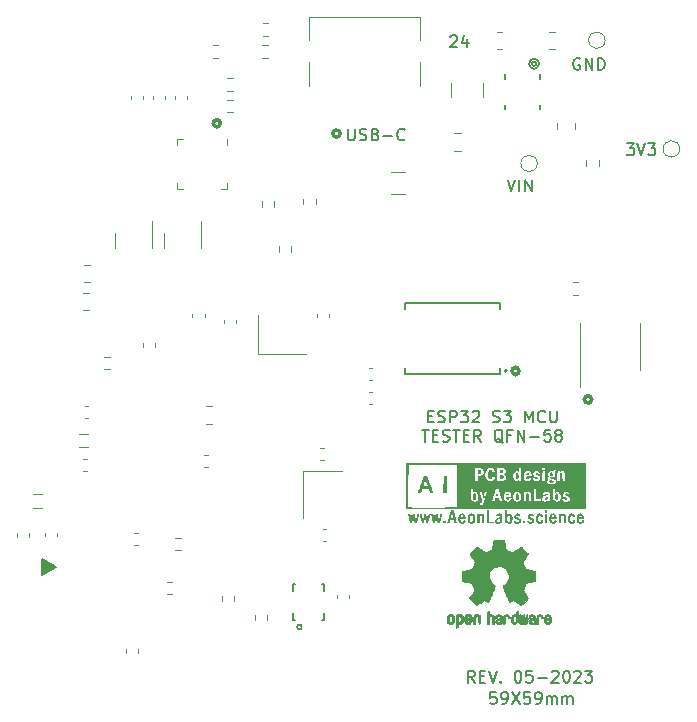
<source format=gbr>
%TF.GenerationSoftware,KiCad,Pcbnew,7.0.1*%
%TF.CreationDate,2023-04-07T20:32:22+02:00*%
%TF.ProjectId,ESP32 S3 MCU Socket,45535033-3220-4533-9320-4d435520536f,rev?*%
%TF.SameCoordinates,Original*%
%TF.FileFunction,Legend,Top*%
%TF.FilePolarity,Positive*%
%FSLAX46Y46*%
G04 Gerber Fmt 4.6, Leading zero omitted, Abs format (unit mm)*
G04 Created by KiCad (PCBNEW 7.0.1) date 2023-04-07 20:32:22*
%MOMM*%
%LPD*%
G01*
G04 APERTURE LIST*
%ADD10C,0.150000*%
%ADD11C,0.300000*%
%ADD12C,0.200000*%
%ADD13C,0.120000*%
%ADD14C,0.010000*%
%ADD15C,0.127000*%
G04 APERTURE END LIST*
D10*
X125092909Y-107836127D02*
X123882909Y-108456127D01*
X123892909Y-107096127D01*
X125092909Y-107836127D01*
G36*
X125092909Y-107836127D02*
G01*
X123882909Y-108456127D01*
X123892909Y-107096127D01*
X125092909Y-107836127D01*
G37*
D11*
X139020000Y-70230000D02*
G75*
G03*
X139020000Y-70230000I-300000J0D01*
G01*
X164300000Y-91210000D02*
G75*
G03*
X164300000Y-91210000I-300000J0D01*
G01*
X149140000Y-71110000D02*
G75*
G03*
X149140000Y-71110000I-300000J0D01*
G01*
D10*
X165994912Y-65195147D02*
G75*
G03*
X165994912Y-65195147I-424912J0D01*
G01*
D11*
X170440000Y-93620000D02*
G75*
G03*
X170440000Y-93620000I-300000J0D01*
G01*
D10*
X173422857Y-71937619D02*
X174041904Y-71937619D01*
X174041904Y-71937619D02*
X173708571Y-72318571D01*
X173708571Y-72318571D02*
X173851428Y-72318571D01*
X173851428Y-72318571D02*
X173946666Y-72366190D01*
X173946666Y-72366190D02*
X173994285Y-72413809D01*
X173994285Y-72413809D02*
X174041904Y-72509047D01*
X174041904Y-72509047D02*
X174041904Y-72747142D01*
X174041904Y-72747142D02*
X173994285Y-72842380D01*
X173994285Y-72842380D02*
X173946666Y-72890000D01*
X173946666Y-72890000D02*
X173851428Y-72937619D01*
X173851428Y-72937619D02*
X173565714Y-72937619D01*
X173565714Y-72937619D02*
X173470476Y-72890000D01*
X173470476Y-72890000D02*
X173422857Y-72842380D01*
X174327619Y-71937619D02*
X174660952Y-72937619D01*
X174660952Y-72937619D02*
X174994285Y-71937619D01*
X175232381Y-71937619D02*
X175851428Y-71937619D01*
X175851428Y-71937619D02*
X175518095Y-72318571D01*
X175518095Y-72318571D02*
X175660952Y-72318571D01*
X175660952Y-72318571D02*
X175756190Y-72366190D01*
X175756190Y-72366190D02*
X175803809Y-72413809D01*
X175803809Y-72413809D02*
X175851428Y-72509047D01*
X175851428Y-72509047D02*
X175851428Y-72747142D01*
X175851428Y-72747142D02*
X175803809Y-72842380D01*
X175803809Y-72842380D02*
X175756190Y-72890000D01*
X175756190Y-72890000D02*
X175660952Y-72937619D01*
X175660952Y-72937619D02*
X175375238Y-72937619D01*
X175375238Y-72937619D02*
X175280000Y-72890000D01*
X175280000Y-72890000D02*
X175232381Y-72842380D01*
X160549523Y-117587619D02*
X160216190Y-117111428D01*
X159978095Y-117587619D02*
X159978095Y-116587619D01*
X159978095Y-116587619D02*
X160359047Y-116587619D01*
X160359047Y-116587619D02*
X160454285Y-116635238D01*
X160454285Y-116635238D02*
X160501904Y-116682857D01*
X160501904Y-116682857D02*
X160549523Y-116778095D01*
X160549523Y-116778095D02*
X160549523Y-116920952D01*
X160549523Y-116920952D02*
X160501904Y-117016190D01*
X160501904Y-117016190D02*
X160454285Y-117063809D01*
X160454285Y-117063809D02*
X160359047Y-117111428D01*
X160359047Y-117111428D02*
X159978095Y-117111428D01*
X160978095Y-117063809D02*
X161311428Y-117063809D01*
X161454285Y-117587619D02*
X160978095Y-117587619D01*
X160978095Y-117587619D02*
X160978095Y-116587619D01*
X160978095Y-116587619D02*
X161454285Y-116587619D01*
X161740000Y-116587619D02*
X162073333Y-117587619D01*
X162073333Y-117587619D02*
X162406666Y-116587619D01*
X162740000Y-117492380D02*
X162787619Y-117540000D01*
X162787619Y-117540000D02*
X162740000Y-117587619D01*
X162740000Y-117587619D02*
X162692381Y-117540000D01*
X162692381Y-117540000D02*
X162740000Y-117492380D01*
X162740000Y-117492380D02*
X162740000Y-117587619D01*
X164168571Y-116587619D02*
X164263809Y-116587619D01*
X164263809Y-116587619D02*
X164359047Y-116635238D01*
X164359047Y-116635238D02*
X164406666Y-116682857D01*
X164406666Y-116682857D02*
X164454285Y-116778095D01*
X164454285Y-116778095D02*
X164501904Y-116968571D01*
X164501904Y-116968571D02*
X164501904Y-117206666D01*
X164501904Y-117206666D02*
X164454285Y-117397142D01*
X164454285Y-117397142D02*
X164406666Y-117492380D01*
X164406666Y-117492380D02*
X164359047Y-117540000D01*
X164359047Y-117540000D02*
X164263809Y-117587619D01*
X164263809Y-117587619D02*
X164168571Y-117587619D01*
X164168571Y-117587619D02*
X164073333Y-117540000D01*
X164073333Y-117540000D02*
X164025714Y-117492380D01*
X164025714Y-117492380D02*
X163978095Y-117397142D01*
X163978095Y-117397142D02*
X163930476Y-117206666D01*
X163930476Y-117206666D02*
X163930476Y-116968571D01*
X163930476Y-116968571D02*
X163978095Y-116778095D01*
X163978095Y-116778095D02*
X164025714Y-116682857D01*
X164025714Y-116682857D02*
X164073333Y-116635238D01*
X164073333Y-116635238D02*
X164168571Y-116587619D01*
X165406666Y-116587619D02*
X164930476Y-116587619D01*
X164930476Y-116587619D02*
X164882857Y-117063809D01*
X164882857Y-117063809D02*
X164930476Y-117016190D01*
X164930476Y-117016190D02*
X165025714Y-116968571D01*
X165025714Y-116968571D02*
X165263809Y-116968571D01*
X165263809Y-116968571D02*
X165359047Y-117016190D01*
X165359047Y-117016190D02*
X165406666Y-117063809D01*
X165406666Y-117063809D02*
X165454285Y-117159047D01*
X165454285Y-117159047D02*
X165454285Y-117397142D01*
X165454285Y-117397142D02*
X165406666Y-117492380D01*
X165406666Y-117492380D02*
X165359047Y-117540000D01*
X165359047Y-117540000D02*
X165263809Y-117587619D01*
X165263809Y-117587619D02*
X165025714Y-117587619D01*
X165025714Y-117587619D02*
X164930476Y-117540000D01*
X164930476Y-117540000D02*
X164882857Y-117492380D01*
X165882857Y-117206666D02*
X166644762Y-117206666D01*
X167073333Y-116682857D02*
X167120952Y-116635238D01*
X167120952Y-116635238D02*
X167216190Y-116587619D01*
X167216190Y-116587619D02*
X167454285Y-116587619D01*
X167454285Y-116587619D02*
X167549523Y-116635238D01*
X167549523Y-116635238D02*
X167597142Y-116682857D01*
X167597142Y-116682857D02*
X167644761Y-116778095D01*
X167644761Y-116778095D02*
X167644761Y-116873333D01*
X167644761Y-116873333D02*
X167597142Y-117016190D01*
X167597142Y-117016190D02*
X167025714Y-117587619D01*
X167025714Y-117587619D02*
X167644761Y-117587619D01*
X168263809Y-116587619D02*
X168359047Y-116587619D01*
X168359047Y-116587619D02*
X168454285Y-116635238D01*
X168454285Y-116635238D02*
X168501904Y-116682857D01*
X168501904Y-116682857D02*
X168549523Y-116778095D01*
X168549523Y-116778095D02*
X168597142Y-116968571D01*
X168597142Y-116968571D02*
X168597142Y-117206666D01*
X168597142Y-117206666D02*
X168549523Y-117397142D01*
X168549523Y-117397142D02*
X168501904Y-117492380D01*
X168501904Y-117492380D02*
X168454285Y-117540000D01*
X168454285Y-117540000D02*
X168359047Y-117587619D01*
X168359047Y-117587619D02*
X168263809Y-117587619D01*
X168263809Y-117587619D02*
X168168571Y-117540000D01*
X168168571Y-117540000D02*
X168120952Y-117492380D01*
X168120952Y-117492380D02*
X168073333Y-117397142D01*
X168073333Y-117397142D02*
X168025714Y-117206666D01*
X168025714Y-117206666D02*
X168025714Y-116968571D01*
X168025714Y-116968571D02*
X168073333Y-116778095D01*
X168073333Y-116778095D02*
X168120952Y-116682857D01*
X168120952Y-116682857D02*
X168168571Y-116635238D01*
X168168571Y-116635238D02*
X168263809Y-116587619D01*
X168978095Y-116682857D02*
X169025714Y-116635238D01*
X169025714Y-116635238D02*
X169120952Y-116587619D01*
X169120952Y-116587619D02*
X169359047Y-116587619D01*
X169359047Y-116587619D02*
X169454285Y-116635238D01*
X169454285Y-116635238D02*
X169501904Y-116682857D01*
X169501904Y-116682857D02*
X169549523Y-116778095D01*
X169549523Y-116778095D02*
X169549523Y-116873333D01*
X169549523Y-116873333D02*
X169501904Y-117016190D01*
X169501904Y-117016190D02*
X168930476Y-117587619D01*
X168930476Y-117587619D02*
X169549523Y-117587619D01*
X169882857Y-116587619D02*
X170501904Y-116587619D01*
X170501904Y-116587619D02*
X170168571Y-116968571D01*
X170168571Y-116968571D02*
X170311428Y-116968571D01*
X170311428Y-116968571D02*
X170406666Y-117016190D01*
X170406666Y-117016190D02*
X170454285Y-117063809D01*
X170454285Y-117063809D02*
X170501904Y-117159047D01*
X170501904Y-117159047D02*
X170501904Y-117397142D01*
X170501904Y-117397142D02*
X170454285Y-117492380D01*
X170454285Y-117492380D02*
X170406666Y-117540000D01*
X170406666Y-117540000D02*
X170311428Y-117587619D01*
X170311428Y-117587619D02*
X170025714Y-117587619D01*
X170025714Y-117587619D02*
X169930476Y-117540000D01*
X169930476Y-117540000D02*
X169882857Y-117492380D01*
X169451904Y-64775238D02*
X169356666Y-64727619D01*
X169356666Y-64727619D02*
X169213809Y-64727619D01*
X169213809Y-64727619D02*
X169070952Y-64775238D01*
X169070952Y-64775238D02*
X168975714Y-64870476D01*
X168975714Y-64870476D02*
X168928095Y-64965714D01*
X168928095Y-64965714D02*
X168880476Y-65156190D01*
X168880476Y-65156190D02*
X168880476Y-65299047D01*
X168880476Y-65299047D02*
X168928095Y-65489523D01*
X168928095Y-65489523D02*
X168975714Y-65584761D01*
X168975714Y-65584761D02*
X169070952Y-65680000D01*
X169070952Y-65680000D02*
X169213809Y-65727619D01*
X169213809Y-65727619D02*
X169309047Y-65727619D01*
X169309047Y-65727619D02*
X169451904Y-65680000D01*
X169451904Y-65680000D02*
X169499523Y-65632380D01*
X169499523Y-65632380D02*
X169499523Y-65299047D01*
X169499523Y-65299047D02*
X169309047Y-65299047D01*
X169928095Y-65727619D02*
X169928095Y-64727619D01*
X169928095Y-64727619D02*
X170499523Y-65727619D01*
X170499523Y-65727619D02*
X170499523Y-64727619D01*
X170975714Y-65727619D02*
X170975714Y-64727619D01*
X170975714Y-64727619D02*
X171213809Y-64727619D01*
X171213809Y-64727619D02*
X171356666Y-64775238D01*
X171356666Y-64775238D02*
X171451904Y-64870476D01*
X171451904Y-64870476D02*
X171499523Y-64965714D01*
X171499523Y-64965714D02*
X171547142Y-65156190D01*
X171547142Y-65156190D02*
X171547142Y-65299047D01*
X171547142Y-65299047D02*
X171499523Y-65489523D01*
X171499523Y-65489523D02*
X171451904Y-65584761D01*
X171451904Y-65584761D02*
X171356666Y-65680000D01*
X171356666Y-65680000D02*
X171213809Y-65727619D01*
X171213809Y-65727619D02*
X170975714Y-65727619D01*
D12*
X156607619Y-95043809D02*
X156940952Y-95043809D01*
X157083809Y-95567619D02*
X156607619Y-95567619D01*
X156607619Y-95567619D02*
X156607619Y-94567619D01*
X156607619Y-94567619D02*
X157083809Y-94567619D01*
X157464762Y-95520000D02*
X157607619Y-95567619D01*
X157607619Y-95567619D02*
X157845714Y-95567619D01*
X157845714Y-95567619D02*
X157940952Y-95520000D01*
X157940952Y-95520000D02*
X157988571Y-95472380D01*
X157988571Y-95472380D02*
X158036190Y-95377142D01*
X158036190Y-95377142D02*
X158036190Y-95281904D01*
X158036190Y-95281904D02*
X157988571Y-95186666D01*
X157988571Y-95186666D02*
X157940952Y-95139047D01*
X157940952Y-95139047D02*
X157845714Y-95091428D01*
X157845714Y-95091428D02*
X157655238Y-95043809D01*
X157655238Y-95043809D02*
X157560000Y-94996190D01*
X157560000Y-94996190D02*
X157512381Y-94948571D01*
X157512381Y-94948571D02*
X157464762Y-94853333D01*
X157464762Y-94853333D02*
X157464762Y-94758095D01*
X157464762Y-94758095D02*
X157512381Y-94662857D01*
X157512381Y-94662857D02*
X157560000Y-94615238D01*
X157560000Y-94615238D02*
X157655238Y-94567619D01*
X157655238Y-94567619D02*
X157893333Y-94567619D01*
X157893333Y-94567619D02*
X158036190Y-94615238D01*
X158464762Y-95567619D02*
X158464762Y-94567619D01*
X158464762Y-94567619D02*
X158845714Y-94567619D01*
X158845714Y-94567619D02*
X158940952Y-94615238D01*
X158940952Y-94615238D02*
X158988571Y-94662857D01*
X158988571Y-94662857D02*
X159036190Y-94758095D01*
X159036190Y-94758095D02*
X159036190Y-94900952D01*
X159036190Y-94900952D02*
X158988571Y-94996190D01*
X158988571Y-94996190D02*
X158940952Y-95043809D01*
X158940952Y-95043809D02*
X158845714Y-95091428D01*
X158845714Y-95091428D02*
X158464762Y-95091428D01*
X159369524Y-94567619D02*
X159988571Y-94567619D01*
X159988571Y-94567619D02*
X159655238Y-94948571D01*
X159655238Y-94948571D02*
X159798095Y-94948571D01*
X159798095Y-94948571D02*
X159893333Y-94996190D01*
X159893333Y-94996190D02*
X159940952Y-95043809D01*
X159940952Y-95043809D02*
X159988571Y-95139047D01*
X159988571Y-95139047D02*
X159988571Y-95377142D01*
X159988571Y-95377142D02*
X159940952Y-95472380D01*
X159940952Y-95472380D02*
X159893333Y-95520000D01*
X159893333Y-95520000D02*
X159798095Y-95567619D01*
X159798095Y-95567619D02*
X159512381Y-95567619D01*
X159512381Y-95567619D02*
X159417143Y-95520000D01*
X159417143Y-95520000D02*
X159369524Y-95472380D01*
X160369524Y-94662857D02*
X160417143Y-94615238D01*
X160417143Y-94615238D02*
X160512381Y-94567619D01*
X160512381Y-94567619D02*
X160750476Y-94567619D01*
X160750476Y-94567619D02*
X160845714Y-94615238D01*
X160845714Y-94615238D02*
X160893333Y-94662857D01*
X160893333Y-94662857D02*
X160940952Y-94758095D01*
X160940952Y-94758095D02*
X160940952Y-94853333D01*
X160940952Y-94853333D02*
X160893333Y-94996190D01*
X160893333Y-94996190D02*
X160321905Y-95567619D01*
X160321905Y-95567619D02*
X160940952Y-95567619D01*
X162083810Y-95520000D02*
X162226667Y-95567619D01*
X162226667Y-95567619D02*
X162464762Y-95567619D01*
X162464762Y-95567619D02*
X162560000Y-95520000D01*
X162560000Y-95520000D02*
X162607619Y-95472380D01*
X162607619Y-95472380D02*
X162655238Y-95377142D01*
X162655238Y-95377142D02*
X162655238Y-95281904D01*
X162655238Y-95281904D02*
X162607619Y-95186666D01*
X162607619Y-95186666D02*
X162560000Y-95139047D01*
X162560000Y-95139047D02*
X162464762Y-95091428D01*
X162464762Y-95091428D02*
X162274286Y-95043809D01*
X162274286Y-95043809D02*
X162179048Y-94996190D01*
X162179048Y-94996190D02*
X162131429Y-94948571D01*
X162131429Y-94948571D02*
X162083810Y-94853333D01*
X162083810Y-94853333D02*
X162083810Y-94758095D01*
X162083810Y-94758095D02*
X162131429Y-94662857D01*
X162131429Y-94662857D02*
X162179048Y-94615238D01*
X162179048Y-94615238D02*
X162274286Y-94567619D01*
X162274286Y-94567619D02*
X162512381Y-94567619D01*
X162512381Y-94567619D02*
X162655238Y-94615238D01*
X162988572Y-94567619D02*
X163607619Y-94567619D01*
X163607619Y-94567619D02*
X163274286Y-94948571D01*
X163274286Y-94948571D02*
X163417143Y-94948571D01*
X163417143Y-94948571D02*
X163512381Y-94996190D01*
X163512381Y-94996190D02*
X163560000Y-95043809D01*
X163560000Y-95043809D02*
X163607619Y-95139047D01*
X163607619Y-95139047D02*
X163607619Y-95377142D01*
X163607619Y-95377142D02*
X163560000Y-95472380D01*
X163560000Y-95472380D02*
X163512381Y-95520000D01*
X163512381Y-95520000D02*
X163417143Y-95567619D01*
X163417143Y-95567619D02*
X163131429Y-95567619D01*
X163131429Y-95567619D02*
X163036191Y-95520000D01*
X163036191Y-95520000D02*
X162988572Y-95472380D01*
X164798096Y-95567619D02*
X164798096Y-94567619D01*
X164798096Y-94567619D02*
X165131429Y-95281904D01*
X165131429Y-95281904D02*
X165464762Y-94567619D01*
X165464762Y-94567619D02*
X165464762Y-95567619D01*
X166512381Y-95472380D02*
X166464762Y-95520000D01*
X166464762Y-95520000D02*
X166321905Y-95567619D01*
X166321905Y-95567619D02*
X166226667Y-95567619D01*
X166226667Y-95567619D02*
X166083810Y-95520000D01*
X166083810Y-95520000D02*
X165988572Y-95424761D01*
X165988572Y-95424761D02*
X165940953Y-95329523D01*
X165940953Y-95329523D02*
X165893334Y-95139047D01*
X165893334Y-95139047D02*
X165893334Y-94996190D01*
X165893334Y-94996190D02*
X165940953Y-94805714D01*
X165940953Y-94805714D02*
X165988572Y-94710476D01*
X165988572Y-94710476D02*
X166083810Y-94615238D01*
X166083810Y-94615238D02*
X166226667Y-94567619D01*
X166226667Y-94567619D02*
X166321905Y-94567619D01*
X166321905Y-94567619D02*
X166464762Y-94615238D01*
X166464762Y-94615238D02*
X166512381Y-94662857D01*
X166940953Y-94567619D02*
X166940953Y-95377142D01*
X166940953Y-95377142D02*
X166988572Y-95472380D01*
X166988572Y-95472380D02*
X167036191Y-95520000D01*
X167036191Y-95520000D02*
X167131429Y-95567619D01*
X167131429Y-95567619D02*
X167321905Y-95567619D01*
X167321905Y-95567619D02*
X167417143Y-95520000D01*
X167417143Y-95520000D02*
X167464762Y-95472380D01*
X167464762Y-95472380D02*
X167512381Y-95377142D01*
X167512381Y-95377142D02*
X167512381Y-94567619D01*
X156083809Y-96187619D02*
X156655237Y-96187619D01*
X156369523Y-97187619D02*
X156369523Y-96187619D01*
X156988571Y-96663809D02*
X157321904Y-96663809D01*
X157464761Y-97187619D02*
X156988571Y-97187619D01*
X156988571Y-97187619D02*
X156988571Y-96187619D01*
X156988571Y-96187619D02*
X157464761Y-96187619D01*
X157845714Y-97140000D02*
X157988571Y-97187619D01*
X157988571Y-97187619D02*
X158226666Y-97187619D01*
X158226666Y-97187619D02*
X158321904Y-97140000D01*
X158321904Y-97140000D02*
X158369523Y-97092380D01*
X158369523Y-97092380D02*
X158417142Y-96997142D01*
X158417142Y-96997142D02*
X158417142Y-96901904D01*
X158417142Y-96901904D02*
X158369523Y-96806666D01*
X158369523Y-96806666D02*
X158321904Y-96759047D01*
X158321904Y-96759047D02*
X158226666Y-96711428D01*
X158226666Y-96711428D02*
X158036190Y-96663809D01*
X158036190Y-96663809D02*
X157940952Y-96616190D01*
X157940952Y-96616190D02*
X157893333Y-96568571D01*
X157893333Y-96568571D02*
X157845714Y-96473333D01*
X157845714Y-96473333D02*
X157845714Y-96378095D01*
X157845714Y-96378095D02*
X157893333Y-96282857D01*
X157893333Y-96282857D02*
X157940952Y-96235238D01*
X157940952Y-96235238D02*
X158036190Y-96187619D01*
X158036190Y-96187619D02*
X158274285Y-96187619D01*
X158274285Y-96187619D02*
X158417142Y-96235238D01*
X158702857Y-96187619D02*
X159274285Y-96187619D01*
X158988571Y-97187619D02*
X158988571Y-96187619D01*
X159607619Y-96663809D02*
X159940952Y-96663809D01*
X160083809Y-97187619D02*
X159607619Y-97187619D01*
X159607619Y-97187619D02*
X159607619Y-96187619D01*
X159607619Y-96187619D02*
X160083809Y-96187619D01*
X161083809Y-97187619D02*
X160750476Y-96711428D01*
X160512381Y-97187619D02*
X160512381Y-96187619D01*
X160512381Y-96187619D02*
X160893333Y-96187619D01*
X160893333Y-96187619D02*
X160988571Y-96235238D01*
X160988571Y-96235238D02*
X161036190Y-96282857D01*
X161036190Y-96282857D02*
X161083809Y-96378095D01*
X161083809Y-96378095D02*
X161083809Y-96520952D01*
X161083809Y-96520952D02*
X161036190Y-96616190D01*
X161036190Y-96616190D02*
X160988571Y-96663809D01*
X160988571Y-96663809D02*
X160893333Y-96711428D01*
X160893333Y-96711428D02*
X160512381Y-96711428D01*
X162940952Y-97282857D02*
X162845714Y-97235238D01*
X162845714Y-97235238D02*
X162750476Y-97140000D01*
X162750476Y-97140000D02*
X162607619Y-96997142D01*
X162607619Y-96997142D02*
X162512381Y-96949523D01*
X162512381Y-96949523D02*
X162417143Y-96949523D01*
X162464762Y-97187619D02*
X162369524Y-97140000D01*
X162369524Y-97140000D02*
X162274286Y-97044761D01*
X162274286Y-97044761D02*
X162226667Y-96854285D01*
X162226667Y-96854285D02*
X162226667Y-96520952D01*
X162226667Y-96520952D02*
X162274286Y-96330476D01*
X162274286Y-96330476D02*
X162369524Y-96235238D01*
X162369524Y-96235238D02*
X162464762Y-96187619D01*
X162464762Y-96187619D02*
X162655238Y-96187619D01*
X162655238Y-96187619D02*
X162750476Y-96235238D01*
X162750476Y-96235238D02*
X162845714Y-96330476D01*
X162845714Y-96330476D02*
X162893333Y-96520952D01*
X162893333Y-96520952D02*
X162893333Y-96854285D01*
X162893333Y-96854285D02*
X162845714Y-97044761D01*
X162845714Y-97044761D02*
X162750476Y-97140000D01*
X162750476Y-97140000D02*
X162655238Y-97187619D01*
X162655238Y-97187619D02*
X162464762Y-97187619D01*
X163655238Y-96663809D02*
X163321905Y-96663809D01*
X163321905Y-97187619D02*
X163321905Y-96187619D01*
X163321905Y-96187619D02*
X163798095Y-96187619D01*
X164179048Y-97187619D02*
X164179048Y-96187619D01*
X164179048Y-96187619D02*
X164750476Y-97187619D01*
X164750476Y-97187619D02*
X164750476Y-96187619D01*
X165226667Y-96806666D02*
X165988572Y-96806666D01*
X166940952Y-96187619D02*
X166464762Y-96187619D01*
X166464762Y-96187619D02*
X166417143Y-96663809D01*
X166417143Y-96663809D02*
X166464762Y-96616190D01*
X166464762Y-96616190D02*
X166560000Y-96568571D01*
X166560000Y-96568571D02*
X166798095Y-96568571D01*
X166798095Y-96568571D02*
X166893333Y-96616190D01*
X166893333Y-96616190D02*
X166940952Y-96663809D01*
X166940952Y-96663809D02*
X166988571Y-96759047D01*
X166988571Y-96759047D02*
X166988571Y-96997142D01*
X166988571Y-96997142D02*
X166940952Y-97092380D01*
X166940952Y-97092380D02*
X166893333Y-97140000D01*
X166893333Y-97140000D02*
X166798095Y-97187619D01*
X166798095Y-97187619D02*
X166560000Y-97187619D01*
X166560000Y-97187619D02*
X166464762Y-97140000D01*
X166464762Y-97140000D02*
X166417143Y-97092380D01*
X167560000Y-96616190D02*
X167464762Y-96568571D01*
X167464762Y-96568571D02*
X167417143Y-96520952D01*
X167417143Y-96520952D02*
X167369524Y-96425714D01*
X167369524Y-96425714D02*
X167369524Y-96378095D01*
X167369524Y-96378095D02*
X167417143Y-96282857D01*
X167417143Y-96282857D02*
X167464762Y-96235238D01*
X167464762Y-96235238D02*
X167560000Y-96187619D01*
X167560000Y-96187619D02*
X167750476Y-96187619D01*
X167750476Y-96187619D02*
X167845714Y-96235238D01*
X167845714Y-96235238D02*
X167893333Y-96282857D01*
X167893333Y-96282857D02*
X167940952Y-96378095D01*
X167940952Y-96378095D02*
X167940952Y-96425714D01*
X167940952Y-96425714D02*
X167893333Y-96520952D01*
X167893333Y-96520952D02*
X167845714Y-96568571D01*
X167845714Y-96568571D02*
X167750476Y-96616190D01*
X167750476Y-96616190D02*
X167560000Y-96616190D01*
X167560000Y-96616190D02*
X167464762Y-96663809D01*
X167464762Y-96663809D02*
X167417143Y-96711428D01*
X167417143Y-96711428D02*
X167369524Y-96806666D01*
X167369524Y-96806666D02*
X167369524Y-96997142D01*
X167369524Y-96997142D02*
X167417143Y-97092380D01*
X167417143Y-97092380D02*
X167464762Y-97140000D01*
X167464762Y-97140000D02*
X167560000Y-97187619D01*
X167560000Y-97187619D02*
X167750476Y-97187619D01*
X167750476Y-97187619D02*
X167845714Y-97140000D01*
X167845714Y-97140000D02*
X167893333Y-97092380D01*
X167893333Y-97092380D02*
X167940952Y-96997142D01*
X167940952Y-96997142D02*
X167940952Y-96806666D01*
X167940952Y-96806666D02*
X167893333Y-96711428D01*
X167893333Y-96711428D02*
X167845714Y-96663809D01*
X167845714Y-96663809D02*
X167750476Y-96616190D01*
D10*
X158490476Y-62892857D02*
X158538095Y-62845238D01*
X158538095Y-62845238D02*
X158633333Y-62797619D01*
X158633333Y-62797619D02*
X158871428Y-62797619D01*
X158871428Y-62797619D02*
X158966666Y-62845238D01*
X158966666Y-62845238D02*
X159014285Y-62892857D01*
X159014285Y-62892857D02*
X159061904Y-62988095D01*
X159061904Y-62988095D02*
X159061904Y-63083333D01*
X159061904Y-63083333D02*
X159014285Y-63226190D01*
X159014285Y-63226190D02*
X158442857Y-63797619D01*
X158442857Y-63797619D02*
X159061904Y-63797619D01*
X159919047Y-63130952D02*
X159919047Y-63797619D01*
X159680952Y-62750000D02*
X159442857Y-63464285D01*
X159442857Y-63464285D02*
X160061904Y-63464285D01*
X163325238Y-75007619D02*
X163658571Y-76007619D01*
X163658571Y-76007619D02*
X163991904Y-75007619D01*
X164325238Y-76007619D02*
X164325238Y-75007619D01*
X164801428Y-76007619D02*
X164801428Y-75007619D01*
X164801428Y-75007619D02*
X165372856Y-76007619D01*
X165372856Y-76007619D02*
X165372856Y-75007619D01*
X162354285Y-118397619D02*
X161878095Y-118397619D01*
X161878095Y-118397619D02*
X161830476Y-118873809D01*
X161830476Y-118873809D02*
X161878095Y-118826190D01*
X161878095Y-118826190D02*
X161973333Y-118778571D01*
X161973333Y-118778571D02*
X162211428Y-118778571D01*
X162211428Y-118778571D02*
X162306666Y-118826190D01*
X162306666Y-118826190D02*
X162354285Y-118873809D01*
X162354285Y-118873809D02*
X162401904Y-118969047D01*
X162401904Y-118969047D02*
X162401904Y-119207142D01*
X162401904Y-119207142D02*
X162354285Y-119302380D01*
X162354285Y-119302380D02*
X162306666Y-119350000D01*
X162306666Y-119350000D02*
X162211428Y-119397619D01*
X162211428Y-119397619D02*
X161973333Y-119397619D01*
X161973333Y-119397619D02*
X161878095Y-119350000D01*
X161878095Y-119350000D02*
X161830476Y-119302380D01*
X162878095Y-119397619D02*
X163068571Y-119397619D01*
X163068571Y-119397619D02*
X163163809Y-119350000D01*
X163163809Y-119350000D02*
X163211428Y-119302380D01*
X163211428Y-119302380D02*
X163306666Y-119159523D01*
X163306666Y-119159523D02*
X163354285Y-118969047D01*
X163354285Y-118969047D02*
X163354285Y-118588095D01*
X163354285Y-118588095D02*
X163306666Y-118492857D01*
X163306666Y-118492857D02*
X163259047Y-118445238D01*
X163259047Y-118445238D02*
X163163809Y-118397619D01*
X163163809Y-118397619D02*
X162973333Y-118397619D01*
X162973333Y-118397619D02*
X162878095Y-118445238D01*
X162878095Y-118445238D02*
X162830476Y-118492857D01*
X162830476Y-118492857D02*
X162782857Y-118588095D01*
X162782857Y-118588095D02*
X162782857Y-118826190D01*
X162782857Y-118826190D02*
X162830476Y-118921428D01*
X162830476Y-118921428D02*
X162878095Y-118969047D01*
X162878095Y-118969047D02*
X162973333Y-119016666D01*
X162973333Y-119016666D02*
X163163809Y-119016666D01*
X163163809Y-119016666D02*
X163259047Y-118969047D01*
X163259047Y-118969047D02*
X163306666Y-118921428D01*
X163306666Y-118921428D02*
X163354285Y-118826190D01*
X163687619Y-118397619D02*
X164354285Y-119397619D01*
X164354285Y-118397619D02*
X163687619Y-119397619D01*
X165211428Y-118397619D02*
X164735238Y-118397619D01*
X164735238Y-118397619D02*
X164687619Y-118873809D01*
X164687619Y-118873809D02*
X164735238Y-118826190D01*
X164735238Y-118826190D02*
X164830476Y-118778571D01*
X164830476Y-118778571D02*
X165068571Y-118778571D01*
X165068571Y-118778571D02*
X165163809Y-118826190D01*
X165163809Y-118826190D02*
X165211428Y-118873809D01*
X165211428Y-118873809D02*
X165259047Y-118969047D01*
X165259047Y-118969047D02*
X165259047Y-119207142D01*
X165259047Y-119207142D02*
X165211428Y-119302380D01*
X165211428Y-119302380D02*
X165163809Y-119350000D01*
X165163809Y-119350000D02*
X165068571Y-119397619D01*
X165068571Y-119397619D02*
X164830476Y-119397619D01*
X164830476Y-119397619D02*
X164735238Y-119350000D01*
X164735238Y-119350000D02*
X164687619Y-119302380D01*
X165735238Y-119397619D02*
X165925714Y-119397619D01*
X165925714Y-119397619D02*
X166020952Y-119350000D01*
X166020952Y-119350000D02*
X166068571Y-119302380D01*
X166068571Y-119302380D02*
X166163809Y-119159523D01*
X166163809Y-119159523D02*
X166211428Y-118969047D01*
X166211428Y-118969047D02*
X166211428Y-118588095D01*
X166211428Y-118588095D02*
X166163809Y-118492857D01*
X166163809Y-118492857D02*
X166116190Y-118445238D01*
X166116190Y-118445238D02*
X166020952Y-118397619D01*
X166020952Y-118397619D02*
X165830476Y-118397619D01*
X165830476Y-118397619D02*
X165735238Y-118445238D01*
X165735238Y-118445238D02*
X165687619Y-118492857D01*
X165687619Y-118492857D02*
X165640000Y-118588095D01*
X165640000Y-118588095D02*
X165640000Y-118826190D01*
X165640000Y-118826190D02*
X165687619Y-118921428D01*
X165687619Y-118921428D02*
X165735238Y-118969047D01*
X165735238Y-118969047D02*
X165830476Y-119016666D01*
X165830476Y-119016666D02*
X166020952Y-119016666D01*
X166020952Y-119016666D02*
X166116190Y-118969047D01*
X166116190Y-118969047D02*
X166163809Y-118921428D01*
X166163809Y-118921428D02*
X166211428Y-118826190D01*
X166640000Y-119397619D02*
X166640000Y-118730952D01*
X166640000Y-118826190D02*
X166687619Y-118778571D01*
X166687619Y-118778571D02*
X166782857Y-118730952D01*
X166782857Y-118730952D02*
X166925714Y-118730952D01*
X166925714Y-118730952D02*
X167020952Y-118778571D01*
X167020952Y-118778571D02*
X167068571Y-118873809D01*
X167068571Y-118873809D02*
X167068571Y-119397619D01*
X167068571Y-118873809D02*
X167116190Y-118778571D01*
X167116190Y-118778571D02*
X167211428Y-118730952D01*
X167211428Y-118730952D02*
X167354285Y-118730952D01*
X167354285Y-118730952D02*
X167449524Y-118778571D01*
X167449524Y-118778571D02*
X167497143Y-118873809D01*
X167497143Y-118873809D02*
X167497143Y-119397619D01*
X167973333Y-119397619D02*
X167973333Y-118730952D01*
X167973333Y-118826190D02*
X168020952Y-118778571D01*
X168020952Y-118778571D02*
X168116190Y-118730952D01*
X168116190Y-118730952D02*
X168259047Y-118730952D01*
X168259047Y-118730952D02*
X168354285Y-118778571D01*
X168354285Y-118778571D02*
X168401904Y-118873809D01*
X168401904Y-118873809D02*
X168401904Y-119397619D01*
X168401904Y-118873809D02*
X168449523Y-118778571D01*
X168449523Y-118778571D02*
X168544761Y-118730952D01*
X168544761Y-118730952D02*
X168687618Y-118730952D01*
X168687618Y-118730952D02*
X168782857Y-118778571D01*
X168782857Y-118778571D02*
X168830476Y-118873809D01*
X168830476Y-118873809D02*
X168830476Y-119397619D01*
X149808095Y-70687619D02*
X149808095Y-71497142D01*
X149808095Y-71497142D02*
X149855714Y-71592380D01*
X149855714Y-71592380D02*
X149903333Y-71640000D01*
X149903333Y-71640000D02*
X149998571Y-71687619D01*
X149998571Y-71687619D02*
X150189047Y-71687619D01*
X150189047Y-71687619D02*
X150284285Y-71640000D01*
X150284285Y-71640000D02*
X150331904Y-71592380D01*
X150331904Y-71592380D02*
X150379523Y-71497142D01*
X150379523Y-71497142D02*
X150379523Y-70687619D01*
X150808095Y-71640000D02*
X150950952Y-71687619D01*
X150950952Y-71687619D02*
X151189047Y-71687619D01*
X151189047Y-71687619D02*
X151284285Y-71640000D01*
X151284285Y-71640000D02*
X151331904Y-71592380D01*
X151331904Y-71592380D02*
X151379523Y-71497142D01*
X151379523Y-71497142D02*
X151379523Y-71401904D01*
X151379523Y-71401904D02*
X151331904Y-71306666D01*
X151331904Y-71306666D02*
X151284285Y-71259047D01*
X151284285Y-71259047D02*
X151189047Y-71211428D01*
X151189047Y-71211428D02*
X150998571Y-71163809D01*
X150998571Y-71163809D02*
X150903333Y-71116190D01*
X150903333Y-71116190D02*
X150855714Y-71068571D01*
X150855714Y-71068571D02*
X150808095Y-70973333D01*
X150808095Y-70973333D02*
X150808095Y-70878095D01*
X150808095Y-70878095D02*
X150855714Y-70782857D01*
X150855714Y-70782857D02*
X150903333Y-70735238D01*
X150903333Y-70735238D02*
X150998571Y-70687619D01*
X150998571Y-70687619D02*
X151236666Y-70687619D01*
X151236666Y-70687619D02*
X151379523Y-70735238D01*
X152141428Y-71163809D02*
X152284285Y-71211428D01*
X152284285Y-71211428D02*
X152331904Y-71259047D01*
X152331904Y-71259047D02*
X152379523Y-71354285D01*
X152379523Y-71354285D02*
X152379523Y-71497142D01*
X152379523Y-71497142D02*
X152331904Y-71592380D01*
X152331904Y-71592380D02*
X152284285Y-71640000D01*
X152284285Y-71640000D02*
X152189047Y-71687619D01*
X152189047Y-71687619D02*
X151808095Y-71687619D01*
X151808095Y-71687619D02*
X151808095Y-70687619D01*
X151808095Y-70687619D02*
X152141428Y-70687619D01*
X152141428Y-70687619D02*
X152236666Y-70735238D01*
X152236666Y-70735238D02*
X152284285Y-70782857D01*
X152284285Y-70782857D02*
X152331904Y-70878095D01*
X152331904Y-70878095D02*
X152331904Y-70973333D01*
X152331904Y-70973333D02*
X152284285Y-71068571D01*
X152284285Y-71068571D02*
X152236666Y-71116190D01*
X152236666Y-71116190D02*
X152141428Y-71163809D01*
X152141428Y-71163809D02*
X151808095Y-71163809D01*
X152808095Y-71306666D02*
X153570000Y-71306666D01*
X154617618Y-71592380D02*
X154569999Y-71640000D01*
X154569999Y-71640000D02*
X154427142Y-71687619D01*
X154427142Y-71687619D02*
X154331904Y-71687619D01*
X154331904Y-71687619D02*
X154189047Y-71640000D01*
X154189047Y-71640000D02*
X154093809Y-71544761D01*
X154093809Y-71544761D02*
X154046190Y-71449523D01*
X154046190Y-71449523D02*
X153998571Y-71259047D01*
X153998571Y-71259047D02*
X153998571Y-71116190D01*
X153998571Y-71116190D02*
X154046190Y-70925714D01*
X154046190Y-70925714D02*
X154093809Y-70830476D01*
X154093809Y-70830476D02*
X154189047Y-70735238D01*
X154189047Y-70735238D02*
X154331904Y-70687619D01*
X154331904Y-70687619D02*
X154427142Y-70687619D01*
X154427142Y-70687619D02*
X154569999Y-70735238D01*
X154569999Y-70735238D02*
X154617618Y-70782857D01*
D13*
%TO.C,CH-RX-R1*%
X145002500Y-80642742D02*
X145002500Y-81117258D01*
X143957500Y-80642742D02*
X143957500Y-81117258D01*
%TO.C,USB_PLUG_R1*%
X142532742Y-63647500D02*
X143007258Y-63647500D01*
X142532742Y-64692500D02*
X143007258Y-64692500D01*
%TO.C,CH-D+-R1*%
X140087258Y-69302500D02*
X139612742Y-69302500D01*
X140087258Y-68257500D02*
X139612742Y-68257500D01*
%TO.C,E-Y1-C2*%
X147190000Y-86625580D02*
X147190000Y-86344420D01*
X148210000Y-86625580D02*
X148210000Y-86344420D01*
%TO.C,E-BOOT-DTR-R1*%
X135172742Y-105357500D02*
X135647258Y-105357500D01*
X135172742Y-106402500D02*
X135647258Y-106402500D01*
%TO.C,E-LNA-C2*%
X125190000Y-104929420D02*
X125190000Y-105210580D01*
X124170000Y-104929420D02*
X124170000Y-105210580D01*
D12*
%TO.C,ESP_FLASH3*%
X162670000Y-91430000D02*
X154670000Y-91430000D01*
X162670000Y-90930000D02*
X162670000Y-91430000D01*
X162670000Y-85930000D02*
X162670000Y-85430000D01*
X162670000Y-85430000D02*
X154670000Y-85430000D01*
X154670000Y-91430000D02*
X154670000Y-90930000D01*
X154670000Y-85430000D02*
X154670000Y-85930000D01*
X163270000Y-91180000D02*
G75*
G03*
X163270000Y-91180000I-100000J0D01*
G01*
D13*
%TO.C,E-VDD3-CPU-C1*%
X132000580Y-105960000D02*
X131719420Y-105960000D01*
X132000580Y-104940000D02*
X131719420Y-104940000D01*
%TO.C,E-Y2-C1*%
X147970580Y-105640000D02*
X147689420Y-105640000D01*
X147970580Y-104620000D02*
X147689420Y-104620000D01*
%TO.C,AUR_R1*%
X166852936Y-62502500D02*
X167307064Y-62502500D01*
X166852936Y-63972500D02*
X167307064Y-63972500D01*
%TO.C,E-Y1-C1*%
X139340000Y-87185580D02*
X139340000Y-86904420D01*
X140360000Y-87185580D02*
X140360000Y-86904420D01*
%TO.C,AUR_l1*%
X158520000Y-68042064D02*
X158520000Y-66837936D01*
X161240000Y-68042064D02*
X161240000Y-66837936D01*
%TO.C,TP2*%
X171590000Y-63210000D02*
G75*
G03*
X171590000Y-63210000I-700000J0D01*
G01*
%TO.C,RGB_LED_R1*%
X134927258Y-110112500D02*
X134452742Y-110112500D01*
X134927258Y-109067500D02*
X134452742Y-109067500D01*
%TO.C,U1*%
X135360000Y-71562500D02*
X135835000Y-71562500D01*
X139580000Y-72037500D02*
X139580000Y-71562500D01*
X135360000Y-72037500D02*
X135360000Y-71562500D01*
X139580000Y-75307500D02*
X139580000Y-75782500D01*
X135360000Y-75307500D02*
X135360000Y-75782500D01*
X139580000Y-75782500D02*
X139105000Y-75782500D01*
X135360000Y-75782500D02*
X135835000Y-75782500D01*
%TO.C,USB_PLUG_R2*%
X138352742Y-63627500D02*
X138827258Y-63627500D01*
X138352742Y-64672500D02*
X138827258Y-64672500D01*
%TO.C,PSR1*%
X168832742Y-83717500D02*
X169307258Y-83717500D01*
X168832742Y-84762500D02*
X169307258Y-84762500D01*
%TO.C,E-40MHZ-Y2*%
X149320000Y-99690000D02*
X146020000Y-99690000D01*
X146020000Y-99690000D02*
X146020000Y-103690000D01*
%TO.C,CH-V3-C1*%
X133330000Y-68200580D02*
X133330000Y-67919420D01*
X134350000Y-68200580D02*
X134350000Y-67919420D01*
%TO.C,CH-TX-R1*%
X147092500Y-76622742D02*
X147092500Y-77097258D01*
X146047500Y-76622742D02*
X146047500Y-77097258D01*
%TO.C,E-LNA-L1*%
X123110378Y-101660000D02*
X123909622Y-101660000D01*
X123110378Y-102780000D02*
X123909622Y-102780000D01*
%TO.C,I2C_SCL_R1*%
X139137500Y-110697258D02*
X139137500Y-110222742D01*
X140182500Y-110697258D02*
X140182500Y-110222742D01*
%TO.C,CH-VIO-C1*%
X135190000Y-68190580D02*
X135190000Y-67909420D01*
X136210000Y-68190580D02*
X136210000Y-67909420D01*
%TO.C,EPS1*%
X169435000Y-89135000D02*
X169435000Y-92585000D01*
X169435000Y-89135000D02*
X169435000Y-87185000D01*
X174555000Y-89135000D02*
X174555000Y-91085000D01*
X174555000Y-89135000D02*
X174555000Y-87185000D01*
%TO.C,E-VDDA-C2*%
X138311252Y-95665000D02*
X137788748Y-95665000D01*
X138311252Y-94195000D02*
X137788748Y-94195000D01*
%TO.C,E-VDD3-C2*%
X127419420Y-98650000D02*
X127700580Y-98650000D01*
X127419420Y-99670000D02*
X127700580Y-99670000D01*
%TO.C,TP3*%
X165850000Y-73640000D02*
G75*
G03*
X165850000Y-73640000I-700000J0D01*
G01*
%TO.C,AUR-LED-R1*%
X171032500Y-73362742D02*
X171032500Y-73837258D01*
X169987500Y-73362742D02*
X169987500Y-73837258D01*
%TO.C,E-C2*%
X127438748Y-82215000D02*
X127961252Y-82215000D01*
X127438748Y-83685000D02*
X127961252Y-83685000D01*
%TO.C,E-TXD0-R1*%
X143582500Y-76832742D02*
X143582500Y-77307258D01*
X142537500Y-76832742D02*
X142537500Y-77307258D01*
%TO.C,REF\u002A\u002A*%
D14*
X166150807Y-111836782D02*
X166174161Y-111846988D01*
X166229902Y-111891134D01*
X166277569Y-111954967D01*
X166307048Y-112023087D01*
X166311846Y-112056670D01*
X166295760Y-112103556D01*
X166260475Y-112128365D01*
X166222644Y-112143387D01*
X166205321Y-112146155D01*
X166196886Y-112126066D01*
X166180230Y-112082351D01*
X166172923Y-112062598D01*
X166131948Y-111994271D01*
X166072622Y-111960191D01*
X165996552Y-111961239D01*
X165990918Y-111962581D01*
X165950305Y-111981836D01*
X165920448Y-112019375D01*
X165900055Y-112079809D01*
X165887836Y-112167751D01*
X165882500Y-112287813D01*
X165882000Y-112351698D01*
X165881752Y-112452403D01*
X165880126Y-112521054D01*
X165875801Y-112564673D01*
X165867454Y-112590282D01*
X165853765Y-112604903D01*
X165833411Y-112615558D01*
X165832234Y-112616095D01*
X165793038Y-112632667D01*
X165773619Y-112638769D01*
X165770635Y-112620319D01*
X165768081Y-112569323D01*
X165766140Y-112492308D01*
X165764997Y-112395805D01*
X165764769Y-112325184D01*
X165765932Y-112188525D01*
X165770479Y-112084851D01*
X165779999Y-112008108D01*
X165796081Y-111952246D01*
X165820313Y-111911212D01*
X165854286Y-111878954D01*
X165887833Y-111856440D01*
X165968499Y-111826476D01*
X166062381Y-111819718D01*
X166150807Y-111836782D01*
G36*
X166150807Y-111836782D02*
G01*
X166174161Y-111846988D01*
X166229902Y-111891134D01*
X166277569Y-111954967D01*
X166307048Y-112023087D01*
X166311846Y-112056670D01*
X166295760Y-112103556D01*
X166260475Y-112128365D01*
X166222644Y-112143387D01*
X166205321Y-112146155D01*
X166196886Y-112126066D01*
X166180230Y-112082351D01*
X166172923Y-112062598D01*
X166131948Y-111994271D01*
X166072622Y-111960191D01*
X165996552Y-111961239D01*
X165990918Y-111962581D01*
X165950305Y-111981836D01*
X165920448Y-112019375D01*
X165900055Y-112079809D01*
X165887836Y-112167751D01*
X165882500Y-112287813D01*
X165882000Y-112351698D01*
X165881752Y-112452403D01*
X165880126Y-112521054D01*
X165875801Y-112564673D01*
X165867454Y-112590282D01*
X165853765Y-112604903D01*
X165833411Y-112615558D01*
X165832234Y-112616095D01*
X165793038Y-112632667D01*
X165773619Y-112638769D01*
X165770635Y-112620319D01*
X165768081Y-112569323D01*
X165766140Y-112492308D01*
X165764997Y-112395805D01*
X165764769Y-112325184D01*
X165765932Y-112188525D01*
X165770479Y-112084851D01*
X165779999Y-112008108D01*
X165796081Y-111952246D01*
X165820313Y-111911212D01*
X165854286Y-111878954D01*
X165887833Y-111856440D01*
X165968499Y-111826476D01*
X166062381Y-111819718D01*
X166150807Y-111836782D01*
G37*
X160851664Y-111795089D02*
X160914367Y-111831358D01*
X160957961Y-111867358D01*
X160989845Y-111905075D01*
X161011810Y-111951199D01*
X161025649Y-112012421D01*
X161033153Y-112095431D01*
X161036117Y-112206919D01*
X161036461Y-112287062D01*
X161036461Y-112582065D01*
X160870385Y-112656515D01*
X160860615Y-112333402D01*
X160856579Y-112212729D01*
X160852344Y-112125141D01*
X160847097Y-112064650D01*
X160840025Y-112025268D01*
X160830311Y-112001007D01*
X160817144Y-111985880D01*
X160812919Y-111982606D01*
X160748909Y-111957034D01*
X160684208Y-111967153D01*
X160645692Y-111994000D01*
X160630025Y-112013024D01*
X160619180Y-112037988D01*
X160612288Y-112075834D01*
X160608479Y-112133502D01*
X160606883Y-112217935D01*
X160606615Y-112305928D01*
X160606563Y-112416323D01*
X160604672Y-112494463D01*
X160598345Y-112547165D01*
X160584983Y-112581242D01*
X160561985Y-112603511D01*
X160526754Y-112620787D01*
X160479697Y-112638738D01*
X160428303Y-112658278D01*
X160434421Y-112311485D01*
X160436884Y-112186468D01*
X160439767Y-112094082D01*
X160443898Y-112027881D01*
X160450107Y-111981420D01*
X160459226Y-111948256D01*
X160472083Y-111921944D01*
X160487584Y-111898729D01*
X160562371Y-111824569D01*
X160653628Y-111781684D01*
X160752883Y-111771412D01*
X160851664Y-111795089D01*
G36*
X160851664Y-111795089D02*
G01*
X160914367Y-111831358D01*
X160957961Y-111867358D01*
X160989845Y-111905075D01*
X161011810Y-111951199D01*
X161025649Y-112012421D01*
X161033153Y-112095431D01*
X161036117Y-112206919D01*
X161036461Y-112287062D01*
X161036461Y-112582065D01*
X160870385Y-112656515D01*
X160860615Y-112333402D01*
X160856579Y-112212729D01*
X160852344Y-112125141D01*
X160847097Y-112064650D01*
X160840025Y-112025268D01*
X160830311Y-112001007D01*
X160817144Y-111985880D01*
X160812919Y-111982606D01*
X160748909Y-111957034D01*
X160684208Y-111967153D01*
X160645692Y-111994000D01*
X160630025Y-112013024D01*
X160619180Y-112037988D01*
X160612288Y-112075834D01*
X160608479Y-112133502D01*
X160606883Y-112217935D01*
X160606615Y-112305928D01*
X160606563Y-112416323D01*
X160604672Y-112494463D01*
X160598345Y-112547165D01*
X160584983Y-112581242D01*
X160561985Y-112603511D01*
X160526754Y-112620787D01*
X160479697Y-112638738D01*
X160428303Y-112658278D01*
X160434421Y-112311485D01*
X160436884Y-112186468D01*
X160439767Y-112094082D01*
X160443898Y-112027881D01*
X160450107Y-111981420D01*
X160459226Y-111948256D01*
X160472083Y-111921944D01*
X160487584Y-111898729D01*
X160562371Y-111824569D01*
X160653628Y-111781684D01*
X160752883Y-111771412D01*
X160851664Y-111795089D01*
G37*
X163293362Y-111824670D02*
X163382117Y-111857421D01*
X163454022Y-111915350D01*
X163482144Y-111956128D01*
X163512802Y-112030954D01*
X163512165Y-112085058D01*
X163479987Y-112121446D01*
X163468081Y-112127633D01*
X163416675Y-112146925D01*
X163390422Y-112141982D01*
X163381530Y-112109587D01*
X163381077Y-112091692D01*
X163364797Y-112025859D01*
X163322365Y-111979807D01*
X163263388Y-111957564D01*
X163197475Y-111963161D01*
X163143895Y-111992229D01*
X163125798Y-112008810D01*
X163112971Y-112028925D01*
X163104306Y-112059332D01*
X163098696Y-112106788D01*
X163095035Y-112178050D01*
X163092215Y-112279875D01*
X163091484Y-112312115D01*
X163088820Y-112422410D01*
X163085792Y-112500036D01*
X163081250Y-112551396D01*
X163074046Y-112582890D01*
X163063033Y-112600920D01*
X163047060Y-112611888D01*
X163036834Y-112616733D01*
X162993406Y-112633301D01*
X162967842Y-112638769D01*
X162959395Y-112620507D01*
X162954239Y-112565296D01*
X162952346Y-112472499D01*
X162953689Y-112341478D01*
X162954107Y-112321269D01*
X162957058Y-112201733D01*
X162960548Y-112114449D01*
X162965514Y-112052591D01*
X162972893Y-112009336D01*
X162983624Y-111977860D01*
X162998645Y-111951339D01*
X163006502Y-111939975D01*
X163051553Y-111889692D01*
X163101940Y-111850581D01*
X163108108Y-111847167D01*
X163198458Y-111820212D01*
X163293362Y-111824670D01*
G36*
X163293362Y-111824670D02*
G01*
X163382117Y-111857421D01*
X163454022Y-111915350D01*
X163482144Y-111956128D01*
X163512802Y-112030954D01*
X163512165Y-112085058D01*
X163479987Y-112121446D01*
X163468081Y-112127633D01*
X163416675Y-112146925D01*
X163390422Y-112141982D01*
X163381530Y-112109587D01*
X163381077Y-112091692D01*
X163364797Y-112025859D01*
X163322365Y-111979807D01*
X163263388Y-111957564D01*
X163197475Y-111963161D01*
X163143895Y-111992229D01*
X163125798Y-112008810D01*
X163112971Y-112028925D01*
X163104306Y-112059332D01*
X163098696Y-112106788D01*
X163095035Y-112178050D01*
X163092215Y-112279875D01*
X163091484Y-112312115D01*
X163088820Y-112422410D01*
X163085792Y-112500036D01*
X163081250Y-112551396D01*
X163074046Y-112582890D01*
X163063033Y-112600920D01*
X163047060Y-112611888D01*
X163036834Y-112616733D01*
X162993406Y-112633301D01*
X162967842Y-112638769D01*
X162959395Y-112620507D01*
X162954239Y-112565296D01*
X162952346Y-112472499D01*
X162953689Y-112341478D01*
X162954107Y-112321269D01*
X162957058Y-112201733D01*
X162960548Y-112114449D01*
X162965514Y-112052591D01*
X162972893Y-112009336D01*
X162983624Y-111977860D01*
X162998645Y-111951339D01*
X163006502Y-111939975D01*
X163051553Y-111889692D01*
X163101940Y-111850581D01*
X163108108Y-111847167D01*
X163198458Y-111820212D01*
X163293362Y-111824670D01*
G37*
X161739846Y-111692120D02*
X161745572Y-111771980D01*
X161752149Y-111819039D01*
X161761262Y-111839566D01*
X161774598Y-111839829D01*
X161778923Y-111837378D01*
X161836444Y-111819636D01*
X161911268Y-111820672D01*
X161987339Y-111838910D01*
X162034918Y-111862505D01*
X162083702Y-111900198D01*
X162119364Y-111942855D01*
X162143845Y-111997057D01*
X162159087Y-112069384D01*
X162167030Y-112166419D01*
X162169616Y-112294742D01*
X162169662Y-112319358D01*
X162169692Y-112595870D01*
X162108161Y-112617320D01*
X162064459Y-112631912D01*
X162040482Y-112638706D01*
X162039777Y-112638769D01*
X162037415Y-112620345D01*
X162035406Y-112569526D01*
X162033901Y-112492993D01*
X162033053Y-112397430D01*
X162032923Y-112339329D01*
X162032651Y-112224771D01*
X162031252Y-112142667D01*
X162027849Y-112086393D01*
X162021567Y-112049326D01*
X162011529Y-112024844D01*
X161996861Y-112006325D01*
X161987702Y-111997406D01*
X161924789Y-111961466D01*
X161856136Y-111958775D01*
X161793848Y-111989170D01*
X161782329Y-112000144D01*
X161765433Y-112020779D01*
X161753714Y-112045256D01*
X161746233Y-112080647D01*
X161742054Y-112134026D01*
X161740237Y-112212466D01*
X161739846Y-112320617D01*
X161739846Y-112595870D01*
X161678315Y-112617320D01*
X161634613Y-112631912D01*
X161610636Y-112638706D01*
X161609930Y-112638769D01*
X161608126Y-112620069D01*
X161606500Y-112567322D01*
X161605117Y-112485557D01*
X161604042Y-112379805D01*
X161603340Y-112255094D01*
X161603077Y-112116455D01*
X161603077Y-111581806D01*
X161730077Y-111528236D01*
X161739846Y-111692120D01*
G36*
X161739846Y-111692120D02*
G01*
X161745572Y-111771980D01*
X161752149Y-111819039D01*
X161761262Y-111839566D01*
X161774598Y-111839829D01*
X161778923Y-111837378D01*
X161836444Y-111819636D01*
X161911268Y-111820672D01*
X161987339Y-111838910D01*
X162034918Y-111862505D01*
X162083702Y-111900198D01*
X162119364Y-111942855D01*
X162143845Y-111997057D01*
X162159087Y-112069384D01*
X162167030Y-112166419D01*
X162169616Y-112294742D01*
X162169662Y-112319358D01*
X162169692Y-112595870D01*
X162108161Y-112617320D01*
X162064459Y-112631912D01*
X162040482Y-112638706D01*
X162039777Y-112638769D01*
X162037415Y-112620345D01*
X162035406Y-112569526D01*
X162033901Y-112492993D01*
X162033053Y-112397430D01*
X162032923Y-112339329D01*
X162032651Y-112224771D01*
X162031252Y-112142667D01*
X162027849Y-112086393D01*
X162021567Y-112049326D01*
X162011529Y-112024844D01*
X161996861Y-112006325D01*
X161987702Y-111997406D01*
X161924789Y-111961466D01*
X161856136Y-111958775D01*
X161793848Y-111989170D01*
X161782329Y-112000144D01*
X161765433Y-112020779D01*
X161753714Y-112045256D01*
X161746233Y-112080647D01*
X161742054Y-112134026D01*
X161740237Y-112212466D01*
X161739846Y-112320617D01*
X161739846Y-112595870D01*
X161678315Y-112617320D01*
X161634613Y-112631912D01*
X161610636Y-112638706D01*
X161609930Y-112638769D01*
X161608126Y-112620069D01*
X161606500Y-112567322D01*
X161605117Y-112485557D01*
X161604042Y-112379805D01*
X161603340Y-112255094D01*
X161603077Y-112116455D01*
X161603077Y-111581806D01*
X161730077Y-111528236D01*
X161739846Y-111692120D01*
G37*
X164975929Y-111836662D02*
X164978911Y-111888068D01*
X164981247Y-111966192D01*
X164982749Y-112064857D01*
X164983231Y-112168343D01*
X164983231Y-112518533D01*
X164921401Y-112580363D01*
X164878793Y-112618462D01*
X164841390Y-112633895D01*
X164790270Y-112632918D01*
X164769978Y-112630433D01*
X164706554Y-112623200D01*
X164654095Y-112619055D01*
X164641308Y-112618672D01*
X164598199Y-112621176D01*
X164536544Y-112627462D01*
X164512638Y-112630433D01*
X164453922Y-112635028D01*
X164414464Y-112625046D01*
X164375338Y-112594228D01*
X164361215Y-112580363D01*
X164299385Y-112518533D01*
X164299385Y-111863503D01*
X164349150Y-111840829D01*
X164392002Y-111824034D01*
X164417073Y-111818154D01*
X164423501Y-111836736D01*
X164429509Y-111888655D01*
X164434697Y-111968172D01*
X164438664Y-112069546D01*
X164440577Y-112155192D01*
X164445923Y-112492231D01*
X164492560Y-112498825D01*
X164534976Y-112494214D01*
X164555760Y-112479287D01*
X164561570Y-112451377D01*
X164566530Y-112391925D01*
X164570246Y-112308466D01*
X164572324Y-112208532D01*
X164572624Y-112157104D01*
X164572923Y-111861054D01*
X164634454Y-111839604D01*
X164678004Y-111825020D01*
X164701694Y-111818219D01*
X164702377Y-111818154D01*
X164704754Y-111836642D01*
X164707366Y-111887906D01*
X164709995Y-111965649D01*
X164712421Y-112063574D01*
X164714115Y-112155192D01*
X164719461Y-112492231D01*
X164836692Y-112492231D01*
X164842072Y-112184746D01*
X164847451Y-111877261D01*
X164904601Y-111847707D01*
X164946797Y-111827413D01*
X164971770Y-111818204D01*
X164972491Y-111818154D01*
X164975929Y-111836662D01*
G36*
X164975929Y-111836662D02*
G01*
X164978911Y-111888068D01*
X164981247Y-111966192D01*
X164982749Y-112064857D01*
X164983231Y-112168343D01*
X164983231Y-112518533D01*
X164921401Y-112580363D01*
X164878793Y-112618462D01*
X164841390Y-112633895D01*
X164790270Y-112632918D01*
X164769978Y-112630433D01*
X164706554Y-112623200D01*
X164654095Y-112619055D01*
X164641308Y-112618672D01*
X164598199Y-112621176D01*
X164536544Y-112627462D01*
X164512638Y-112630433D01*
X164453922Y-112635028D01*
X164414464Y-112625046D01*
X164375338Y-112594228D01*
X164361215Y-112580363D01*
X164299385Y-112518533D01*
X164299385Y-111863503D01*
X164349150Y-111840829D01*
X164392002Y-111824034D01*
X164417073Y-111818154D01*
X164423501Y-111836736D01*
X164429509Y-111888655D01*
X164434697Y-111968172D01*
X164438664Y-112069546D01*
X164440577Y-112155192D01*
X164445923Y-112492231D01*
X164492560Y-112498825D01*
X164534976Y-112494214D01*
X164555760Y-112479287D01*
X164561570Y-112451377D01*
X164566530Y-112391925D01*
X164570246Y-112308466D01*
X164572324Y-112208532D01*
X164572624Y-112157104D01*
X164572923Y-111861054D01*
X164634454Y-111839604D01*
X164678004Y-111825020D01*
X164701694Y-111818219D01*
X164702377Y-111818154D01*
X164704754Y-111836642D01*
X164707366Y-111887906D01*
X164709995Y-111965649D01*
X164712421Y-112063574D01*
X164714115Y-112155192D01*
X164719461Y-112492231D01*
X164836692Y-112492231D01*
X164842072Y-112184746D01*
X164847451Y-111877261D01*
X164904601Y-111847707D01*
X164946797Y-111827413D01*
X164971770Y-111818204D01*
X164972491Y-111818154D01*
X164975929Y-111836662D01*
G37*
X158183894Y-112202182D02*
X158379231Y-112202182D01*
X158380368Y-112291349D01*
X158384841Y-112350520D01*
X158394246Y-112388741D01*
X158410176Y-112415053D01*
X158418308Y-112423846D01*
X158465058Y-112457261D01*
X158510447Y-112455737D01*
X158556340Y-112426752D01*
X158583712Y-112395809D01*
X158599923Y-112350643D01*
X158609026Y-112279420D01*
X158609651Y-112271114D01*
X158611204Y-112142037D01*
X158594965Y-112046172D01*
X158561152Y-111984107D01*
X158509984Y-111956432D01*
X158491720Y-111954923D01*
X158443760Y-111962513D01*
X158410953Y-111988808D01*
X158390895Y-112039095D01*
X158381178Y-112118664D01*
X158379231Y-112202182D01*
X158183894Y-112202182D01*
X158184574Y-112108249D01*
X158187629Y-112037906D01*
X158194322Y-111989163D01*
X158205960Y-111953288D01*
X158223853Y-111921548D01*
X158227808Y-111915648D01*
X158294267Y-111836104D01*
X158366685Y-111789929D01*
X158454849Y-111771599D01*
X158484787Y-111770703D01*
X158596886Y-111787256D01*
X158688464Y-111835409D01*
X158756049Y-111912905D01*
X158780057Y-111962727D01*
X158798738Y-112037533D01*
X158808301Y-112132052D01*
X158809208Y-112235210D01*
X158801921Y-112335935D01*
X158786903Y-112423153D01*
X158764615Y-112485791D01*
X158757765Y-112496579D01*
X158676632Y-112577105D01*
X158580266Y-112625336D01*
X158475701Y-112639450D01*
X158369968Y-112617629D01*
X158340543Y-112604547D01*
X158283241Y-112564231D01*
X158232950Y-112510775D01*
X158228197Y-112503995D01*
X158208878Y-112471321D01*
X158196108Y-112436394D01*
X158188564Y-112390414D01*
X158184924Y-112324584D01*
X158183865Y-112230105D01*
X158183846Y-112208923D01*
X158183894Y-112202182D01*
G36*
X158183894Y-112202182D02*
G01*
X158379231Y-112202182D01*
X158380368Y-112291349D01*
X158384841Y-112350520D01*
X158394246Y-112388741D01*
X158410176Y-112415053D01*
X158418308Y-112423846D01*
X158465058Y-112457261D01*
X158510447Y-112455737D01*
X158556340Y-112426752D01*
X158583712Y-112395809D01*
X158599923Y-112350643D01*
X158609026Y-112279420D01*
X158609651Y-112271114D01*
X158611204Y-112142037D01*
X158594965Y-112046172D01*
X158561152Y-111984107D01*
X158509984Y-111956432D01*
X158491720Y-111954923D01*
X158443760Y-111962513D01*
X158410953Y-111988808D01*
X158390895Y-112039095D01*
X158381178Y-112118664D01*
X158379231Y-112202182D01*
X158183894Y-112202182D01*
X158184574Y-112108249D01*
X158187629Y-112037906D01*
X158194322Y-111989163D01*
X158205960Y-111953288D01*
X158223853Y-111921548D01*
X158227808Y-111915648D01*
X158294267Y-111836104D01*
X158366685Y-111789929D01*
X158454849Y-111771599D01*
X158484787Y-111770703D01*
X158596886Y-111787256D01*
X158688464Y-111835409D01*
X158756049Y-111912905D01*
X158780057Y-111962727D01*
X158798738Y-112037533D01*
X158808301Y-112132052D01*
X158809208Y-112235210D01*
X158801921Y-112335935D01*
X158786903Y-112423153D01*
X158764615Y-112485791D01*
X158757765Y-112496579D01*
X158676632Y-112577105D01*
X158580266Y-112625336D01*
X158475701Y-112639450D01*
X158369968Y-112617629D01*
X158340543Y-112604547D01*
X158283241Y-112564231D01*
X158232950Y-112510775D01*
X158228197Y-112503995D01*
X158208878Y-112471321D01*
X158196108Y-112436394D01*
X158188564Y-112390414D01*
X158184924Y-112324584D01*
X158183865Y-112230105D01*
X158183846Y-112208923D01*
X158183894Y-112202182D01*
G37*
X166430501Y-112169948D02*
X166548471Y-112169948D01*
X166549839Y-112203438D01*
X166553249Y-112208923D01*
X166575753Y-112201472D01*
X166624182Y-112181753D01*
X166688908Y-112153718D01*
X166702443Y-112147692D01*
X166784244Y-112106096D01*
X166829312Y-112069538D01*
X166839217Y-112035296D01*
X166815526Y-112000648D01*
X166795960Y-111985339D01*
X166725360Y-111954721D01*
X166659280Y-111959780D01*
X166603959Y-111997151D01*
X166565636Y-112063473D01*
X166553349Y-112116116D01*
X166548471Y-112169948D01*
X166430501Y-112169948D01*
X166431730Y-112110720D01*
X166441032Y-112020710D01*
X166459460Y-111955167D01*
X166489360Y-111906912D01*
X166533080Y-111868767D01*
X166552141Y-111856440D01*
X166638726Y-111824336D01*
X166733522Y-111822316D01*
X166825224Y-111847838D01*
X166902528Y-111898361D01*
X166939814Y-111943590D01*
X166969353Y-112025663D01*
X166971699Y-112090607D01*
X166966385Y-112177445D01*
X166766115Y-112265103D01*
X166668739Y-112309887D01*
X166605113Y-112345913D01*
X166572029Y-112377117D01*
X166566280Y-112407436D01*
X166584658Y-112440805D01*
X166604923Y-112462923D01*
X166663889Y-112498393D01*
X166728024Y-112500879D01*
X166786926Y-112473235D01*
X166830197Y-112418320D01*
X166837936Y-112398928D01*
X166875006Y-112338364D01*
X166917654Y-112312552D01*
X166976154Y-112290471D01*
X166976154Y-112374184D01*
X166970982Y-112431150D01*
X166950723Y-112479189D01*
X166908262Y-112534346D01*
X166901951Y-112541514D01*
X166854720Y-112590585D01*
X166814121Y-112616920D01*
X166763328Y-112629035D01*
X166721220Y-112633003D01*
X166645902Y-112633991D01*
X166592286Y-112621466D01*
X166558838Y-112602869D01*
X166506268Y-112561975D01*
X166469879Y-112517748D01*
X166446850Y-112462126D01*
X166434359Y-112387047D01*
X166429587Y-112284449D01*
X166429206Y-112232376D01*
X166430501Y-112169948D01*
G36*
X166430501Y-112169948D02*
G01*
X166548471Y-112169948D01*
X166549839Y-112203438D01*
X166553249Y-112208923D01*
X166575753Y-112201472D01*
X166624182Y-112181753D01*
X166688908Y-112153718D01*
X166702443Y-112147692D01*
X166784244Y-112106096D01*
X166829312Y-112069538D01*
X166839217Y-112035296D01*
X166815526Y-112000648D01*
X166795960Y-111985339D01*
X166725360Y-111954721D01*
X166659280Y-111959780D01*
X166603959Y-111997151D01*
X166565636Y-112063473D01*
X166553349Y-112116116D01*
X166548471Y-112169948D01*
X166430501Y-112169948D01*
X166431730Y-112110720D01*
X166441032Y-112020710D01*
X166459460Y-111955167D01*
X166489360Y-111906912D01*
X166533080Y-111868767D01*
X166552141Y-111856440D01*
X166638726Y-111824336D01*
X166733522Y-111822316D01*
X166825224Y-111847838D01*
X166902528Y-111898361D01*
X166939814Y-111943590D01*
X166969353Y-112025663D01*
X166971699Y-112090607D01*
X166966385Y-112177445D01*
X166766115Y-112265103D01*
X166668739Y-112309887D01*
X166605113Y-112345913D01*
X166572029Y-112377117D01*
X166566280Y-112407436D01*
X166584658Y-112440805D01*
X166604923Y-112462923D01*
X166663889Y-112498393D01*
X166728024Y-112500879D01*
X166786926Y-112473235D01*
X166830197Y-112418320D01*
X166837936Y-112398928D01*
X166875006Y-112338364D01*
X166917654Y-112312552D01*
X166976154Y-112290471D01*
X166976154Y-112374184D01*
X166970982Y-112431150D01*
X166950723Y-112479189D01*
X166908262Y-112534346D01*
X166901951Y-112541514D01*
X166854720Y-112590585D01*
X166814121Y-112616920D01*
X166763328Y-112629035D01*
X166721220Y-112633003D01*
X166645902Y-112633991D01*
X166592286Y-112621466D01*
X166558838Y-112602869D01*
X166506268Y-112561975D01*
X166469879Y-112517748D01*
X166446850Y-112462126D01*
X166434359Y-112387047D01*
X166429587Y-112284449D01*
X166429206Y-112232376D01*
X166430501Y-112169948D01*
G37*
X163615809Y-112222986D02*
X163752308Y-112222986D01*
X163753141Y-112310355D01*
X163756961Y-112368192D01*
X163765746Y-112406029D01*
X163781474Y-112433398D01*
X163800266Y-112454042D01*
X163863375Y-112493890D01*
X163931137Y-112497295D01*
X163995179Y-112464025D01*
X164000164Y-112459517D01*
X164021439Y-112436067D01*
X164034779Y-112408166D01*
X164042001Y-112366641D01*
X164044923Y-112302316D01*
X164045385Y-112231200D01*
X164044383Y-112141858D01*
X164040238Y-112082258D01*
X164031236Y-112043089D01*
X164015667Y-112015040D01*
X164002902Y-112000144D01*
X163943600Y-111962575D01*
X163875301Y-111958057D01*
X163810110Y-111986753D01*
X163797528Y-111997406D01*
X163776111Y-112021063D01*
X163762744Y-112049251D01*
X163755566Y-112091245D01*
X163752719Y-112156319D01*
X163752308Y-112222986D01*
X163615809Y-112222986D01*
X163620322Y-112105765D01*
X163636362Y-112013577D01*
X163666528Y-111944269D01*
X163713629Y-111890211D01*
X163750312Y-111862505D01*
X163816990Y-111832572D01*
X163894272Y-111818678D01*
X163966110Y-111822397D01*
X164006308Y-111837400D01*
X164022082Y-111841670D01*
X164032550Y-111825750D01*
X164039856Y-111783089D01*
X164045385Y-111718106D01*
X164051437Y-111645732D01*
X164059844Y-111602187D01*
X164075141Y-111577287D01*
X164101864Y-111560845D01*
X164118654Y-111553564D01*
X164182154Y-111526963D01*
X164182081Y-111980289D01*
X164181833Y-112126320D01*
X164180872Y-112238655D01*
X164178794Y-112322678D01*
X164175193Y-112383769D01*
X164169665Y-112427309D01*
X164161804Y-112458679D01*
X164151207Y-112483262D01*
X164143182Y-112497294D01*
X164076728Y-112573388D01*
X163992470Y-112621084D01*
X163899249Y-112638199D01*
X163805900Y-112622546D01*
X163750312Y-112594418D01*
X163691957Y-112545760D01*
X163652186Y-112486333D01*
X163628190Y-112408507D01*
X163617161Y-112304652D01*
X163615599Y-112228462D01*
X163615809Y-112222986D01*
G36*
X163615809Y-112222986D02*
G01*
X163752308Y-112222986D01*
X163753141Y-112310355D01*
X163756961Y-112368192D01*
X163765746Y-112406029D01*
X163781474Y-112433398D01*
X163800266Y-112454042D01*
X163863375Y-112493890D01*
X163931137Y-112497295D01*
X163995179Y-112464025D01*
X164000164Y-112459517D01*
X164021439Y-112436067D01*
X164034779Y-112408166D01*
X164042001Y-112366641D01*
X164044923Y-112302316D01*
X164045385Y-112231200D01*
X164044383Y-112141858D01*
X164040238Y-112082258D01*
X164031236Y-112043089D01*
X164015667Y-112015040D01*
X164002902Y-112000144D01*
X163943600Y-111962575D01*
X163875301Y-111958057D01*
X163810110Y-111986753D01*
X163797528Y-111997406D01*
X163776111Y-112021063D01*
X163762744Y-112049251D01*
X163755566Y-112091245D01*
X163752719Y-112156319D01*
X163752308Y-112222986D01*
X163615809Y-112222986D01*
X163620322Y-112105765D01*
X163636362Y-112013577D01*
X163666528Y-111944269D01*
X163713629Y-111890211D01*
X163750312Y-111862505D01*
X163816990Y-111832572D01*
X163894272Y-111818678D01*
X163966110Y-111822397D01*
X164006308Y-111837400D01*
X164022082Y-111841670D01*
X164032550Y-111825750D01*
X164039856Y-111783089D01*
X164045385Y-111718106D01*
X164051437Y-111645732D01*
X164059844Y-111602187D01*
X164075141Y-111577287D01*
X164101864Y-111560845D01*
X164118654Y-111553564D01*
X164182154Y-111526963D01*
X164182081Y-111980289D01*
X164181833Y-112126320D01*
X164180872Y-112238655D01*
X164178794Y-112322678D01*
X164175193Y-112383769D01*
X164169665Y-112427309D01*
X164161804Y-112458679D01*
X164151207Y-112483262D01*
X164143182Y-112497294D01*
X164076728Y-112573388D01*
X163992470Y-112621084D01*
X163899249Y-112638199D01*
X163805900Y-112622546D01*
X163750312Y-112594418D01*
X163691957Y-112545760D01*
X163652186Y-112486333D01*
X163628190Y-112408507D01*
X163617161Y-112304652D01*
X163615599Y-112228462D01*
X163615809Y-112222986D01*
G37*
X159676661Y-112084468D02*
X159864154Y-112084468D01*
X159866590Y-112127552D01*
X159879914Y-112140126D01*
X159913132Y-112130719D01*
X159965494Y-112108483D01*
X160024024Y-112080610D01*
X160025479Y-112079872D01*
X160075089Y-112053777D01*
X160095000Y-112036363D01*
X160090090Y-112018107D01*
X160069416Y-111994120D01*
X160016819Y-111959406D01*
X159960177Y-111956856D01*
X159909369Y-111982119D01*
X159874276Y-112030847D01*
X159864154Y-112084468D01*
X159676661Y-112084468D01*
X159681992Y-112035036D01*
X159714778Y-111941055D01*
X159760421Y-111875215D01*
X159842802Y-111808681D01*
X159933546Y-111775676D01*
X160026185Y-111773573D01*
X160114254Y-111799745D01*
X160191286Y-111851567D01*
X160250816Y-111926412D01*
X160286378Y-112021654D01*
X160293571Y-112091756D01*
X160292754Y-112121009D01*
X160285914Y-112143407D01*
X160267112Y-112163474D01*
X160230408Y-112185733D01*
X160169862Y-112214709D01*
X160079534Y-112254927D01*
X160079077Y-112255129D01*
X159995933Y-112293210D01*
X159927753Y-112327025D01*
X159881505Y-112352933D01*
X159864158Y-112367295D01*
X159864154Y-112367411D01*
X159879443Y-112398685D01*
X159915196Y-112433157D01*
X159956242Y-112457990D01*
X159977037Y-112462923D01*
X160033770Y-112445862D01*
X160082627Y-112403133D01*
X160106465Y-112356155D01*
X160129397Y-112321522D01*
X160174318Y-112282081D01*
X160227123Y-112248009D01*
X160273710Y-112229480D01*
X160283452Y-112228462D01*
X160294418Y-112245215D01*
X160295079Y-112288039D01*
X160287020Y-112345781D01*
X160271827Y-112407289D01*
X160251086Y-112461409D01*
X160250038Y-112463510D01*
X160187621Y-112550660D01*
X160106726Y-112609939D01*
X160014856Y-112639034D01*
X159919513Y-112635634D01*
X159828198Y-112597428D01*
X159824138Y-112594741D01*
X159752306Y-112529642D01*
X159705073Y-112444705D01*
X159678934Y-112333021D01*
X159675426Y-112301643D01*
X159669213Y-112153536D01*
X159676661Y-112084468D01*
G36*
X159676661Y-112084468D02*
G01*
X159864154Y-112084468D01*
X159866590Y-112127552D01*
X159879914Y-112140126D01*
X159913132Y-112130719D01*
X159965494Y-112108483D01*
X160024024Y-112080610D01*
X160025479Y-112079872D01*
X160075089Y-112053777D01*
X160095000Y-112036363D01*
X160090090Y-112018107D01*
X160069416Y-111994120D01*
X160016819Y-111959406D01*
X159960177Y-111956856D01*
X159909369Y-111982119D01*
X159874276Y-112030847D01*
X159864154Y-112084468D01*
X159676661Y-112084468D01*
X159681992Y-112035036D01*
X159714778Y-111941055D01*
X159760421Y-111875215D01*
X159842802Y-111808681D01*
X159933546Y-111775676D01*
X160026185Y-111773573D01*
X160114254Y-111799745D01*
X160191286Y-111851567D01*
X160250816Y-111926412D01*
X160286378Y-112021654D01*
X160293571Y-112091756D01*
X160292754Y-112121009D01*
X160285914Y-112143407D01*
X160267112Y-112163474D01*
X160230408Y-112185733D01*
X160169862Y-112214709D01*
X160079534Y-112254927D01*
X160079077Y-112255129D01*
X159995933Y-112293210D01*
X159927753Y-112327025D01*
X159881505Y-112352933D01*
X159864158Y-112367295D01*
X159864154Y-112367411D01*
X159879443Y-112398685D01*
X159915196Y-112433157D01*
X159956242Y-112457990D01*
X159977037Y-112462923D01*
X160033770Y-112445862D01*
X160082627Y-112403133D01*
X160106465Y-112356155D01*
X160129397Y-112321522D01*
X160174318Y-112282081D01*
X160227123Y-112248009D01*
X160273710Y-112229480D01*
X160283452Y-112228462D01*
X160294418Y-112245215D01*
X160295079Y-112288039D01*
X160287020Y-112345781D01*
X160271827Y-112407289D01*
X160251086Y-112461409D01*
X160250038Y-112463510D01*
X160187621Y-112550660D01*
X160106726Y-112609939D01*
X160014856Y-112639034D01*
X159919513Y-112635634D01*
X159828198Y-112597428D01*
X159824138Y-112594741D01*
X159752306Y-112529642D01*
X159705073Y-112444705D01*
X159678934Y-112333021D01*
X159675426Y-112301643D01*
X159669213Y-112153536D01*
X159676661Y-112084468D01*
G37*
X162633501Y-111826303D02*
X162710060Y-111854733D01*
X162710936Y-111855279D01*
X162758285Y-111890127D01*
X162793241Y-111930852D01*
X162817825Y-111983925D01*
X162834062Y-112055814D01*
X162843975Y-112152992D01*
X162849586Y-112281928D01*
X162850077Y-112300298D01*
X162857141Y-112577287D01*
X162797695Y-112608028D01*
X162754681Y-112628802D01*
X162728710Y-112638646D01*
X162727509Y-112638769D01*
X162723014Y-112620606D01*
X162719444Y-112571612D01*
X162717248Y-112500031D01*
X162716769Y-112442068D01*
X162716758Y-112348170D01*
X162712466Y-112289203D01*
X162697503Y-112261079D01*
X162665482Y-112259706D01*
X162610014Y-112280998D01*
X162526269Y-112320136D01*
X162464689Y-112352643D01*
X162433017Y-112380845D01*
X162423706Y-112411582D01*
X162423692Y-112413104D01*
X162439057Y-112466054D01*
X162484547Y-112494660D01*
X162554166Y-112498803D01*
X162604313Y-112498084D01*
X162630754Y-112512527D01*
X162647243Y-112547218D01*
X162656733Y-112591416D01*
X162643057Y-112616493D01*
X162637907Y-112620082D01*
X162589425Y-112634496D01*
X162521531Y-112636537D01*
X162451612Y-112626983D01*
X162402068Y-112609522D01*
X162333570Y-112551364D01*
X162294634Y-112470408D01*
X162286923Y-112407160D01*
X162292807Y-112350111D01*
X162314101Y-112303542D01*
X162356265Y-112262181D01*
X162424759Y-112220755D01*
X162525044Y-112173993D01*
X162531154Y-112171350D01*
X162621490Y-112129617D01*
X162677235Y-112095391D01*
X162701129Y-112064635D01*
X162695913Y-112033311D01*
X162664328Y-111997383D01*
X162654883Y-111989116D01*
X162591617Y-111957058D01*
X162526064Y-111958407D01*
X162468972Y-111989838D01*
X162431093Y-112048024D01*
X162427574Y-112059446D01*
X162393300Y-112114837D01*
X162349809Y-112141518D01*
X162286923Y-112167960D01*
X162286923Y-112099548D01*
X162306052Y-112000110D01*
X162362831Y-111908902D01*
X162392378Y-111878389D01*
X162459542Y-111839228D01*
X162544956Y-111821500D01*
X162633501Y-111826303D01*
G36*
X162633501Y-111826303D02*
G01*
X162710060Y-111854733D01*
X162710936Y-111855279D01*
X162758285Y-111890127D01*
X162793241Y-111930852D01*
X162817825Y-111983925D01*
X162834062Y-112055814D01*
X162843975Y-112152992D01*
X162849586Y-112281928D01*
X162850077Y-112300298D01*
X162857141Y-112577287D01*
X162797695Y-112608028D01*
X162754681Y-112628802D01*
X162728710Y-112638646D01*
X162727509Y-112638769D01*
X162723014Y-112620606D01*
X162719444Y-112571612D01*
X162717248Y-112500031D01*
X162716769Y-112442068D01*
X162716758Y-112348170D01*
X162712466Y-112289203D01*
X162697503Y-112261079D01*
X162665482Y-112259706D01*
X162610014Y-112280998D01*
X162526269Y-112320136D01*
X162464689Y-112352643D01*
X162433017Y-112380845D01*
X162423706Y-112411582D01*
X162423692Y-112413104D01*
X162439057Y-112466054D01*
X162484547Y-112494660D01*
X162554166Y-112498803D01*
X162604313Y-112498084D01*
X162630754Y-112512527D01*
X162647243Y-112547218D01*
X162656733Y-112591416D01*
X162643057Y-112616493D01*
X162637907Y-112620082D01*
X162589425Y-112634496D01*
X162521531Y-112636537D01*
X162451612Y-112626983D01*
X162402068Y-112609522D01*
X162333570Y-112551364D01*
X162294634Y-112470408D01*
X162286923Y-112407160D01*
X162292807Y-112350111D01*
X162314101Y-112303542D01*
X162356265Y-112262181D01*
X162424759Y-112220755D01*
X162525044Y-112173993D01*
X162531154Y-112171350D01*
X162621490Y-112129617D01*
X162677235Y-112095391D01*
X162701129Y-112064635D01*
X162695913Y-112033311D01*
X162664328Y-111997383D01*
X162654883Y-111989116D01*
X162591617Y-111957058D01*
X162526064Y-111958407D01*
X162468972Y-111989838D01*
X162431093Y-112048024D01*
X162427574Y-112059446D01*
X162393300Y-112114837D01*
X162349809Y-112141518D01*
X162286923Y-112167960D01*
X162286923Y-112099548D01*
X162306052Y-112000110D01*
X162362831Y-111908902D01*
X162392378Y-111878389D01*
X162459542Y-111839228D01*
X162544956Y-111821500D01*
X162633501Y-111826303D01*
G37*
X158933904Y-112200042D02*
X159121692Y-112200042D01*
X159122748Y-112283364D01*
X159127438Y-112337880D01*
X159138051Y-112373837D01*
X159156872Y-112401482D01*
X159169650Y-112414965D01*
X159221890Y-112454417D01*
X159268142Y-112457628D01*
X159315867Y-112425049D01*
X159317077Y-112423846D01*
X159336494Y-112398668D01*
X159348307Y-112364447D01*
X159354265Y-112311748D01*
X159356120Y-112231131D01*
X159356154Y-112213271D01*
X159351670Y-112102175D01*
X159337074Y-112025161D01*
X159310650Y-111978147D01*
X159270683Y-111957050D01*
X159247584Y-111954923D01*
X159192762Y-111964900D01*
X159155158Y-111997752D01*
X159132523Y-112057857D01*
X159122606Y-112149598D01*
X159121692Y-112200042D01*
X158933904Y-112200042D01*
X158934222Y-112182060D01*
X158936873Y-112094679D01*
X158940606Y-112030905D01*
X158945907Y-111985582D01*
X158953258Y-111953555D01*
X158963143Y-111929668D01*
X158976046Y-111908764D01*
X158981579Y-111900898D01*
X159054969Y-111826595D01*
X159147760Y-111784467D01*
X159255096Y-111772722D01*
X159348886Y-111784505D01*
X159423539Y-111821727D01*
X159489431Y-111890261D01*
X159507577Y-111915648D01*
X159527345Y-111948866D01*
X159540172Y-111984945D01*
X159547510Y-112033098D01*
X159550813Y-112102536D01*
X159551538Y-112194206D01*
X159548263Y-112319830D01*
X159536877Y-112414154D01*
X159515041Y-112484523D01*
X159480419Y-112538286D01*
X159430670Y-112582788D01*
X159427014Y-112585423D01*
X159377985Y-112612377D01*
X159318945Y-112625712D01*
X159243859Y-112629000D01*
X159121795Y-112629000D01*
X159121744Y-112747497D01*
X159120608Y-112813492D01*
X159113686Y-112852202D01*
X159095598Y-112875419D01*
X159060962Y-112894933D01*
X159052645Y-112898920D01*
X159013720Y-112917603D01*
X158983583Y-112929403D01*
X158961174Y-112930422D01*
X158945433Y-112916761D01*
X158935302Y-112884522D01*
X158929723Y-112829804D01*
X158927635Y-112748711D01*
X158927981Y-112637344D01*
X158929700Y-112491802D01*
X158930237Y-112448269D01*
X158932172Y-112298205D01*
X158933904Y-112200042D01*
G36*
X158933904Y-112200042D02*
G01*
X159121692Y-112200042D01*
X159122748Y-112283364D01*
X159127438Y-112337880D01*
X159138051Y-112373837D01*
X159156872Y-112401482D01*
X159169650Y-112414965D01*
X159221890Y-112454417D01*
X159268142Y-112457628D01*
X159315867Y-112425049D01*
X159317077Y-112423846D01*
X159336494Y-112398668D01*
X159348307Y-112364447D01*
X159354265Y-112311748D01*
X159356120Y-112231131D01*
X159356154Y-112213271D01*
X159351670Y-112102175D01*
X159337074Y-112025161D01*
X159310650Y-111978147D01*
X159270683Y-111957050D01*
X159247584Y-111954923D01*
X159192762Y-111964900D01*
X159155158Y-111997752D01*
X159132523Y-112057857D01*
X159122606Y-112149598D01*
X159121692Y-112200042D01*
X158933904Y-112200042D01*
X158934222Y-112182060D01*
X158936873Y-112094679D01*
X158940606Y-112030905D01*
X158945907Y-111985582D01*
X158953258Y-111953555D01*
X158963143Y-111929668D01*
X158976046Y-111908764D01*
X158981579Y-111900898D01*
X159054969Y-111826595D01*
X159147760Y-111784467D01*
X159255096Y-111772722D01*
X159348886Y-111784505D01*
X159423539Y-111821727D01*
X159489431Y-111890261D01*
X159507577Y-111915648D01*
X159527345Y-111948866D01*
X159540172Y-111984945D01*
X159547510Y-112033098D01*
X159550813Y-112102536D01*
X159551538Y-112194206D01*
X159548263Y-112319830D01*
X159536877Y-112414154D01*
X159515041Y-112484523D01*
X159480419Y-112538286D01*
X159430670Y-112582788D01*
X159427014Y-112585423D01*
X159377985Y-112612377D01*
X159318945Y-112625712D01*
X159243859Y-112629000D01*
X159121795Y-112629000D01*
X159121744Y-112747497D01*
X159120608Y-112813492D01*
X159113686Y-112852202D01*
X159095598Y-112875419D01*
X159060962Y-112894933D01*
X159052645Y-112898920D01*
X159013720Y-112917603D01*
X158983583Y-112929403D01*
X158961174Y-112930422D01*
X158945433Y-112916761D01*
X158935302Y-112884522D01*
X158929723Y-112829804D01*
X158927635Y-112748711D01*
X158927981Y-112637344D01*
X158929700Y-112491802D01*
X158930237Y-112448269D01*
X158932172Y-112298205D01*
X158933904Y-112200042D01*
G37*
X165467333Y-111833528D02*
X165523590Y-111859117D01*
X165567747Y-111890124D01*
X165600101Y-111924795D01*
X165622438Y-111969520D01*
X165636546Y-112030692D01*
X165644211Y-112114701D01*
X165647220Y-112227940D01*
X165647538Y-112302509D01*
X165647538Y-112593420D01*
X165597773Y-112616095D01*
X165558576Y-112632667D01*
X165539157Y-112638769D01*
X165535442Y-112620610D01*
X165532495Y-112571648D01*
X165530691Y-112500153D01*
X165530308Y-112443385D01*
X165528661Y-112361371D01*
X165524222Y-112296309D01*
X165517740Y-112256467D01*
X165512590Y-112248000D01*
X165477977Y-112256646D01*
X165423640Y-112278823D01*
X165360722Y-112308886D01*
X165300368Y-112341192D01*
X165253721Y-112370098D01*
X165231926Y-112389961D01*
X165231839Y-112390175D01*
X165233714Y-112426935D01*
X165250525Y-112462026D01*
X165280039Y-112490528D01*
X165323116Y-112500061D01*
X165359932Y-112498950D01*
X165412074Y-112498133D01*
X165439444Y-112510349D01*
X165455882Y-112542624D01*
X165457955Y-112548710D01*
X165465081Y-112594739D01*
X165446024Y-112622687D01*
X165396353Y-112636007D01*
X165342697Y-112638470D01*
X165246142Y-112620210D01*
X165196159Y-112594131D01*
X165134429Y-112532868D01*
X165101690Y-112457670D01*
X165098753Y-112378211D01*
X165126424Y-112304167D01*
X165168047Y-112257769D01*
X165209604Y-112231793D01*
X165274922Y-112198907D01*
X165351038Y-112165557D01*
X165363726Y-112160461D01*
X165447333Y-112123565D01*
X165495530Y-112091046D01*
X165511030Y-112058718D01*
X165496550Y-112022394D01*
X165471692Y-111994000D01*
X165412939Y-111959039D01*
X165348293Y-111956417D01*
X165289008Y-111983358D01*
X165246339Y-112037088D01*
X165240739Y-112050950D01*
X165208133Y-112101936D01*
X165160530Y-112139787D01*
X165100461Y-112170850D01*
X165100461Y-112082768D01*
X165103997Y-112028951D01*
X165119156Y-111986534D01*
X165152768Y-111941279D01*
X165185035Y-111906420D01*
X165235209Y-111857062D01*
X165274193Y-111830547D01*
X165316064Y-111819911D01*
X165363460Y-111818154D01*
X165467333Y-111833528D01*
G36*
X165467333Y-111833528D02*
G01*
X165523590Y-111859117D01*
X165567747Y-111890124D01*
X165600101Y-111924795D01*
X165622438Y-111969520D01*
X165636546Y-112030692D01*
X165644211Y-112114701D01*
X165647220Y-112227940D01*
X165647538Y-112302509D01*
X165647538Y-112593420D01*
X165597773Y-112616095D01*
X165558576Y-112632667D01*
X165539157Y-112638769D01*
X165535442Y-112620610D01*
X165532495Y-112571648D01*
X165530691Y-112500153D01*
X165530308Y-112443385D01*
X165528661Y-112361371D01*
X165524222Y-112296309D01*
X165517740Y-112256467D01*
X165512590Y-112248000D01*
X165477977Y-112256646D01*
X165423640Y-112278823D01*
X165360722Y-112308886D01*
X165300368Y-112341192D01*
X165253721Y-112370098D01*
X165231926Y-112389961D01*
X165231839Y-112390175D01*
X165233714Y-112426935D01*
X165250525Y-112462026D01*
X165280039Y-112490528D01*
X165323116Y-112500061D01*
X165359932Y-112498950D01*
X165412074Y-112498133D01*
X165439444Y-112510349D01*
X165455882Y-112542624D01*
X165457955Y-112548710D01*
X165465081Y-112594739D01*
X165446024Y-112622687D01*
X165396353Y-112636007D01*
X165342697Y-112638470D01*
X165246142Y-112620210D01*
X165196159Y-112594131D01*
X165134429Y-112532868D01*
X165101690Y-112457670D01*
X165098753Y-112378211D01*
X165126424Y-112304167D01*
X165168047Y-112257769D01*
X165209604Y-112231793D01*
X165274922Y-112198907D01*
X165351038Y-112165557D01*
X165363726Y-112160461D01*
X165447333Y-112123565D01*
X165495530Y-112091046D01*
X165511030Y-112058718D01*
X165496550Y-112022394D01*
X165471692Y-111994000D01*
X165412939Y-111959039D01*
X165348293Y-111956417D01*
X165289008Y-111983358D01*
X165246339Y-112037088D01*
X165240739Y-112050950D01*
X165208133Y-112101936D01*
X165160530Y-112139787D01*
X165100461Y-112170850D01*
X165100461Y-112082768D01*
X165103997Y-112028951D01*
X165119156Y-111986534D01*
X165152768Y-111941279D01*
X165185035Y-111906420D01*
X165235209Y-111857062D01*
X165274193Y-111830547D01*
X165316064Y-111819911D01*
X165363460Y-111818154D01*
X165467333Y-111833528D01*
G37*
X162719878Y-105487776D02*
X162825612Y-105488355D01*
X162902132Y-105489922D01*
X162954372Y-105492972D01*
X162987263Y-105497996D01*
X163005737Y-105505489D01*
X163014727Y-105515944D01*
X163019163Y-105529853D01*
X163019594Y-105531654D01*
X163026333Y-105564145D01*
X163038808Y-105628252D01*
X163055719Y-105717151D01*
X163075771Y-105824019D01*
X163097664Y-105942033D01*
X163098429Y-105946178D01*
X163120359Y-106061831D01*
X163140877Y-106164014D01*
X163158659Y-106246598D01*
X163172381Y-106303456D01*
X163180718Y-106328458D01*
X163181116Y-106328901D01*
X163205677Y-106341110D01*
X163256315Y-106361456D01*
X163322095Y-106385545D01*
X163322461Y-106385674D01*
X163405317Y-106416818D01*
X163503000Y-106456491D01*
X163595077Y-106496381D01*
X163599434Y-106498353D01*
X163749407Y-106566420D01*
X164081498Y-106339639D01*
X164183374Y-106270504D01*
X164275657Y-106208697D01*
X164353003Y-106157733D01*
X164410064Y-106121127D01*
X164441495Y-106102394D01*
X164444479Y-106101004D01*
X164467321Y-106107190D01*
X164509982Y-106137035D01*
X164574128Y-106191947D01*
X164661421Y-106273334D01*
X164750535Y-106359922D01*
X164836441Y-106445247D01*
X164913327Y-106523108D01*
X164976564Y-106588697D01*
X165021523Y-106637205D01*
X165043576Y-106663825D01*
X165044396Y-106665195D01*
X165046834Y-106683463D01*
X165037650Y-106713295D01*
X165014574Y-106758721D01*
X164975337Y-106823770D01*
X164917670Y-106912470D01*
X164840795Y-107026657D01*
X164772570Y-107127162D01*
X164711582Y-107217303D01*
X164661356Y-107291849D01*
X164625416Y-107345565D01*
X164607287Y-107373218D01*
X164606146Y-107375095D01*
X164608359Y-107401590D01*
X164625138Y-107453086D01*
X164653142Y-107519851D01*
X164663122Y-107541172D01*
X164706672Y-107636159D01*
X164753134Y-107743937D01*
X164790877Y-107837192D01*
X164818073Y-107906406D01*
X164839675Y-107959006D01*
X164852158Y-107986497D01*
X164853709Y-107988616D01*
X164876668Y-107992124D01*
X164930786Y-108001738D01*
X165008868Y-108016089D01*
X165103719Y-108033807D01*
X165208143Y-108053525D01*
X165314944Y-108073874D01*
X165416926Y-108093486D01*
X165506894Y-108110991D01*
X165577653Y-108125022D01*
X165622006Y-108134209D01*
X165632885Y-108136807D01*
X165644122Y-108143218D01*
X165652605Y-108157697D01*
X165658714Y-108185133D01*
X165662832Y-108230411D01*
X165665341Y-108298420D01*
X165666621Y-108394047D01*
X165667054Y-108522180D01*
X165667077Y-108574701D01*
X165667077Y-109001845D01*
X165564500Y-109022091D01*
X165507431Y-109033070D01*
X165422269Y-109049095D01*
X165319372Y-109068233D01*
X165209096Y-109088551D01*
X165178615Y-109094132D01*
X165076855Y-109113917D01*
X164988205Y-109133373D01*
X164920108Y-109150697D01*
X164880004Y-109164088D01*
X164873323Y-109168079D01*
X164856919Y-109196342D01*
X164833399Y-109251109D01*
X164807316Y-109321588D01*
X164802142Y-109336769D01*
X164767956Y-109430896D01*
X164725523Y-109537101D01*
X164683997Y-109632473D01*
X164683792Y-109632916D01*
X164614640Y-109782525D01*
X165069512Y-110451617D01*
X164777500Y-110744116D01*
X164689180Y-110831170D01*
X164608625Y-110907909D01*
X164540360Y-110970237D01*
X164488908Y-111014056D01*
X164458794Y-111035270D01*
X164454474Y-111036616D01*
X164429111Y-111026016D01*
X164377358Y-110996547D01*
X164304868Y-110951705D01*
X164217294Y-110894984D01*
X164122612Y-110831462D01*
X164026516Y-110766668D01*
X163940837Y-110710287D01*
X163871016Y-110665788D01*
X163822494Y-110636639D01*
X163800782Y-110626308D01*
X163774293Y-110635050D01*
X163724062Y-110658087D01*
X163660451Y-110690631D01*
X163653708Y-110694249D01*
X163568046Y-110737210D01*
X163509306Y-110758279D01*
X163472772Y-110758503D01*
X163453731Y-110738928D01*
X163453620Y-110738654D01*
X163444102Y-110715472D01*
X163421403Y-110660441D01*
X163387282Y-110577822D01*
X163343500Y-110471872D01*
X163291816Y-110346852D01*
X163233992Y-110207020D01*
X163177991Y-110071637D01*
X163116447Y-109922234D01*
X163059939Y-109783832D01*
X163010161Y-109660673D01*
X162968806Y-109557002D01*
X162937568Y-109477059D01*
X162918141Y-109425088D01*
X162912154Y-109405692D01*
X162927168Y-109383443D01*
X162966439Y-109347982D01*
X163018807Y-109308887D01*
X163167941Y-109185245D01*
X163284511Y-109043522D01*
X163367118Y-108886704D01*
X163414366Y-108717775D01*
X163424857Y-108539722D01*
X163417231Y-108457539D01*
X163375682Y-108287031D01*
X163304123Y-108136459D01*
X163206995Y-108007309D01*
X163088734Y-107901064D01*
X162953780Y-107819210D01*
X162806571Y-107763232D01*
X162651544Y-107734615D01*
X162493139Y-107734844D01*
X162335794Y-107765405D01*
X162183946Y-107827782D01*
X162042035Y-107923460D01*
X161982803Y-107977572D01*
X161869203Y-108116520D01*
X161790106Y-108268361D01*
X161744986Y-108428667D01*
X161733316Y-108593012D01*
X161754569Y-108756971D01*
X161808220Y-108916118D01*
X161893740Y-109066025D01*
X162010605Y-109202267D01*
X162141193Y-109308887D01*
X162195588Y-109349642D01*
X162234014Y-109384718D01*
X162247846Y-109405726D01*
X162240603Y-109428635D01*
X162220005Y-109483365D01*
X162187746Y-109565672D01*
X162145521Y-109671315D01*
X162095023Y-109796050D01*
X162037948Y-109935636D01*
X161981854Y-110071670D01*
X161919967Y-110221201D01*
X161862644Y-110359767D01*
X161811644Y-110483107D01*
X161768727Y-110586964D01*
X161735653Y-110667080D01*
X161714181Y-110719195D01*
X161706225Y-110738654D01*
X161687429Y-110758423D01*
X161651074Y-110758365D01*
X161592479Y-110737441D01*
X161506968Y-110694613D01*
X161506292Y-110694249D01*
X161441907Y-110661012D01*
X161389861Y-110636802D01*
X161360512Y-110626404D01*
X161359217Y-110626308D01*
X161337124Y-110636855D01*
X161288348Y-110666184D01*
X161218331Y-110710827D01*
X161132514Y-110767314D01*
X161037388Y-110831462D01*
X160940540Y-110896411D01*
X160853253Y-110952896D01*
X160781181Y-110997421D01*
X160729977Y-111026490D01*
X160705526Y-111036616D01*
X160683010Y-111023307D01*
X160637742Y-110986112D01*
X160574244Y-110929128D01*
X160497039Y-110856449D01*
X160410651Y-110772171D01*
X160382399Y-110744016D01*
X160090287Y-110451416D01*
X160312631Y-110125104D01*
X160380202Y-110024897D01*
X160439507Y-109934963D01*
X160487217Y-109860510D01*
X160520007Y-109806751D01*
X160534548Y-109778894D01*
X160534974Y-109776912D01*
X160527308Y-109750655D01*
X160506689Y-109697837D01*
X160476685Y-109627310D01*
X160455625Y-109580093D01*
X160416248Y-109489694D01*
X160379165Y-109398366D01*
X160350415Y-109321200D01*
X160342605Y-109297692D01*
X160320417Y-109234916D01*
X160298727Y-109186411D01*
X160286813Y-109168079D01*
X160260523Y-109156859D01*
X160203142Y-109140954D01*
X160122118Y-109122167D01*
X160024895Y-109102299D01*
X159981385Y-109094132D01*
X159870896Y-109073829D01*
X159764916Y-109054170D01*
X159673801Y-109037088D01*
X159607908Y-109024518D01*
X159595500Y-109022091D01*
X159492923Y-109001845D01*
X159492923Y-108574701D01*
X159493153Y-108434246D01*
X159494099Y-108327979D01*
X159496141Y-108251013D01*
X159499662Y-108198460D01*
X159505043Y-108165433D01*
X159512666Y-108147045D01*
X159522912Y-108138408D01*
X159527115Y-108136807D01*
X159552470Y-108131127D01*
X159608484Y-108119795D01*
X159687964Y-108104179D01*
X159783712Y-108085647D01*
X159888533Y-108065569D01*
X159995232Y-108045312D01*
X160096613Y-108026246D01*
X160185479Y-108009739D01*
X160254637Y-107997159D01*
X160296889Y-107989875D01*
X160306290Y-107988616D01*
X160314807Y-107971763D01*
X160333660Y-107926870D01*
X160359324Y-107862430D01*
X160369123Y-107837192D01*
X160408648Y-107739686D01*
X160455192Y-107631959D01*
X160496877Y-107541172D01*
X160527550Y-107471753D01*
X160547956Y-107414710D01*
X160554768Y-107379777D01*
X160553682Y-107375095D01*
X160539285Y-107352991D01*
X160506412Y-107303831D01*
X160458590Y-107232848D01*
X160399348Y-107145278D01*
X160332215Y-107046357D01*
X160318941Y-107026830D01*
X160241046Y-106911140D01*
X160183787Y-106823044D01*
X160144881Y-106758486D01*
X160122044Y-106713411D01*
X160112994Y-106683763D01*
X160115448Y-106665485D01*
X160115511Y-106665369D01*
X160134827Y-106641361D01*
X160177551Y-106594947D01*
X160239051Y-106530937D01*
X160314698Y-106454145D01*
X160399861Y-106369382D01*
X160409465Y-106359922D01*
X160516790Y-106255989D01*
X160599615Y-106179675D01*
X160659605Y-106129571D01*
X160698423Y-106104270D01*
X160715520Y-106101004D01*
X160740473Y-106115250D01*
X160792255Y-106148156D01*
X160865520Y-106196208D01*
X160954920Y-106255890D01*
X161055111Y-106323688D01*
X161078501Y-106339639D01*
X161410593Y-106566420D01*
X161560565Y-106498353D01*
X161651770Y-106458685D01*
X161749669Y-106418791D01*
X161833831Y-106386983D01*
X161837538Y-106385674D01*
X161903369Y-106361576D01*
X161954116Y-106341200D01*
X161978842Y-106328936D01*
X161978884Y-106328901D01*
X161986729Y-106306734D01*
X162000066Y-106252217D01*
X162017570Y-106171480D01*
X162037917Y-106070650D01*
X162059782Y-105955856D01*
X162061571Y-105946178D01*
X162083504Y-105827904D01*
X162103640Y-105720542D01*
X162120680Y-105630917D01*
X162133328Y-105565851D01*
X162140284Y-105532168D01*
X162140406Y-105531654D01*
X162144639Y-105517325D01*
X162152871Y-105506507D01*
X162170033Y-105498706D01*
X162201058Y-105493429D01*
X162250878Y-105490182D01*
X162324424Y-105488472D01*
X162426629Y-105487807D01*
X162562425Y-105487693D01*
X162580000Y-105487692D01*
X162719878Y-105487776D01*
G36*
X162719878Y-105487776D02*
G01*
X162825612Y-105488355D01*
X162902132Y-105489922D01*
X162954372Y-105492972D01*
X162987263Y-105497996D01*
X163005737Y-105505489D01*
X163014727Y-105515944D01*
X163019163Y-105529853D01*
X163019594Y-105531654D01*
X163026333Y-105564145D01*
X163038808Y-105628252D01*
X163055719Y-105717151D01*
X163075771Y-105824019D01*
X163097664Y-105942033D01*
X163098429Y-105946178D01*
X163120359Y-106061831D01*
X163140877Y-106164014D01*
X163158659Y-106246598D01*
X163172381Y-106303456D01*
X163180718Y-106328458D01*
X163181116Y-106328901D01*
X163205677Y-106341110D01*
X163256315Y-106361456D01*
X163322095Y-106385545D01*
X163322461Y-106385674D01*
X163405317Y-106416818D01*
X163503000Y-106456491D01*
X163595077Y-106496381D01*
X163599434Y-106498353D01*
X163749407Y-106566420D01*
X164081498Y-106339639D01*
X164183374Y-106270504D01*
X164275657Y-106208697D01*
X164353003Y-106157733D01*
X164410064Y-106121127D01*
X164441495Y-106102394D01*
X164444479Y-106101004D01*
X164467321Y-106107190D01*
X164509982Y-106137035D01*
X164574128Y-106191947D01*
X164661421Y-106273334D01*
X164750535Y-106359922D01*
X164836441Y-106445247D01*
X164913327Y-106523108D01*
X164976564Y-106588697D01*
X165021523Y-106637205D01*
X165043576Y-106663825D01*
X165044396Y-106665195D01*
X165046834Y-106683463D01*
X165037650Y-106713295D01*
X165014574Y-106758721D01*
X164975337Y-106823770D01*
X164917670Y-106912470D01*
X164840795Y-107026657D01*
X164772570Y-107127162D01*
X164711582Y-107217303D01*
X164661356Y-107291849D01*
X164625416Y-107345565D01*
X164607287Y-107373218D01*
X164606146Y-107375095D01*
X164608359Y-107401590D01*
X164625138Y-107453086D01*
X164653142Y-107519851D01*
X164663122Y-107541172D01*
X164706672Y-107636159D01*
X164753134Y-107743937D01*
X164790877Y-107837192D01*
X164818073Y-107906406D01*
X164839675Y-107959006D01*
X164852158Y-107986497D01*
X164853709Y-107988616D01*
X164876668Y-107992124D01*
X164930786Y-108001738D01*
X165008868Y-108016089D01*
X165103719Y-108033807D01*
X165208143Y-108053525D01*
X165314944Y-108073874D01*
X165416926Y-108093486D01*
X165506894Y-108110991D01*
X165577653Y-108125022D01*
X165622006Y-108134209D01*
X165632885Y-108136807D01*
X165644122Y-108143218D01*
X165652605Y-108157697D01*
X165658714Y-108185133D01*
X165662832Y-108230411D01*
X165665341Y-108298420D01*
X165666621Y-108394047D01*
X165667054Y-108522180D01*
X165667077Y-108574701D01*
X165667077Y-109001845D01*
X165564500Y-109022091D01*
X165507431Y-109033070D01*
X165422269Y-109049095D01*
X165319372Y-109068233D01*
X165209096Y-109088551D01*
X165178615Y-109094132D01*
X165076855Y-109113917D01*
X164988205Y-109133373D01*
X164920108Y-109150697D01*
X164880004Y-109164088D01*
X164873323Y-109168079D01*
X164856919Y-109196342D01*
X164833399Y-109251109D01*
X164807316Y-109321588D01*
X164802142Y-109336769D01*
X164767956Y-109430896D01*
X164725523Y-109537101D01*
X164683997Y-109632473D01*
X164683792Y-109632916D01*
X164614640Y-109782525D01*
X165069512Y-110451617D01*
X164777500Y-110744116D01*
X164689180Y-110831170D01*
X164608625Y-110907909D01*
X164540360Y-110970237D01*
X164488908Y-111014056D01*
X164458794Y-111035270D01*
X164454474Y-111036616D01*
X164429111Y-111026016D01*
X164377358Y-110996547D01*
X164304868Y-110951705D01*
X164217294Y-110894984D01*
X164122612Y-110831462D01*
X164026516Y-110766668D01*
X163940837Y-110710287D01*
X163871016Y-110665788D01*
X163822494Y-110636639D01*
X163800782Y-110626308D01*
X163774293Y-110635050D01*
X163724062Y-110658087D01*
X163660451Y-110690631D01*
X163653708Y-110694249D01*
X163568046Y-110737210D01*
X163509306Y-110758279D01*
X163472772Y-110758503D01*
X163453731Y-110738928D01*
X163453620Y-110738654D01*
X163444102Y-110715472D01*
X163421403Y-110660441D01*
X163387282Y-110577822D01*
X163343500Y-110471872D01*
X163291816Y-110346852D01*
X163233992Y-110207020D01*
X163177991Y-110071637D01*
X163116447Y-109922234D01*
X163059939Y-109783832D01*
X163010161Y-109660673D01*
X162968806Y-109557002D01*
X162937568Y-109477059D01*
X162918141Y-109425088D01*
X162912154Y-109405692D01*
X162927168Y-109383443D01*
X162966439Y-109347982D01*
X163018807Y-109308887D01*
X163167941Y-109185245D01*
X163284511Y-109043522D01*
X163367118Y-108886704D01*
X163414366Y-108717775D01*
X163424857Y-108539722D01*
X163417231Y-108457539D01*
X163375682Y-108287031D01*
X163304123Y-108136459D01*
X163206995Y-108007309D01*
X163088734Y-107901064D01*
X162953780Y-107819210D01*
X162806571Y-107763232D01*
X162651544Y-107734615D01*
X162493139Y-107734844D01*
X162335794Y-107765405D01*
X162183946Y-107827782D01*
X162042035Y-107923460D01*
X161982803Y-107977572D01*
X161869203Y-108116520D01*
X161790106Y-108268361D01*
X161744986Y-108428667D01*
X161733316Y-108593012D01*
X161754569Y-108756971D01*
X161808220Y-108916118D01*
X161893740Y-109066025D01*
X162010605Y-109202267D01*
X162141193Y-109308887D01*
X162195588Y-109349642D01*
X162234014Y-109384718D01*
X162247846Y-109405726D01*
X162240603Y-109428635D01*
X162220005Y-109483365D01*
X162187746Y-109565672D01*
X162145521Y-109671315D01*
X162095023Y-109796050D01*
X162037948Y-109935636D01*
X161981854Y-110071670D01*
X161919967Y-110221201D01*
X161862644Y-110359767D01*
X161811644Y-110483107D01*
X161768727Y-110586964D01*
X161735653Y-110667080D01*
X161714181Y-110719195D01*
X161706225Y-110738654D01*
X161687429Y-110758423D01*
X161651074Y-110758365D01*
X161592479Y-110737441D01*
X161506968Y-110694613D01*
X161506292Y-110694249D01*
X161441907Y-110661012D01*
X161389861Y-110636802D01*
X161360512Y-110626404D01*
X161359217Y-110626308D01*
X161337124Y-110636855D01*
X161288348Y-110666184D01*
X161218331Y-110710827D01*
X161132514Y-110767314D01*
X161037388Y-110831462D01*
X160940540Y-110896411D01*
X160853253Y-110952896D01*
X160781181Y-110997421D01*
X160729977Y-111026490D01*
X160705526Y-111036616D01*
X160683010Y-111023307D01*
X160637742Y-110986112D01*
X160574244Y-110929128D01*
X160497039Y-110856449D01*
X160410651Y-110772171D01*
X160382399Y-110744016D01*
X160090287Y-110451416D01*
X160312631Y-110125104D01*
X160380202Y-110024897D01*
X160439507Y-109934963D01*
X160487217Y-109860510D01*
X160520007Y-109806751D01*
X160534548Y-109778894D01*
X160534974Y-109776912D01*
X160527308Y-109750655D01*
X160506689Y-109697837D01*
X160476685Y-109627310D01*
X160455625Y-109580093D01*
X160416248Y-109489694D01*
X160379165Y-109398366D01*
X160350415Y-109321200D01*
X160342605Y-109297692D01*
X160320417Y-109234916D01*
X160298727Y-109186411D01*
X160286813Y-109168079D01*
X160260523Y-109156859D01*
X160203142Y-109140954D01*
X160122118Y-109122167D01*
X160024895Y-109102299D01*
X159981385Y-109094132D01*
X159870896Y-109073829D01*
X159764916Y-109054170D01*
X159673801Y-109037088D01*
X159607908Y-109024518D01*
X159595500Y-109022091D01*
X159492923Y-109001845D01*
X159492923Y-108574701D01*
X159493153Y-108434246D01*
X159494099Y-108327979D01*
X159496141Y-108251013D01*
X159499662Y-108198460D01*
X159505043Y-108165433D01*
X159512666Y-108147045D01*
X159522912Y-108138408D01*
X159527115Y-108136807D01*
X159552470Y-108131127D01*
X159608484Y-108119795D01*
X159687964Y-108104179D01*
X159783712Y-108085647D01*
X159888533Y-108065569D01*
X159995232Y-108045312D01*
X160096613Y-108026246D01*
X160185479Y-108009739D01*
X160254637Y-107997159D01*
X160296889Y-107989875D01*
X160306290Y-107988616D01*
X160314807Y-107971763D01*
X160333660Y-107926870D01*
X160359324Y-107862430D01*
X160369123Y-107837192D01*
X160408648Y-107739686D01*
X160455192Y-107631959D01*
X160496877Y-107541172D01*
X160527550Y-107471753D01*
X160547956Y-107414710D01*
X160554768Y-107379777D01*
X160553682Y-107375095D01*
X160539285Y-107352991D01*
X160506412Y-107303831D01*
X160458590Y-107232848D01*
X160399348Y-107145278D01*
X160332215Y-107046357D01*
X160318941Y-107026830D01*
X160241046Y-106911140D01*
X160183787Y-106823044D01*
X160144881Y-106758486D01*
X160122044Y-106713411D01*
X160112994Y-106683763D01*
X160115448Y-106665485D01*
X160115511Y-106665369D01*
X160134827Y-106641361D01*
X160177551Y-106594947D01*
X160239051Y-106530937D01*
X160314698Y-106454145D01*
X160399861Y-106369382D01*
X160409465Y-106359922D01*
X160516790Y-106255989D01*
X160599615Y-106179675D01*
X160659605Y-106129571D01*
X160698423Y-106104270D01*
X160715520Y-106101004D01*
X160740473Y-106115250D01*
X160792255Y-106148156D01*
X160865520Y-106196208D01*
X160954920Y-106255890D01*
X161055111Y-106323688D01*
X161078501Y-106339639D01*
X161410593Y-106566420D01*
X161560565Y-106498353D01*
X161651770Y-106458685D01*
X161749669Y-106418791D01*
X161833831Y-106386983D01*
X161837538Y-106385674D01*
X161903369Y-106361576D01*
X161954116Y-106341200D01*
X161978842Y-106328936D01*
X161978884Y-106328901D01*
X161986729Y-106306734D01*
X162000066Y-106252217D01*
X162017570Y-106171480D01*
X162037917Y-106070650D01*
X162059782Y-105955856D01*
X162061571Y-105946178D01*
X162083504Y-105827904D01*
X162103640Y-105720542D01*
X162120680Y-105630917D01*
X162133328Y-105565851D01*
X162140284Y-105532168D01*
X162140406Y-105531654D01*
X162144639Y-105517325D01*
X162152871Y-105506507D01*
X162170033Y-105498706D01*
X162201058Y-105493429D01*
X162250878Y-105490182D01*
X162324424Y-105488472D01*
X162426629Y-105487807D01*
X162562425Y-105487693D01*
X162580000Y-105487692D01*
X162719878Y-105487776D01*
G37*
D13*
%TO.C,CH-D-R2*%
X140087258Y-67482500D02*
X139612742Y-67482500D01*
X140087258Y-66437500D02*
X139612742Y-66437500D01*
D15*
%TO.C,IMU1*%
X145155000Y-112310000D02*
X145305000Y-112310000D01*
X147605000Y-112310000D02*
X147755000Y-112310000D01*
X147755000Y-112310000D02*
X147755000Y-111660000D01*
X145155000Y-111660000D02*
X145155000Y-112310000D01*
X145155000Y-109860000D02*
X145155000Y-109210000D01*
X145155000Y-109210000D02*
X145305000Y-109210000D01*
X147605000Y-109210000D02*
X147755000Y-109210000D01*
X147755000Y-109210000D02*
X147755000Y-109860000D01*
D12*
X145896328Y-112890332D02*
G75*
G03*
X145896328Y-112890332I-201328J0D01*
G01*
D13*
%TO.C,CH-DTR-BSS1*%
X137340000Y-80147500D02*
X137340000Y-78472500D01*
X137340000Y-80147500D02*
X137340000Y-80797500D01*
X134220000Y-80147500D02*
X134220000Y-79497500D01*
X134220000Y-80147500D02*
X134220000Y-80797500D01*
%TO.C,IMU_C1*%
X149880000Y-110179420D02*
X149880000Y-110460580D01*
X148860000Y-110179420D02*
X148860000Y-110460580D01*
%TO.C,E-LNA-C1*%
X122840000Y-104959420D02*
X122840000Y-105240580D01*
X121820000Y-104959420D02*
X121820000Y-105240580D01*
%TO.C,E-VDDA-C1*%
X137930580Y-99360000D02*
X137649420Y-99360000D01*
X137930580Y-98340000D02*
X137649420Y-98340000D01*
%TO.C,CH-RTS-BSS1*%
X133247500Y-80170000D02*
X133247500Y-78495000D01*
X133247500Y-80170000D02*
X133247500Y-80820000D01*
X130127500Y-80170000D02*
X130127500Y-79520000D01*
X130127500Y-80170000D02*
X130127500Y-80820000D01*
%TO.C,E-32MHZ-Y1*%
X142240000Y-86490000D02*
X142240000Y-89790000D01*
X142240000Y-89790000D02*
X146240000Y-89790000D01*
%TO.C,ATH20_C1*%
X132070000Y-114764420D02*
X132070000Y-115045580D01*
X131050000Y-114764420D02*
X131050000Y-115045580D01*
%TO.C,E-VDD3-RTC-C1*%
X136650000Y-86660580D02*
X136650000Y-86379420D01*
X137670000Y-86660580D02*
X137670000Y-86379420D01*
%TO.C,E-VDD3-C1*%
X127509420Y-94210000D02*
X127790580Y-94210000D01*
X127509420Y-95230000D02*
X127790580Y-95230000D01*
D15*
%TO.C,AUR1*%
X166090000Y-66067500D02*
X166090000Y-66447500D01*
X166070000Y-66067500D02*
X166090000Y-66067500D01*
X163090000Y-66067500D02*
X163110000Y-66067500D01*
X163090000Y-66447500D02*
X163090000Y-66067500D01*
X166090000Y-68687500D02*
X166090000Y-69067500D01*
X166090000Y-69067500D02*
X166070000Y-69067500D01*
X163090000Y-69067500D02*
X163090000Y-68687500D01*
X163090000Y-69067500D02*
X163110000Y-69067500D01*
D12*
X165762354Y-65195147D02*
G75*
G03*
X165762354Y-65195147I-192354J0D01*
G01*
D13*
%TO.C,AUR_C2*%
X167535000Y-70741252D02*
X167535000Y-70218748D01*
X169005000Y-70741252D02*
X169005000Y-70218748D01*
%TO.C,E-VDD-SPI-C2*%
X151599420Y-90930000D02*
X151880580Y-90930000D01*
X151599420Y-91950000D02*
X151880580Y-91950000D01*
%TO.C,E-RST-EN-C1*%
X133450000Y-88864420D02*
X133450000Y-89145580D01*
X132430000Y-88864420D02*
X132430000Y-89145580D01*
%TO.C,E-VDD3-L1*%
X127839622Y-97670000D02*
X127040378Y-97670000D01*
X127839622Y-96550000D02*
X127040378Y-96550000D01*
%TO.C,AUR_R2*%
X162422936Y-62482500D02*
X162877064Y-62482500D01*
X162422936Y-63952500D02*
X162877064Y-63952500D01*
%TO.C,J1*%
X155910000Y-67080000D02*
X155910000Y-65080000D01*
X155910000Y-63180000D02*
X155910000Y-61280000D01*
X155910000Y-61280000D02*
X146510000Y-61280000D01*
X146510000Y-67080000D02*
X146510000Y-65080000D01*
X146510000Y-63180000D02*
X146510000Y-61280000D01*
%TO.C,USB_PLYG_R1*%
X143077258Y-62832500D02*
X142602742Y-62832500D01*
X143077258Y-61787500D02*
X142602742Y-61787500D01*
%TO.C,CH-VBUS-C2*%
X131480000Y-68220580D02*
X131480000Y-67939420D01*
X132500000Y-68220580D02*
X132500000Y-67939420D01*
%TO.C,I2C_SDA_R1*%
X142972500Y-111847742D02*
X142972500Y-112322258D01*
X141927500Y-111847742D02*
X141927500Y-112322258D01*
%TO.C,PWR_FUSE1*%
X154672064Y-76190000D02*
X153467936Y-76190000D01*
X154672064Y-74370000D02*
X153467936Y-74370000D01*
%TO.C,E-VDD-SPI-C1*%
X151569420Y-92970000D02*
X151850580Y-92970000D01*
X151569420Y-93990000D02*
X151850580Y-93990000D01*
%TO.C,E-Y2-C2*%
X147489420Y-97740000D02*
X147770580Y-97740000D01*
X147489420Y-98760000D02*
X147770580Y-98760000D01*
%TO.C,E-C1*%
X127388748Y-84575000D02*
X127911252Y-84575000D01*
X127388748Y-86045000D02*
X127911252Y-86045000D01*
%TO.C,TP1*%
X177900000Y-72410000D02*
G75*
G03*
X177900000Y-72410000I-700000J0D01*
G01*
%TO.C,AUR_C1*%
X159351252Y-72565000D02*
X158828748Y-72565000D01*
X159351252Y-71095000D02*
X158828748Y-71095000D01*
%TO.C,G\u002A\u002A\u002A*%
G36*
X158084631Y-104110387D02*
G01*
X157894131Y-104110387D01*
X157894131Y-103898720D01*
X158084631Y-103898720D01*
X158084631Y-104110387D01*
G37*
G36*
X164836798Y-104110387D02*
G01*
X164646298Y-104110387D01*
X164646298Y-103898720D01*
X164836798Y-103898720D01*
X164836798Y-104110387D01*
G37*
G36*
X166678298Y-103200220D02*
G01*
X166487798Y-103200220D01*
X166487798Y-102988553D01*
X166678298Y-102988553D01*
X166678298Y-103200220D01*
G37*
G36*
X166678298Y-104110387D02*
G01*
X166487798Y-104110387D01*
X166487798Y-103284887D01*
X166678298Y-103284887D01*
X166678298Y-104110387D01*
G37*
G36*
X158164287Y-100834845D02*
G01*
X158169861Y-101549220D01*
X157893568Y-101549220D01*
X157904714Y-100120470D01*
X158158714Y-100120470D01*
X158164287Y-100834845D01*
G37*
G36*
X161788798Y-103962220D02*
G01*
X162169798Y-103962220D01*
X162169798Y-104110387D01*
X161598298Y-104110387D01*
X161598298Y-103009720D01*
X161788798Y-103009720D01*
X161788798Y-103962220D01*
G37*
G36*
X162877680Y-99592220D02*
G01*
X162941601Y-99627103D01*
X162971508Y-99685941D01*
X162974131Y-99716223D01*
X162960593Y-99786656D01*
X162917786Y-99831433D01*
X162842421Y-99853013D01*
X162787256Y-99855887D01*
X162677798Y-99855887D01*
X162677798Y-99580720D01*
X162778921Y-99580720D01*
X162877680Y-99592220D01*
G37*
G36*
X162907551Y-100036807D02*
G01*
X162976408Y-100071960D01*
X163011375Y-100131266D01*
X163016464Y-100175033D01*
X163001533Y-100249094D01*
X162955000Y-100299995D01*
X162874258Y-100329782D01*
X162807946Y-100338394D01*
X162677798Y-100347808D01*
X162677798Y-100025220D01*
X162803973Y-100025220D01*
X162907551Y-100036807D01*
G37*
G36*
X160967086Y-99584737D02*
G01*
X161010708Y-99600982D01*
X161045841Y-99635747D01*
X161046428Y-99636491D01*
X161081892Y-99708533D01*
X161087962Y-99786944D01*
X161064540Y-99856332D01*
X161047964Y-99877053D01*
X161001993Y-99906407D01*
X160933700Y-99918516D01*
X160899798Y-99919387D01*
X160793964Y-99919387D01*
X160793964Y-99580720D01*
X160898261Y-99580720D01*
X160967086Y-99584737D01*
G37*
G36*
X167072224Y-99799431D02*
G01*
X167115675Y-99835563D01*
X167140892Y-99897520D01*
X167143964Y-99932873D01*
X167133475Y-100018856D01*
X167100998Y-100070013D01*
X167045023Y-100088571D01*
X167038131Y-100088720D01*
X166978695Y-100073695D01*
X166954209Y-100047778D01*
X166935779Y-99985443D01*
X166934530Y-99913355D01*
X166949486Y-99850605D01*
X166965559Y-99825648D01*
X167019274Y-99794377D01*
X167072224Y-99799431D01*
G37*
G36*
X163403017Y-101587468D02*
G01*
X163448058Y-101633535D01*
X163460964Y-101688315D01*
X163458074Y-101716819D01*
X163442789Y-101732209D01*
X163405182Y-101738504D01*
X163335330Y-101739720D01*
X163333964Y-101739720D01*
X163262331Y-101737883D01*
X163223631Y-101730533D01*
X163208558Y-101714913D01*
X163206964Y-101702096D01*
X163225165Y-101638409D01*
X163271218Y-101590065D01*
X163332299Y-101570396D01*
X163333652Y-101570387D01*
X163403017Y-101587468D01*
G37*
G36*
X166698418Y-101870577D02*
G01*
X166717273Y-101890914D01*
X166720631Y-101937949D01*
X166705204Y-102014998D01*
X166664791Y-102077683D01*
X166608198Y-102114995D01*
X166574456Y-102120720D01*
X166526550Y-102116071D01*
X166501909Y-102106609D01*
X166492711Y-102077977D01*
X166487971Y-102025241D01*
X166487798Y-102012559D01*
X166504309Y-101936579D01*
X166552911Y-101887742D01*
X166632211Y-101867294D01*
X166651257Y-101866720D01*
X166698418Y-101870577D01*
G37*
G36*
X167117179Y-100475913D02*
G01*
X167161859Y-100482824D01*
X167219926Y-100508382D01*
X167244208Y-100549342D01*
X167231662Y-100596498D01*
X167207808Y-100621864D01*
X167154218Y-100645746D01*
X167077479Y-100658403D01*
X166995505Y-100658915D01*
X166926207Y-100646364D01*
X166905839Y-100637358D01*
X166878261Y-100602314D01*
X166869179Y-100552235D01*
X166879017Y-100505595D01*
X166902279Y-100482568D01*
X166956227Y-100472590D01*
X167033842Y-100470378D01*
X167117179Y-100475913D01*
G37*
G36*
X162442815Y-101433862D02*
G01*
X162455771Y-101461310D01*
X162475381Y-101517695D01*
X162498095Y-101590868D01*
X162520364Y-101668681D01*
X162538638Y-101738984D01*
X162549369Y-101789630D01*
X162550798Y-101803456D01*
X162531677Y-101815004D01*
X162482432Y-101822606D01*
X162436383Y-101824387D01*
X162321968Y-101824387D01*
X162372883Y-101639327D01*
X162395462Y-101555142D01*
X162412905Y-101486084D01*
X162422629Y-101442571D01*
X162423798Y-101434010D01*
X162433325Y-101425829D01*
X162442815Y-101433862D01*
G37*
G36*
X165086942Y-99831990D02*
G01*
X165135188Y-99878848D01*
X165154297Y-99941443D01*
X165154298Y-99941753D01*
X165152543Y-99976239D01*
X165140628Y-99994852D01*
X165108575Y-100002488D01*
X165046406Y-100004042D01*
X165027298Y-100004053D01*
X164956912Y-100002933D01*
X164918912Y-99996810D01*
X164903354Y-99981544D01*
X164900300Y-99952991D01*
X164900298Y-99951137D01*
X164916609Y-99893945D01*
X164956626Y-99843712D01*
X165006973Y-99815483D01*
X165022588Y-99813553D01*
X165086942Y-99831990D01*
G37*
G36*
X164192387Y-99844590D02*
G01*
X164229746Y-99877583D01*
X164252703Y-99938775D01*
X164263589Y-100033238D01*
X164265298Y-100111316D01*
X164263697Y-100205043D01*
X164257747Y-100266194D01*
X164245726Y-100304442D01*
X164226589Y-100328856D01*
X164166675Y-100359795D01*
X164102647Y-100357961D01*
X164050062Y-100324377D01*
X164044248Y-100316843D01*
X164024533Y-100268969D01*
X164013911Y-100191240D01*
X164011298Y-100099303D01*
X164016468Y-99983800D01*
X164033521Y-99904720D01*
X164064767Y-99857248D01*
X164112516Y-99836572D01*
X164138298Y-99834720D01*
X164192387Y-99844590D01*
G37*
G36*
X164213709Y-101580357D02*
G01*
X164251136Y-101613636D01*
X164274077Y-101675270D01*
X164284860Y-101770309D01*
X164286464Y-101845553D01*
X164281862Y-101963083D01*
X164266503Y-102044176D01*
X164238056Y-102093880D01*
X164194192Y-102117244D01*
X164159464Y-102120720D01*
X164094539Y-102102078D01*
X164065414Y-102073677D01*
X164046614Y-102029263D01*
X164035977Y-101957579D01*
X164032471Y-101851478D01*
X164032464Y-101845553D01*
X164037066Y-101728023D01*
X164052425Y-101646931D01*
X164080872Y-101597226D01*
X164124736Y-101573862D01*
X164159464Y-101570387D01*
X164213709Y-101580357D01*
G37*
G36*
X160609434Y-101608037D02*
G01*
X160616059Y-101614972D01*
X160639972Y-101664936D01*
X160654699Y-101742913D01*
X160660241Y-101835591D01*
X160656600Y-101929662D01*
X160643777Y-102011814D01*
X160621775Y-102068739D01*
X160616003Y-102076226D01*
X160562081Y-102111099D01*
X160499065Y-102118640D01*
X160444099Y-102097964D01*
X160431431Y-102085754D01*
X160414559Y-102043337D01*
X160401977Y-101965470D01*
X160395180Y-101868785D01*
X160392816Y-101776992D01*
X160395729Y-101715971D01*
X160405754Y-101674301D01*
X160424724Y-101640560D01*
X160433758Y-101628584D01*
X160490596Y-101581464D01*
X160551331Y-101574452D01*
X160609434Y-101608037D01*
G37*
G36*
X167573267Y-101608037D02*
G01*
X167579892Y-101614972D01*
X167603805Y-101664936D01*
X167618532Y-101742913D01*
X167624075Y-101835591D01*
X167620434Y-101929662D01*
X167607611Y-102011814D01*
X167585608Y-102068739D01*
X167579836Y-102076226D01*
X167525914Y-102111099D01*
X167462898Y-102118640D01*
X167407933Y-102097964D01*
X167395264Y-102085754D01*
X167378392Y-102043337D01*
X167365811Y-101965470D01*
X167359014Y-101868785D01*
X167356650Y-101776992D01*
X167359563Y-101715971D01*
X167369587Y-101674301D01*
X167388557Y-101640560D01*
X167397592Y-101628584D01*
X167454429Y-101581464D01*
X167515165Y-101574452D01*
X167573267Y-101608037D01*
G37*
G36*
X161243858Y-103287813D02*
G01*
X161255369Y-103293266D01*
X161293098Y-103319181D01*
X161321384Y-103356417D01*
X161341478Y-103410713D01*
X161354629Y-103487808D01*
X161362088Y-103593443D01*
X161365104Y-103733356D01*
X161365346Y-103798178D01*
X161365464Y-104110387D01*
X161174964Y-104110387D01*
X161174964Y-103794398D01*
X161174213Y-103667089D01*
X161171544Y-103575528D01*
X161166330Y-103513152D01*
X161157947Y-103473396D01*
X161145771Y-103449695D01*
X161141702Y-103445148D01*
X161106403Y-103417431D01*
X161073696Y-103418335D01*
X161028213Y-103448793D01*
X161023851Y-103452301D01*
X161004321Y-103470178D01*
X160990454Y-103491854D01*
X160981065Y-103524608D01*
X160974969Y-103575719D01*
X160970982Y-103652468D01*
X160967921Y-103762134D01*
X160967028Y-103801551D01*
X160960174Y-104110387D01*
X160772798Y-104110387D01*
X160772798Y-103284887D01*
X160868048Y-103284887D01*
X160929203Y-103288426D01*
X160957728Y-103301320D01*
X160963298Y-103319917D01*
X160966467Y-103342822D01*
X160983028Y-103336366D01*
X161003006Y-103319012D01*
X161073553Y-103280766D01*
X161159873Y-103269751D01*
X161243858Y-103287813D01*
G37*
G36*
X168144191Y-103287813D02*
G01*
X168155702Y-103293266D01*
X168193431Y-103319181D01*
X168221718Y-103356417D01*
X168241811Y-103410713D01*
X168254962Y-103487808D01*
X168262421Y-103593443D01*
X168265437Y-103733356D01*
X168265679Y-103798178D01*
X168265798Y-104110387D01*
X168075298Y-104110387D01*
X168075298Y-103794398D01*
X168074547Y-103667089D01*
X168071877Y-103575528D01*
X168066663Y-103513152D01*
X168058281Y-103473396D01*
X168046104Y-103449695D01*
X168042036Y-103445148D01*
X168006736Y-103417431D01*
X167974029Y-103418335D01*
X167928546Y-103448793D01*
X167924184Y-103452301D01*
X167904654Y-103470178D01*
X167890787Y-103491854D01*
X167881398Y-103524608D01*
X167875302Y-103575719D01*
X167871316Y-103652468D01*
X167868254Y-103762134D01*
X167867361Y-103801551D01*
X167860508Y-104110387D01*
X167673131Y-104110387D01*
X167673131Y-103284887D01*
X167768381Y-103284887D01*
X167829536Y-103288426D01*
X167858061Y-103301320D01*
X167863631Y-103319917D01*
X167866800Y-103342822D01*
X167883361Y-103336366D01*
X167903339Y-103319012D01*
X167973886Y-103280766D01*
X168060206Y-103269751D01*
X168144191Y-103287813D01*
G37*
G36*
X158351995Y-103650012D02*
G01*
X158529653Y-103650012D01*
X158536829Y-103672528D01*
X158565652Y-103683729D01*
X158625818Y-103687026D01*
X158634964Y-103687053D01*
X158698929Y-103682845D01*
X158735716Y-103671665D01*
X158740798Y-103664121D01*
X158735789Y-103633399D01*
X158722728Y-103573730D01*
X158704557Y-103497046D01*
X158684220Y-103415281D01*
X158664661Y-103340368D01*
X158648824Y-103284239D01*
X158642015Y-103263720D01*
X158632746Y-103270252D01*
X158616599Y-103308395D01*
X158596370Y-103368546D01*
X158574850Y-103441101D01*
X158554834Y-103516457D01*
X158539115Y-103585011D01*
X158530485Y-103637160D01*
X158529653Y-103650012D01*
X158351995Y-103650012D01*
X158377978Y-103560148D01*
X158537665Y-103007862D01*
X158652804Y-103014083D01*
X158767942Y-103020303D01*
X158899340Y-103517720D01*
X158936734Y-103658874D01*
X158971257Y-103788446D01*
X159001219Y-103900144D01*
X159024928Y-103987675D01*
X159040689Y-104044748D01*
X159045945Y-104062762D01*
X159051882Y-104091128D01*
X159039796Y-104105195D01*
X159000447Y-104109941D01*
X158957571Y-104110387D01*
X158853992Y-104110387D01*
X158823430Y-103978095D01*
X158792867Y-103845803D01*
X158476438Y-103845803D01*
X158442896Y-103972803D01*
X158409355Y-104099803D01*
X158313822Y-104106119D01*
X158218290Y-104112434D01*
X158351995Y-103650012D01*
G37*
G36*
X166148719Y-103279372D02*
G01*
X166240289Y-103325252D01*
X166308869Y-103403631D01*
X166349329Y-103510202D01*
X166355765Y-103551274D01*
X166345912Y-103571745D01*
X166309967Y-103580584D01*
X166268333Y-103584311D01*
X166209454Y-103586951D01*
X166179630Y-103578144D01*
X166165864Y-103551343D01*
X166161181Y-103530346D01*
X166134951Y-103456303D01*
X166091405Y-103418607D01*
X166051777Y-103411887D01*
X165996122Y-103429090D01*
X165957172Y-103481657D01*
X165934301Y-103571019D01*
X165926881Y-103697637D01*
X165934247Y-103824388D01*
X165956860Y-103913100D01*
X165995488Y-103965512D01*
X166050901Y-103983366D01*
X166053169Y-103983387D01*
X166105514Y-103964799D01*
X166148819Y-103918939D01*
X166169875Y-103860664D01*
X166170298Y-103851677D01*
X166178264Y-103828000D01*
X166208840Y-103816758D01*
X166267229Y-103814053D01*
X166364161Y-103814053D01*
X166349347Y-103882845D01*
X166310229Y-103997036D01*
X166249988Y-104074913D01*
X166213324Y-104099445D01*
X166128412Y-104125334D01*
X166028665Y-104129904D01*
X165933621Y-104113630D01*
X165882458Y-104091399D01*
X165814917Y-104026869D01*
X165769570Y-103928598D01*
X165746020Y-103795466D01*
X165742189Y-103695904D01*
X165753867Y-103545185D01*
X165789088Y-103428767D01*
X165848973Y-103345046D01*
X165934638Y-103292417D01*
X166039209Y-103269902D01*
X166148719Y-103279372D01*
G37*
G36*
X168858052Y-103279372D02*
G01*
X168949622Y-103325252D01*
X169018202Y-103403631D01*
X169058663Y-103510202D01*
X169065099Y-103551274D01*
X169055245Y-103571745D01*
X169019300Y-103580584D01*
X168977666Y-103584311D01*
X168918788Y-103586951D01*
X168888963Y-103578144D01*
X168875197Y-103551343D01*
X168870514Y-103530346D01*
X168844284Y-103456303D01*
X168800739Y-103418607D01*
X168761110Y-103411887D01*
X168705456Y-103429090D01*
X168666506Y-103481657D01*
X168643634Y-103571019D01*
X168636214Y-103697637D01*
X168643581Y-103824388D01*
X168666193Y-103913100D01*
X168704822Y-103965512D01*
X168760235Y-103983366D01*
X168762502Y-103983387D01*
X168814847Y-103964799D01*
X168858153Y-103918939D01*
X168879208Y-103860664D01*
X168879631Y-103851677D01*
X168887597Y-103828000D01*
X168918173Y-103816758D01*
X168976563Y-103814053D01*
X169073494Y-103814053D01*
X169058680Y-103882845D01*
X169019563Y-103997036D01*
X168959321Y-104074913D01*
X168922657Y-104099445D01*
X168837745Y-104125334D01*
X168737998Y-104129904D01*
X168642954Y-104113630D01*
X168591791Y-104091399D01*
X168524251Y-104026869D01*
X168478904Y-103928598D01*
X168455353Y-103795466D01*
X168451522Y-103695904D01*
X168463200Y-103545185D01*
X168498422Y-103428767D01*
X168558306Y-103345046D01*
X168643971Y-103292417D01*
X168748542Y-103269902D01*
X168858052Y-103279372D01*
G37*
G36*
X163101131Y-103640800D02*
G01*
X163292859Y-103640800D01*
X163295125Y-103769854D01*
X163295377Y-103774402D01*
X163302289Y-103858196D01*
X163313769Y-103911479D01*
X163333394Y-103946063D01*
X163353020Y-103964767D01*
X163410069Y-103999186D01*
X163456945Y-103996792D01*
X163491170Y-103971323D01*
X163524498Y-103922555D01*
X163544911Y-103851871D01*
X163554040Y-103751724D01*
X163554799Y-103676470D01*
X163545052Y-103558244D01*
X163519290Y-103474394D01*
X163478868Y-103426602D01*
X163425141Y-103416549D01*
X163365667Y-103441721D01*
X163326953Y-103482306D01*
X163303077Y-103546808D01*
X163292859Y-103640800D01*
X163101131Y-103640800D01*
X163101131Y-103009720D01*
X163291631Y-103009720D01*
X163291631Y-103343823D01*
X163371006Y-103303299D01*
X163467516Y-103274183D01*
X163557791Y-103285553D01*
X163636580Y-103335572D01*
X163695855Y-103416918D01*
X163735411Y-103526996D01*
X163752867Y-103652423D01*
X163749205Y-103781767D01*
X163725403Y-103903594D01*
X163682444Y-104006468D01*
X163640549Y-104062035D01*
X163590080Y-104105829D01*
X163541277Y-104126220D01*
X163473243Y-104131531D01*
X163465935Y-104131553D01*
X163374840Y-104121888D01*
X163308701Y-104090471D01*
X163305011Y-104087638D01*
X163265958Y-104060331D01*
X163246113Y-104059955D01*
X163236392Y-104077055D01*
X163206277Y-104102726D01*
X163162366Y-104110387D01*
X163101131Y-104110387D01*
X163101131Y-103640800D01*
G37*
G36*
X159947096Y-103622783D02*
G01*
X160140589Y-103622783D01*
X160140883Y-103740972D01*
X160145865Y-103832010D01*
X160153514Y-103891075D01*
X160166499Y-103928531D01*
X160187491Y-103954739D01*
X160198353Y-103964092D01*
X160238839Y-103992884D01*
X160264798Y-104004553D01*
X160291470Y-103992449D01*
X160331242Y-103964092D01*
X160356055Y-103939457D01*
X160371827Y-103907592D01*
X160381228Y-103858133D01*
X160386927Y-103780720D01*
X160388712Y-103740972D01*
X160387271Y-103602472D01*
X160369685Y-103502443D01*
X160335523Y-103440047D01*
X160284354Y-103414447D01*
X160224741Y-103421747D01*
X160181432Y-103454202D01*
X160153571Y-103520494D01*
X160140589Y-103622783D01*
X159947096Y-103622783D01*
X159954977Y-103533494D01*
X159991489Y-103420231D01*
X160052533Y-103340198D01*
X160139178Y-103292049D01*
X160252491Y-103274437D01*
X160264798Y-103274303D01*
X160379583Y-103288267D01*
X160467695Y-103331369D01*
X160530514Y-103405424D01*
X160569420Y-103512247D01*
X160585794Y-103653652D01*
X160586531Y-103697245D01*
X160576217Y-103850239D01*
X160544266Y-103967985D01*
X160489163Y-104052479D01*
X160409392Y-104105717D01*
X160303439Y-104129697D01*
X160256977Y-104131553D01*
X160181505Y-104127873D01*
X160128820Y-104112505D01*
X160079693Y-104078957D01*
X160065743Y-104066995D01*
X160006015Y-104000131D01*
X159967335Y-103918747D01*
X159946916Y-103814159D01*
X159941928Y-103681335D01*
X159947096Y-103622783D01*
G37*
G36*
X155933272Y-100951262D02*
G01*
X156186692Y-100951262D01*
X156192142Y-100964135D01*
X156224417Y-100972342D01*
X156288849Y-100976619D01*
X156378057Y-100977720D01*
X156580010Y-100977720D01*
X156483975Y-100697346D01*
X156448904Y-100595830D01*
X156418589Y-100509713D01*
X156395679Y-100446402D01*
X156382825Y-100413304D01*
X156381232Y-100410265D01*
X156372369Y-100426512D01*
X156352860Y-100475720D01*
X156325412Y-100550678D01*
X156292732Y-100644173D01*
X156285902Y-100664180D01*
X156251802Y-100764119D01*
X156222067Y-100850620D01*
X156199630Y-100915199D01*
X156187424Y-100949369D01*
X156186692Y-100951262D01*
X155933272Y-100951262D01*
X155937231Y-100940695D01*
X155989123Y-100802197D01*
X156249203Y-100108091D01*
X156388317Y-100114280D01*
X156527431Y-100120470D01*
X156787363Y-100818970D01*
X156847784Y-100981764D01*
X156903237Y-101132000D01*
X156952044Y-101265069D01*
X156992529Y-101376363D01*
X157023013Y-101461274D01*
X157041821Y-101515194D01*
X157047380Y-101533345D01*
X157028134Y-101541492D01*
X156977768Y-101547219D01*
X156912279Y-101549220D01*
X156777093Y-101549220D01*
X156655881Y-101199970D01*
X156109808Y-101199970D01*
X156081276Y-101284637D01*
X156054383Y-101362079D01*
X156024541Y-101444814D01*
X156019187Y-101459262D01*
X155985630Y-101549220D01*
X155847532Y-101549220D01*
X155769556Y-101546862D01*
X155728368Y-101539055D01*
X155718647Y-101524703D01*
X155719239Y-101522762D01*
X155728735Y-101497350D01*
X155751320Y-101437012D01*
X155785228Y-101346463D01*
X155828693Y-101230417D01*
X155879949Y-101093589D01*
X155933272Y-100951262D01*
G37*
G36*
X155817471Y-103290492D02*
G01*
X155840580Y-103304210D01*
X155840964Y-103306446D01*
X155836034Y-103332892D01*
X155822311Y-103393614D01*
X155801401Y-103481849D01*
X155774905Y-103590836D01*
X155744429Y-103713812D01*
X155743082Y-103719196D01*
X155645200Y-104110387D01*
X155487572Y-104110387D01*
X155438779Y-103882845D01*
X155417807Y-103789244D01*
X155398637Y-103711223D01*
X155383634Y-103657971D01*
X155376108Y-103639244D01*
X155366830Y-103652192D01*
X155351813Y-103699307D01*
X155333128Y-103773152D01*
X155312845Y-103866288D01*
X155312744Y-103866786D01*
X155263259Y-104110387D01*
X155105395Y-104110387D01*
X155007513Y-103719196D01*
X154976904Y-103595779D01*
X154950208Y-103486067D01*
X154929030Y-103396822D01*
X154914973Y-103334805D01*
X154909640Y-103306779D01*
X154909631Y-103306446D01*
X154928402Y-103292919D01*
X154975270Y-103285421D01*
X154993894Y-103284887D01*
X155050681Y-103289091D01*
X155078689Y-103306075D01*
X155089006Y-103332512D01*
X155098139Y-103373534D01*
X155113617Y-103443983D01*
X155132822Y-103531911D01*
X155143401Y-103580531D01*
X155162592Y-103666760D01*
X155178792Y-103735702D01*
X155189776Y-103778087D01*
X155192944Y-103786922D01*
X155199275Y-103769921D01*
X155212128Y-103719190D01*
X155229656Y-103642495D01*
X155250009Y-103547606D01*
X155250720Y-103544194D01*
X155302499Y-103295470D01*
X155468577Y-103295470D01*
X155517034Y-103536970D01*
X155536656Y-103632448D01*
X155553755Y-103711389D01*
X155566435Y-103765312D01*
X155572655Y-103785633D01*
X155579861Y-103769141D01*
X155594337Y-103718940D01*
X155614042Y-103642621D01*
X155636934Y-103547771D01*
X155639021Y-103538841D01*
X155698225Y-103284887D01*
X155769595Y-103284887D01*
X155817471Y-103290492D01*
G37*
G36*
X156791138Y-103290492D02*
G01*
X156814247Y-103304210D01*
X156814631Y-103306446D01*
X156809700Y-103332892D01*
X156795978Y-103393614D01*
X156775067Y-103481849D01*
X156748572Y-103590836D01*
X156718096Y-103713812D01*
X156716749Y-103719196D01*
X156618867Y-104110387D01*
X156461239Y-104110387D01*
X156412446Y-103882845D01*
X156391474Y-103789244D01*
X156372304Y-103711223D01*
X156357300Y-103657971D01*
X156349775Y-103639244D01*
X156340497Y-103652192D01*
X156325480Y-103699307D01*
X156306794Y-103773152D01*
X156286512Y-103866288D01*
X156286411Y-103866786D01*
X156236925Y-104110387D01*
X156079061Y-104110387D01*
X155981179Y-103719196D01*
X155950570Y-103595779D01*
X155923875Y-103486067D01*
X155902697Y-103396822D01*
X155888640Y-103334805D01*
X155883307Y-103306779D01*
X155883298Y-103306446D01*
X155902069Y-103292919D01*
X155948936Y-103285421D01*
X155967561Y-103284887D01*
X156024347Y-103289091D01*
X156052356Y-103306075D01*
X156062673Y-103332512D01*
X156071805Y-103373534D01*
X156087284Y-103443983D01*
X156106488Y-103531911D01*
X156117068Y-103580531D01*
X156136259Y-103666760D01*
X156152459Y-103735702D01*
X156163443Y-103778087D01*
X156166611Y-103786922D01*
X156172942Y-103769921D01*
X156185795Y-103719190D01*
X156203323Y-103642495D01*
X156223676Y-103547606D01*
X156224387Y-103544194D01*
X156276166Y-103295470D01*
X156442244Y-103295470D01*
X156490701Y-103536970D01*
X156510322Y-103632448D01*
X156527422Y-103711389D01*
X156540102Y-103765312D01*
X156546322Y-103785633D01*
X156553528Y-103769141D01*
X156568004Y-103718940D01*
X156587708Y-103642621D01*
X156610601Y-103547771D01*
X156612688Y-103538841D01*
X156671892Y-103284887D01*
X156743261Y-103284887D01*
X156791138Y-103290492D01*
G37*
G36*
X157764804Y-103290492D02*
G01*
X157787914Y-103304210D01*
X157788298Y-103306446D01*
X157783367Y-103332892D01*
X157769645Y-103393614D01*
X157748734Y-103481849D01*
X157722239Y-103590836D01*
X157691762Y-103713812D01*
X157690416Y-103719196D01*
X157592534Y-104110387D01*
X157434906Y-104110387D01*
X157386112Y-103882845D01*
X157365140Y-103789244D01*
X157345971Y-103711223D01*
X157330967Y-103657971D01*
X157323441Y-103639244D01*
X157314164Y-103652192D01*
X157299146Y-103699307D01*
X157280461Y-103773152D01*
X157260179Y-103866288D01*
X157260078Y-103866786D01*
X157210592Y-104110387D01*
X157052728Y-104110387D01*
X156954846Y-103719196D01*
X156924237Y-103595779D01*
X156897542Y-103486067D01*
X156876364Y-103396822D01*
X156862306Y-103334805D01*
X156856973Y-103306779D01*
X156856964Y-103306446D01*
X156875735Y-103292919D01*
X156922603Y-103285421D01*
X156941228Y-103284887D01*
X156998014Y-103289091D01*
X157026023Y-103306075D01*
X157036340Y-103332512D01*
X157045472Y-103373534D01*
X157060951Y-103443983D01*
X157080155Y-103531911D01*
X157090735Y-103580531D01*
X157109926Y-103666760D01*
X157126126Y-103735702D01*
X157137110Y-103778087D01*
X157140278Y-103786922D01*
X157146608Y-103769921D01*
X157159462Y-103719190D01*
X157176989Y-103642495D01*
X157197342Y-103547606D01*
X157198053Y-103544194D01*
X157249833Y-103295470D01*
X157415910Y-103295470D01*
X157464368Y-103536970D01*
X157483989Y-103632448D01*
X157501088Y-103711389D01*
X157513768Y-103765312D01*
X157519988Y-103785633D01*
X157527195Y-103769141D01*
X157541670Y-103718940D01*
X157561375Y-103642621D01*
X157584267Y-103547771D01*
X157586355Y-103538841D01*
X157645558Y-103284887D01*
X157716928Y-103284887D01*
X157764804Y-103290492D01*
G37*
G36*
X164259784Y-103285461D02*
G01*
X164342039Y-103334230D01*
X164365826Y-103357353D01*
X164416096Y-103420597D01*
X164431036Y-103464572D01*
X164410765Y-103493154D01*
X164370344Y-103507309D01*
X164318826Y-103510900D01*
X164280859Y-103487518D01*
X164262975Y-103466658D01*
X164211041Y-103424174D01*
X164155573Y-103413204D01*
X164107749Y-103431358D01*
X164078749Y-103476243D01*
X164074798Y-103506917D01*
X164083588Y-103533261D01*
X164114123Y-103561604D01*
X164172646Y-103596526D01*
X164249423Y-103634975D01*
X164334119Y-103677137D01*
X164388550Y-103709702D01*
X164421374Y-103739717D01*
X164441248Y-103774229D01*
X164449959Y-103798178D01*
X164462502Y-103898776D01*
X164435658Y-103991584D01*
X164372314Y-104068196D01*
X164352126Y-104083154D01*
X164272499Y-104116663D01*
X164172995Y-104131097D01*
X164071901Y-104125696D01*
X163987507Y-104099698D01*
X163985105Y-104098419D01*
X163931018Y-104052937D01*
X163886686Y-103988416D01*
X163864025Y-103923228D01*
X163863131Y-103910354D01*
X163881771Y-103882982D01*
X163916048Y-103874378D01*
X163965459Y-103871112D01*
X163990832Y-103869087D01*
X164015409Y-103884297D01*
X164038457Y-103918215D01*
X164077663Y-103963176D01*
X164123101Y-103988997D01*
X164182976Y-103993910D01*
X164235452Y-103973895D01*
X164272718Y-103937502D01*
X164286964Y-103893282D01*
X164270379Y-103849787D01*
X164259749Y-103839398D01*
X164226180Y-103820224D01*
X164167243Y-103793750D01*
X164115068Y-103773090D01*
X164006809Y-103721193D01*
X163936088Y-103658699D01*
X163898567Y-103581192D01*
X163892034Y-103546259D01*
X163898642Y-103452743D01*
X163937712Y-103375026D01*
X164001304Y-103316272D01*
X164081474Y-103279649D01*
X164170282Y-103268323D01*
X164259784Y-103285461D01*
G37*
G36*
X165402784Y-103285461D02*
G01*
X165485039Y-103334230D01*
X165508826Y-103357353D01*
X165559096Y-103420597D01*
X165574036Y-103464572D01*
X165553765Y-103493154D01*
X165513344Y-103507309D01*
X165461826Y-103510900D01*
X165423859Y-103487518D01*
X165405975Y-103466658D01*
X165354041Y-103424174D01*
X165298573Y-103413204D01*
X165250749Y-103431358D01*
X165221749Y-103476243D01*
X165217798Y-103506917D01*
X165226588Y-103533261D01*
X165257123Y-103561604D01*
X165315646Y-103596526D01*
X165392423Y-103634975D01*
X165477119Y-103677137D01*
X165531550Y-103709702D01*
X165564374Y-103739717D01*
X165584248Y-103774229D01*
X165592959Y-103798178D01*
X165605502Y-103898776D01*
X165578658Y-103991584D01*
X165515314Y-104068196D01*
X165495126Y-104083154D01*
X165415499Y-104116663D01*
X165315995Y-104131097D01*
X165214901Y-104125696D01*
X165130507Y-104099698D01*
X165128105Y-104098419D01*
X165074018Y-104052937D01*
X165029686Y-103988416D01*
X165007025Y-103923228D01*
X165006131Y-103910354D01*
X165024771Y-103882982D01*
X165059048Y-103874378D01*
X165108459Y-103871112D01*
X165133832Y-103869087D01*
X165158409Y-103884297D01*
X165181457Y-103918215D01*
X165220663Y-103963176D01*
X165266101Y-103988997D01*
X165325976Y-103993910D01*
X165378452Y-103973895D01*
X165415718Y-103937502D01*
X165429964Y-103893282D01*
X165413379Y-103849787D01*
X165402749Y-103839398D01*
X165369180Y-103820224D01*
X165310243Y-103793750D01*
X165258068Y-103773090D01*
X165149809Y-103721193D01*
X165079088Y-103658699D01*
X165041567Y-103581192D01*
X165035034Y-103546259D01*
X165041642Y-103452743D01*
X165080712Y-103375026D01*
X165144304Y-103316272D01*
X165224474Y-103279649D01*
X165313282Y-103268323D01*
X165402784Y-103285461D01*
G37*
G36*
X162273942Y-103877702D02*
G01*
X162466131Y-103877702D01*
X162476016Y-103947490D01*
X162503173Y-103981691D01*
X162541249Y-103999976D01*
X162571393Y-103996946D01*
X162610608Y-103969143D01*
X162625009Y-103956895D01*
X162674524Y-103888337D01*
X162692477Y-103819312D01*
X162704538Y-103729387D01*
X162632378Y-103729387D01*
X162545828Y-103743630D01*
X162490612Y-103786173D01*
X162467044Y-103856737D01*
X162466131Y-103877702D01*
X162273942Y-103877702D01*
X162284891Y-103791001D01*
X162328675Y-103707096D01*
X162404127Y-103649310D01*
X162513274Y-103615653D01*
X162571207Y-103608091D01*
X162641825Y-103600447D01*
X162680075Y-103590346D01*
X162695830Y-103572524D01*
X162698962Y-103541720D01*
X162698964Y-103539992D01*
X162684480Y-103467244D01*
X162643492Y-103424471D01*
X162581660Y-103415362D01*
X162520426Y-103440294D01*
X162493810Y-103476047D01*
X162471731Y-103510178D01*
X162439678Y-103523210D01*
X162382025Y-103521401D01*
X162380833Y-103521287D01*
X162326103Y-103513930D01*
X162303750Y-103500261D01*
X162303880Y-103471654D01*
X162307254Y-103457127D01*
X162345852Y-103378167D01*
X162411515Y-103319558D01*
X162495205Y-103281998D01*
X162587886Y-103266189D01*
X162680523Y-103272832D01*
X162764078Y-103302628D01*
X162829514Y-103356277D01*
X162861811Y-103414119D01*
X162872066Y-103465516D01*
X162880257Y-103551227D01*
X162885836Y-103663261D01*
X162888250Y-103793625D01*
X162888269Y-103798178D01*
X162889464Y-104110387D01*
X162804798Y-104110387D01*
X162749641Y-104106991D01*
X162725211Y-104092859D01*
X162720131Y-104066172D01*
X162717961Y-104039853D01*
X162705374Y-104037804D01*
X162673255Y-104061508D01*
X162655007Y-104076755D01*
X162569194Y-104123623D01*
X162475152Y-104133113D01*
X162384061Y-104105381D01*
X162337022Y-104072335D01*
X162296676Y-104030598D01*
X162277014Y-103988133D01*
X162270964Y-103926878D01*
X162270746Y-103903014D01*
X162273942Y-103877702D01*
G37*
G36*
X159173023Y-103536348D02*
G01*
X159184560Y-103488205D01*
X159233804Y-103399357D01*
X159310956Y-103328489D01*
X159404912Y-103281978D01*
X159504564Y-103266200D01*
X159558939Y-103273221D01*
X159638001Y-103313006D01*
X159707240Y-103384722D01*
X159758078Y-103477982D01*
X159775153Y-103535001D01*
X159793047Y-103619394D01*
X159799470Y-103675024D01*
X159788369Y-103707866D01*
X159753688Y-103723892D01*
X159689375Y-103729077D01*
X159589374Y-103729393D01*
X159578130Y-103729387D01*
X159485484Y-103731253D01*
X159409342Y-103736295D01*
X159359160Y-103743675D01*
X159344349Y-103750065D01*
X159341438Y-103781955D01*
X159349722Y-103836438D01*
X159354515Y-103855955D01*
X159389178Y-103933412D01*
X159438337Y-103980968D01*
X159493899Y-103996784D01*
X159547768Y-103979024D01*
X159591853Y-103925850D01*
X159598557Y-103911348D01*
X159621901Y-103866570D01*
X159651636Y-103850222D01*
X159704591Y-103852452D01*
X159755148Y-103861038D01*
X159773971Y-103878566D01*
X159771541Y-103917179D01*
X159769571Y-103927743D01*
X159745797Y-103983780D01*
X159701265Y-104044248D01*
X159683082Y-104062762D01*
X159632079Y-104104710D01*
X159584505Y-104124712D01*
X159520333Y-104130022D01*
X159497817Y-104129882D01*
X159428057Y-104126816D01*
X159372967Y-104120831D01*
X159354631Y-104116658D01*
X159295749Y-104079441D01*
X159237132Y-104017809D01*
X159192678Y-103947422D01*
X159182861Y-103923087D01*
X159167167Y-103844283D01*
X159160342Y-103741775D01*
X159162317Y-103633238D01*
X159165726Y-103602387D01*
X159349339Y-103602387D01*
X159478985Y-103602387D01*
X159550415Y-103601159D01*
X159589312Y-103595051D01*
X159605457Y-103580425D01*
X159608631Y-103554180D01*
X159591817Y-103484784D01*
X159548121Y-103433567D01*
X159487665Y-103411991D01*
X159483022Y-103411887D01*
X159423294Y-103424362D01*
X159384749Y-103465992D01*
X159362694Y-103535612D01*
X159349339Y-103602387D01*
X159165726Y-103602387D01*
X159173023Y-103536348D01*
G37*
G36*
X166877690Y-103536348D02*
G01*
X166889227Y-103488205D01*
X166938470Y-103399357D01*
X167015623Y-103328489D01*
X167109578Y-103281978D01*
X167209231Y-103266200D01*
X167263606Y-103273221D01*
X167342668Y-103313006D01*
X167411907Y-103384722D01*
X167462745Y-103477982D01*
X167479820Y-103535001D01*
X167497713Y-103619394D01*
X167504137Y-103675024D01*
X167493035Y-103707866D01*
X167458355Y-103723892D01*
X167394042Y-103729077D01*
X167294041Y-103729393D01*
X167282797Y-103729387D01*
X167190150Y-103731253D01*
X167114008Y-103736295D01*
X167063826Y-103743675D01*
X167049016Y-103750065D01*
X167046105Y-103781955D01*
X167054388Y-103836438D01*
X167059181Y-103855955D01*
X167093845Y-103933412D01*
X167143004Y-103980968D01*
X167198565Y-103996784D01*
X167252435Y-103979024D01*
X167296520Y-103925850D01*
X167303224Y-103911348D01*
X167326568Y-103866570D01*
X167356302Y-103850222D01*
X167409258Y-103852452D01*
X167459815Y-103861038D01*
X167478638Y-103878566D01*
X167476207Y-103917179D01*
X167474238Y-103927743D01*
X167450464Y-103983780D01*
X167405931Y-104044248D01*
X167387749Y-104062762D01*
X167336746Y-104104710D01*
X167289172Y-104124712D01*
X167225000Y-104130022D01*
X167202483Y-104129882D01*
X167132723Y-104126816D01*
X167077634Y-104120831D01*
X167059298Y-104116658D01*
X167000416Y-104079441D01*
X166941799Y-104017809D01*
X166897345Y-103947422D01*
X166887528Y-103923087D01*
X166871833Y-103844283D01*
X166865008Y-103741775D01*
X166866984Y-103633238D01*
X166870393Y-103602387D01*
X167054006Y-103602387D01*
X167183652Y-103602387D01*
X167255082Y-103601159D01*
X167293979Y-103595051D01*
X167310123Y-103580425D01*
X167313298Y-103554180D01*
X167296483Y-103484784D01*
X167252788Y-103433567D01*
X167192331Y-103411991D01*
X167187689Y-103411887D01*
X167127960Y-103424362D01*
X167089415Y-103465992D01*
X167067361Y-103535612D01*
X167054006Y-103602387D01*
X166870393Y-103602387D01*
X166877690Y-103536348D01*
G37*
G36*
X169184857Y-103536348D02*
G01*
X169196393Y-103488205D01*
X169245637Y-103399357D01*
X169322790Y-103328489D01*
X169416745Y-103281978D01*
X169516397Y-103266200D01*
X169570773Y-103273221D01*
X169649835Y-103313006D01*
X169719073Y-103384722D01*
X169769911Y-103477982D01*
X169786987Y-103535001D01*
X169804880Y-103619394D01*
X169811303Y-103675024D01*
X169800202Y-103707866D01*
X169765522Y-103723892D01*
X169701208Y-103729077D01*
X169601208Y-103729393D01*
X169589963Y-103729387D01*
X169497317Y-103731253D01*
X169421175Y-103736295D01*
X169370993Y-103743675D01*
X169356183Y-103750065D01*
X169353272Y-103781955D01*
X169361555Y-103836438D01*
X169366348Y-103855955D01*
X169401012Y-103933412D01*
X169450171Y-103980968D01*
X169505732Y-103996784D01*
X169559602Y-103979024D01*
X169603687Y-103925850D01*
X169610391Y-103911348D01*
X169633735Y-103866570D01*
X169663469Y-103850222D01*
X169716425Y-103852452D01*
X169766981Y-103861038D01*
X169785805Y-103878566D01*
X169783374Y-103917179D01*
X169781404Y-103927743D01*
X169757631Y-103983780D01*
X169713098Y-104044248D01*
X169694915Y-104062762D01*
X169643912Y-104104710D01*
X169596338Y-104124712D01*
X169532167Y-104130022D01*
X169509650Y-104129882D01*
X169439890Y-104126816D01*
X169384801Y-104120831D01*
X169366464Y-104116658D01*
X169307583Y-104079441D01*
X169248966Y-104017809D01*
X169204511Y-103947422D01*
X169194694Y-103923087D01*
X169179000Y-103844283D01*
X169172175Y-103741775D01*
X169174150Y-103633238D01*
X169177559Y-103602387D01*
X169361173Y-103602387D01*
X169490818Y-103602387D01*
X169562249Y-103601159D01*
X169601146Y-103595051D01*
X169617290Y-103580425D01*
X169620464Y-103554180D01*
X169603650Y-103484784D01*
X169559955Y-103433567D01*
X169499498Y-103411991D01*
X169494856Y-103411887D01*
X169435127Y-103424362D01*
X169396582Y-103465992D01*
X169374527Y-103535612D01*
X169361173Y-103602387D01*
X169177559Y-103602387D01*
X169184857Y-103536348D01*
G37*
G36*
X154742066Y-101711904D02*
G01*
X154934554Y-101711904D01*
X154934602Y-101938455D01*
X154934887Y-102143622D01*
X154935400Y-102324262D01*
X154936135Y-102477229D01*
X154937083Y-102599380D01*
X154938235Y-102687570D01*
X154939584Y-102738657D01*
X154940583Y-102750534D01*
X154950076Y-102755088D01*
X154976273Y-102759076D01*
X155021298Y-102762519D01*
X155087275Y-102765438D01*
X155176327Y-102767856D01*
X155290579Y-102769794D01*
X155432155Y-102771275D01*
X155603178Y-102772319D01*
X155805772Y-102772949D01*
X156042061Y-102773187D01*
X156314169Y-102773055D01*
X156624219Y-102772573D01*
X156974336Y-102771765D01*
X156999215Y-102771700D01*
X159047714Y-102766303D01*
X159048702Y-102434692D01*
X160963298Y-102434692D01*
X160967500Y-102484587D01*
X160986729Y-102511095D01*
X161030920Y-102521423D01*
X161084870Y-102522887D01*
X161157267Y-102515491D01*
X161210935Y-102487698D01*
X161236547Y-102464560D01*
X161260005Y-102434112D01*
X161286609Y-102384790D01*
X161318149Y-102312180D01*
X161351628Y-102224420D01*
X162012153Y-102224420D01*
X162019733Y-102241522D01*
X162053402Y-102247174D01*
X162104609Y-102247720D01*
X162206552Y-102247720D01*
X162242187Y-102120720D01*
X162277821Y-101993720D01*
X162607357Y-101993720D01*
X162677975Y-102247720D01*
X162785984Y-102247720D01*
X162853085Y-102244319D01*
X162882977Y-102233288D01*
X162884592Y-102221262D01*
X162876407Y-102194342D01*
X162858319Y-102132514D01*
X162832006Y-102041584D01*
X162799143Y-101927364D01*
X162771634Y-101831352D01*
X162992804Y-101831352D01*
X162995028Y-101948276D01*
X163016455Y-102046816D01*
X163016551Y-102047071D01*
X163074478Y-102144857D01*
X163159057Y-102216526D01*
X163261209Y-102258661D01*
X163371855Y-102267849D01*
X163481917Y-102240674D01*
X163503628Y-102230279D01*
X163573459Y-102173816D01*
X163625515Y-102097987D01*
X163673650Y-102004303D01*
X163583182Y-101991121D01*
X163528289Y-101983659D01*
X163496171Y-101980331D01*
X163492714Y-101980538D01*
X163484203Y-101998961D01*
X163463403Y-102040545D01*
X163460299Y-102046637D01*
X163426392Y-102093110D01*
X163377102Y-102113343D01*
X163350450Y-102116630D01*
X163285471Y-102109477D01*
X163239282Y-102072149D01*
X163207336Y-101999929D01*
X163196932Y-101957386D01*
X163182745Y-101889302D01*
X163422396Y-101883302D01*
X163662048Y-101877303D01*
X163660829Y-101848666D01*
X163817062Y-101848666D01*
X163829650Y-101994166D01*
X163867803Y-102106730D01*
X163932102Y-102187600D01*
X163994509Y-102226714D01*
X164067718Y-102252506D01*
X164140335Y-102266884D01*
X164159464Y-102267957D01*
X164225886Y-102258838D01*
X164301926Y-102236048D01*
X164324419Y-102226714D01*
X164407138Y-102168618D01*
X164463644Y-102080407D01*
X164470434Y-102054190D01*
X164692036Y-102054190D01*
X164693183Y-102141223D01*
X164695434Y-102199482D01*
X164698031Y-102220518D01*
X164725845Y-102238741D01*
X164785938Y-102247352D01*
X164804383Y-102247720D01*
X164900298Y-102247720D01*
X164900298Y-101973931D01*
X164901969Y-101836030D01*
X164907908Y-101734579D01*
X164919503Y-101663794D01*
X164938145Y-101617890D01*
X164965222Y-101591083D01*
X164995074Y-101579197D01*
X165036612Y-101572322D01*
X165067050Y-101579024D01*
X165088077Y-101604413D01*
X165101383Y-101653600D01*
X165108657Y-101731694D01*
X165111587Y-101843807D01*
X165111964Y-101932812D01*
X165111964Y-102247720D01*
X165327273Y-102247720D01*
X165556464Y-102247720D01*
X166170298Y-102247720D01*
X166170298Y-102078387D01*
X165768131Y-102078387D01*
X165768131Y-102026337D01*
X166271898Y-102026337D01*
X166280885Y-102117247D01*
X166311614Y-102180850D01*
X166367979Y-102227934D01*
X166465404Y-102264210D01*
X166567105Y-102260232D01*
X166664760Y-102216608D01*
X166712318Y-102185719D01*
X166734743Y-102178042D01*
X166741425Y-102192287D01*
X166741798Y-102206024D01*
X166748105Y-102231921D01*
X166774125Y-102244289D01*
X166830498Y-102247696D01*
X166838907Y-102247720D01*
X166936017Y-102247720D01*
X166935792Y-102237137D01*
X167154548Y-102237137D01*
X167214330Y-102243986D01*
X167261387Y-102241256D01*
X167283594Y-102213564D01*
X167285878Y-102205844D01*
X167296211Y-102175516D01*
X167312113Y-102175793D01*
X167342512Y-102201592D01*
X167429013Y-102253503D01*
X167527313Y-102268852D01*
X167626856Y-102247022D01*
X167675292Y-102220982D01*
X167752338Y-102149298D01*
X167797617Y-102062036D01*
X167970293Y-102062036D01*
X167987681Y-102108463D01*
X168022868Y-102159067D01*
X168071460Y-102205629D01*
X168126419Y-102238800D01*
X168222502Y-102263163D01*
X168331931Y-102264867D01*
X168432252Y-102243849D01*
X168442840Y-102239701D01*
X168528726Y-102184195D01*
X168584575Y-102105882D01*
X168604464Y-102013212D01*
X168592365Y-101938445D01*
X168552923Y-101876610D01*
X168481422Y-101823091D01*
X168373144Y-101773272D01*
X168350616Y-101764793D01*
X168254276Y-101724632D01*
X168198926Y-101690050D01*
X168184827Y-101669197D01*
X168190984Y-101617409D01*
X168225175Y-101583965D01*
X168276218Y-101571260D01*
X168332932Y-101581686D01*
X168384137Y-101617640D01*
X168390475Y-101625158D01*
X168429260Y-101662938D01*
X168472192Y-101670186D01*
X168497844Y-101665809D01*
X168548276Y-101641443D01*
X168560892Y-101600542D01*
X168535626Y-101545730D01*
X168501816Y-101506815D01*
X168419620Y-101449974D01*
X168325905Y-101424739D01*
X168229541Y-101428607D01*
X168139401Y-101459076D01*
X168064355Y-101513642D01*
X168013276Y-101589804D01*
X167997200Y-101649170D01*
X167993071Y-101707562D01*
X168004990Y-101749190D01*
X168040011Y-101792999D01*
X168057336Y-101810658D01*
X168141542Y-101873047D01*
X168248932Y-101920429D01*
X168252136Y-101921450D01*
X168342797Y-101958002D01*
X168392952Y-101998680D01*
X168404377Y-102045464D01*
X168392798Y-102078387D01*
X168362756Y-102108556D01*
X168308343Y-102120139D01*
X168285235Y-102120720D01*
X168225574Y-102115527D01*
X168189226Y-102093430D01*
X168164271Y-102056503D01*
X168130052Y-102011469D01*
X168093852Y-102001680D01*
X168085881Y-102003297D01*
X168031380Y-102012897D01*
X168006506Y-102014597D01*
X167975103Y-102028007D01*
X167970293Y-102062036D01*
X167797617Y-102062036D01*
X167802453Y-102052715D01*
X167827446Y-101926875D01*
X167831133Y-101845553D01*
X167819540Y-101701090D01*
X167782300Y-101587709D01*
X167718000Y-101501782D01*
X167687454Y-101476502D01*
X167614617Y-101442983D01*
X167530092Y-101432444D01*
X167450469Y-101445079D01*
X167400186Y-101473125D01*
X167355631Y-101513448D01*
X167355631Y-101165900D01*
X167255089Y-101172352D01*
X167154548Y-101178803D01*
X167154548Y-102237137D01*
X166935792Y-102237137D01*
X166928865Y-101911231D01*
X166925647Y-101782580D01*
X166921706Y-101689246D01*
X166916140Y-101624211D01*
X166908043Y-101580458D01*
X166896510Y-101550970D01*
X166880639Y-101528732D01*
X166879381Y-101527309D01*
X166794920Y-101462860D01*
X166689858Y-101429396D01*
X166573927Y-101428375D01*
X166456860Y-101461254D01*
X166452160Y-101463355D01*
X166392462Y-101501306D01*
X166342645Y-101551755D01*
X166310717Y-101603998D01*
X166304689Y-101647329D01*
X166308265Y-101655675D01*
X166334393Y-101668670D01*
X166381747Y-101675076D01*
X166433939Y-101674811D01*
X166474578Y-101667793D01*
X166487798Y-101656565D01*
X166506193Y-101618190D01*
X166550856Y-101585874D01*
X166606007Y-101570563D01*
X166612076Y-101570387D01*
X166677931Y-101584991D01*
X166713492Y-101629139D01*
X166720631Y-101677492D01*
X166717204Y-101710526D01*
X166699941Y-101729080D01*
X166658364Y-101739482D01*
X166608172Y-101745404D01*
X166471194Y-101772133D01*
X166370272Y-101820591D01*
X166304860Y-101891231D01*
X166274413Y-101984511D01*
X166271898Y-102026337D01*
X165768131Y-102026337D01*
X165768131Y-101168220D01*
X165556464Y-101168220D01*
X165556464Y-102247720D01*
X165327273Y-102247720D01*
X165320160Y-101896698D01*
X165313048Y-101545677D01*
X165243922Y-101483948D01*
X165158884Y-101433744D01*
X165064663Y-101423391D01*
X164967459Y-101453299D01*
X164947923Y-101464321D01*
X164902949Y-101489142D01*
X164883119Y-101490508D01*
X164879131Y-101473608D01*
X164869193Y-101452954D01*
X164833289Y-101445868D01*
X164789173Y-101447461D01*
X164699214Y-101453970D01*
X164693403Y-101823643D01*
X164692081Y-101945844D01*
X164692036Y-102054190D01*
X164470434Y-102054190D01*
X164494737Y-101960362D01*
X164501866Y-101845553D01*
X164490762Y-101703121D01*
X164456317Y-101593565D01*
X164396830Y-101513376D01*
X164315548Y-101461193D01*
X164227145Y-101431408D01*
X164141250Y-101426678D01*
X164112892Y-101429360D01*
X163999703Y-101459247D01*
X163914318Y-101519421D01*
X163856024Y-101610889D01*
X163824112Y-101734658D01*
X163817062Y-101848666D01*
X163660829Y-101848666D01*
X163657207Y-101763615D01*
X163636049Y-101636379D01*
X163585459Y-101538793D01*
X163506669Y-101472117D01*
X163400912Y-101437614D01*
X163333964Y-101432803D01*
X163226553Y-101443760D01*
X163145341Y-101480709D01*
X163080630Y-101549766D01*
X163041600Y-101617197D01*
X163008691Y-101714756D01*
X162992804Y-101831352D01*
X162771634Y-101831352D01*
X162761408Y-101795662D01*
X162728869Y-101681723D01*
X162582548Y-101168644D01*
X162462540Y-101168432D01*
X162342533Y-101168220D01*
X162310498Y-101268762D01*
X162293848Y-101321422D01*
X162267300Y-101405874D01*
X162233555Y-101513497D01*
X162195318Y-101635670D01*
X162159497Y-101750303D01*
X162120720Y-101874365D01*
X162085142Y-101987957D01*
X162055138Y-102083516D01*
X162033082Y-102153477D01*
X162021599Y-102189512D01*
X162012153Y-102224420D01*
X161351628Y-102224420D01*
X161356417Y-102211867D01*
X161403202Y-102079437D01*
X161455517Y-101924810D01*
X161616161Y-101443387D01*
X161439437Y-101443387D01*
X161367474Y-101699573D01*
X161337573Y-101800005D01*
X161311820Y-101874889D01*
X161292178Y-101919089D01*
X161280613Y-101927468D01*
X161280413Y-101927115D01*
X161269073Y-101895849D01*
X161250009Y-101833268D01*
X161226071Y-101749045D01*
X161204889Y-101670928D01*
X161144462Y-101443387D01*
X161053880Y-101443387D01*
X160997218Y-101448246D01*
X160965957Y-101460724D01*
X160963298Y-101466499D01*
X160969639Y-101493237D01*
X160987242Y-101553227D01*
X161013971Y-101639561D01*
X161047694Y-101745331D01*
X161081548Y-101849271D01*
X161124030Y-101979861D01*
X161154101Y-102076905D01*
X161173175Y-102146868D01*
X161182666Y-102196215D01*
X161183988Y-102231412D01*
X161178556Y-102258925D01*
X161173895Y-102271468D01*
X161128545Y-102338753D01*
X161060683Y-102370914D01*
X161017606Y-102374720D01*
X160978076Y-102381831D01*
X160964259Y-102411817D01*
X160963298Y-102434692D01*
X159048702Y-102434692D01*
X159049291Y-102237137D01*
X159052445Y-101178803D01*
X160190714Y-101178803D01*
X160190714Y-102237137D01*
X160250497Y-102243986D01*
X160297553Y-102241256D01*
X160319760Y-102213564D01*
X160322045Y-102205844D01*
X160332378Y-102175516D01*
X160348280Y-102175793D01*
X160378679Y-102201592D01*
X160465179Y-102253503D01*
X160563480Y-102268852D01*
X160663022Y-102247022D01*
X160711459Y-102220982D01*
X160788504Y-102149298D01*
X160838619Y-102052715D01*
X160863613Y-101926875D01*
X160867299Y-101845553D01*
X160855706Y-101701090D01*
X160818466Y-101587709D01*
X160754167Y-101501782D01*
X160723620Y-101476502D01*
X160650784Y-101442983D01*
X160566259Y-101432444D01*
X160486635Y-101445079D01*
X160436353Y-101473125D01*
X160391798Y-101513448D01*
X160391798Y-101165900D01*
X160291256Y-101172352D01*
X160190714Y-101178803D01*
X159052445Y-101178803D01*
X159053124Y-100951157D01*
X159054161Y-100603124D01*
X166679302Y-100603124D01*
X166708236Y-100671837D01*
X166766902Y-100731151D01*
X166826475Y-100763440D01*
X166887529Y-100777149D01*
X166974765Y-100784129D01*
X167072557Y-100784303D01*
X167165280Y-100777596D01*
X167232229Y-100765408D01*
X167330995Y-100721438D01*
X167395603Y-100655983D01*
X167423766Y-100572833D01*
X167413200Y-100475777D01*
X167411070Y-100468931D01*
X167366990Y-100398208D01*
X167290783Y-100348605D01*
X167188828Y-100323646D01*
X167143964Y-100321353D01*
X167062629Y-100317969D01*
X166982503Y-100309943D01*
X166968253Y-100307791D01*
X166915304Y-100294805D01*
X166894627Y-100274608D01*
X166894170Y-100250582D01*
X166902802Y-100225841D01*
X166926373Y-100212205D01*
X166975103Y-100206147D01*
X167027548Y-100204561D01*
X167052681Y-100201486D01*
X167549631Y-100201486D01*
X167549633Y-100311832D01*
X167550831Y-100401099D01*
X167553132Y-100461921D01*
X167556013Y-100486110D01*
X167584918Y-100505517D01*
X167651314Y-100508374D01*
X167657062Y-100507988D01*
X167747214Y-100501470D01*
X167757798Y-100202995D01*
X167763879Y-100067868D01*
X167772451Y-99969653D01*
X167785534Y-99902932D01*
X167805150Y-99862284D01*
X167833320Y-99842291D01*
X167872064Y-99837535D01*
X167893578Y-99838931D01*
X167958881Y-99845303D01*
X167969464Y-100173387D01*
X167980048Y-100501470D01*
X168170548Y-100501470D01*
X168176442Y-100209636D01*
X168177075Y-100050490D01*
X168171109Y-99928156D01*
X168157609Y-99837492D01*
X168135639Y-99773355D01*
X168104263Y-99730606D01*
X168086777Y-99716944D01*
X168008715Y-99687789D01*
X167917095Y-99684976D01*
X167830962Y-99707842D01*
X167798159Y-99726998D01*
X167736631Y-99772487D01*
X167736631Y-99728303D01*
X167731456Y-99700774D01*
X167708420Y-99689566D01*
X167656258Y-99689964D01*
X167646673Y-99690628D01*
X167556714Y-99697137D01*
X167550915Y-100077425D01*
X167549631Y-100201486D01*
X167052681Y-100201486D01*
X167156321Y-100188806D01*
X167253427Y-100146644D01*
X167317826Y-100078553D01*
X167323523Y-100068246D01*
X167353186Y-99971365D01*
X167340794Y-99874547D01*
X167322551Y-99832148D01*
X167304946Y-99770351D01*
X167321602Y-99726956D01*
X167369733Y-99708064D01*
X167379389Y-99707720D01*
X167407036Y-99698303D01*
X167418071Y-99663013D01*
X167419131Y-99633637D01*
X167414237Y-99582343D01*
X167395534Y-99561750D01*
X167378175Y-99559553D01*
X167301263Y-99573507D01*
X167238855Y-99610004D01*
X167208585Y-99651856D01*
X167191070Y-99684227D01*
X167162882Y-99694557D01*
X167108990Y-99688301D01*
X167108423Y-99688200D01*
X166988624Y-99683290D01*
X166884185Y-99710730D01*
X166801205Y-99766844D01*
X166745782Y-99847956D01*
X166726547Y-99918391D01*
X166724224Y-99988854D01*
X166743925Y-100043937D01*
X166761211Y-100069709D01*
X166807732Y-100132632D01*
X166753598Y-100196967D01*
X166710503Y-100261773D01*
X166703240Y-100318037D01*
X166730527Y-100377579D01*
X166733516Y-100381917D01*
X166755016Y-100419434D01*
X166747946Y-100446431D01*
X166722933Y-100472118D01*
X166683176Y-100533667D01*
X166679302Y-100603124D01*
X159054161Y-100603124D01*
X159054414Y-100518487D01*
X162466131Y-100518487D01*
X162727976Y-100506115D01*
X162845492Y-100498274D01*
X162948082Y-100487099D01*
X163025750Y-100473869D01*
X163061351Y-100463486D01*
X163147726Y-100411153D01*
X163202007Y-100336776D01*
X163222221Y-100279220D01*
X163231740Y-100170246D01*
X163209181Y-100096204D01*
X163794592Y-100096204D01*
X163803651Y-100214852D01*
X163831185Y-100323883D01*
X163875506Y-100413558D01*
X163934923Y-100474136D01*
X163944597Y-100479876D01*
X164025776Y-100506298D01*
X164115771Y-100509074D01*
X164196645Y-100488823D01*
X164228312Y-100470056D01*
X164265464Y-100442596D01*
X164282352Y-100441600D01*
X164291974Y-100467344D01*
X164293045Y-100471431D01*
X164308290Y-100499877D01*
X164342131Y-100509682D01*
X164385384Y-100508136D01*
X164466381Y-100501470D01*
X164466381Y-100110244D01*
X164684896Y-100110244D01*
X164697901Y-100250916D01*
X164737731Y-100360970D01*
X164805604Y-100443500D01*
X164821004Y-100455754D01*
X164911543Y-100499790D01*
X165017728Y-100515750D01*
X165125681Y-100504325D01*
X165221521Y-100466200D01*
X165264386Y-100433773D01*
X165313289Y-100376134D01*
X165342798Y-100319539D01*
X165346021Y-100297168D01*
X165476938Y-100297168D01*
X165480068Y-100329576D01*
X165492834Y-100363571D01*
X165545682Y-100439482D01*
X165626477Y-100491468D01*
X165726971Y-100517567D01*
X165838919Y-100515814D01*
X165954074Y-100484245D01*
X165970144Y-100477261D01*
X166039296Y-100426391D01*
X166085608Y-100354098D01*
X166106234Y-100271885D01*
X166099332Y-100201486D01*
X166279631Y-100201486D01*
X166279633Y-100311832D01*
X166280831Y-100401099D01*
X166283132Y-100461921D01*
X166286013Y-100486110D01*
X166314918Y-100505517D01*
X166381314Y-100508374D01*
X166387062Y-100507988D01*
X166477214Y-100501470D01*
X166477214Y-99697137D01*
X166286714Y-99697137D01*
X166280915Y-100077425D01*
X166279631Y-100201486D01*
X166099332Y-100201486D01*
X166098329Y-100191260D01*
X166059048Y-100123726D01*
X166057869Y-100122533D01*
X166009712Y-100088202D01*
X165939694Y-100053585D01*
X165893827Y-100036431D01*
X165788891Y-99997790D01*
X165721923Y-99960990D01*
X165688805Y-99923330D01*
X165683464Y-99898477D01*
X165700143Y-99852386D01*
X165741855Y-99826480D01*
X165796119Y-99821333D01*
X165850449Y-99837522D01*
X165892363Y-99875621D01*
X165899387Y-99888524D01*
X165929694Y-99927595D01*
X165962167Y-99930274D01*
X166017672Y-99914671D01*
X166041123Y-99908067D01*
X166070339Y-99884475D01*
X166064978Y-99843127D01*
X166026540Y-99788415D01*
X165987184Y-99750086D01*
X165932410Y-99710015D01*
X165874300Y-99689090D01*
X165798365Y-99683629D01*
X165736381Y-99686366D01*
X165641933Y-99710872D01*
X165566013Y-99765099D01*
X165515587Y-99840701D01*
X165497618Y-99929332D01*
X165501344Y-99968001D01*
X165529478Y-100040022D01*
X165587077Y-100097638D01*
X165679351Y-100145276D01*
X165732287Y-100164219D01*
X165825204Y-100201226D01*
X165888115Y-100240776D01*
X165915548Y-100279245D01*
X165916298Y-100286125D01*
X165898410Y-100327398D01*
X165855745Y-100364635D01*
X165804798Y-100384385D01*
X165794972Y-100385053D01*
X165746718Y-100370144D01*
X165692028Y-100332629D01*
X165680208Y-100321553D01*
X165609534Y-100270891D01*
X165540743Y-100260246D01*
X165494878Y-100277589D01*
X165476938Y-100297168D01*
X165346021Y-100297168D01*
X165349390Y-100273777D01*
X165330816Y-100249095D01*
X165249915Y-100235959D01*
X165182487Y-100262309D01*
X165143431Y-100306258D01*
X165105325Y-100352952D01*
X165066820Y-100380033D01*
X165061274Y-100381614D01*
X164996626Y-100374404D01*
X164940023Y-100333282D01*
X164902447Y-100266565D01*
X164900424Y-100259773D01*
X164886084Y-100206029D01*
X164882450Y-100169803D01*
X164895555Y-100147642D01*
X164931436Y-100136096D01*
X164996124Y-100131714D01*
X165095655Y-100131045D01*
X165125496Y-100131053D01*
X165371861Y-100131053D01*
X165359008Y-100022529D01*
X165328378Y-99887683D01*
X165272551Y-99786653D01*
X165191723Y-99719641D01*
X165086089Y-99686845D01*
X165026314Y-99683317D01*
X164907650Y-99701913D01*
X164812978Y-99754682D01*
X164743500Y-99840122D01*
X164700415Y-99956732D01*
X164684925Y-100103011D01*
X164684896Y-100110244D01*
X164466381Y-100110244D01*
X164466381Y-99565339D01*
X166278159Y-99565339D01*
X166294803Y-99605043D01*
X166336481Y-99619684D01*
X166387062Y-99618988D01*
X166477214Y-99612470D01*
X166477214Y-99421970D01*
X166381964Y-99421970D01*
X166323188Y-99423872D01*
X166294373Y-99435298D01*
X166283160Y-99464826D01*
X166279931Y-99492776D01*
X166278159Y-99565339D01*
X164466381Y-99565339D01*
X164466381Y-99421970D01*
X164275881Y-99421970D01*
X164269729Y-99584310D01*
X164263578Y-99746651D01*
X164206229Y-99716732D01*
X164111126Y-99688540D01*
X164017126Y-99699075D01*
X163931754Y-99745219D01*
X163862534Y-99823856D01*
X163838657Y-99869017D01*
X163805697Y-99977680D01*
X163794592Y-100096204D01*
X163209181Y-100096204D01*
X163202036Y-100072754D01*
X163139184Y-99995940D01*
X163067697Y-99934910D01*
X163125191Y-99877416D01*
X163182225Y-99793121D01*
X163200031Y-99697871D01*
X163177347Y-99599431D01*
X163172105Y-99588298D01*
X163139693Y-99530525D01*
X163103760Y-99488597D01*
X163056840Y-99459531D01*
X162991466Y-99440347D01*
X162900170Y-99428062D01*
X162775487Y-99419694D01*
X162746223Y-99418245D01*
X162466131Y-99404847D01*
X162466131Y-100518487D01*
X159054414Y-100518487D01*
X159054426Y-100514373D01*
X160582298Y-100514373D01*
X160682839Y-100507921D01*
X160783381Y-100501470D01*
X160795497Y-100088720D01*
X160895272Y-100088602D01*
X161004247Y-100080049D01*
X161104319Y-100057064D01*
X161181756Y-100023268D01*
X161203590Y-100007291D01*
X161252571Y-99943858D01*
X161451671Y-99943858D01*
X161458233Y-100084757D01*
X161486682Y-100217561D01*
X161537788Y-100332994D01*
X161556479Y-100361239D01*
X161616343Y-100432605D01*
X161678626Y-100476122D01*
X161760371Y-100502351D01*
X161795074Y-100509110D01*
X161923194Y-100515199D01*
X162038902Y-100488729D01*
X162132935Y-100431977D01*
X162141679Y-100423867D01*
X162178920Y-100377844D01*
X162215734Y-100316706D01*
X162246616Y-100252283D01*
X162266058Y-100196403D01*
X162268554Y-100160896D01*
X162266031Y-100156731D01*
X162241088Y-100148889D01*
X162188981Y-100140012D01*
X162160260Y-100136402D01*
X162100883Y-100131929D01*
X162072402Y-100138337D01*
X162064078Y-100158849D01*
X162063885Y-100165342D01*
X162048383Y-100225593D01*
X162009984Y-100288472D01*
X161960528Y-100337719D01*
X161925477Y-100355421D01*
X161847406Y-100354679D01*
X161775869Y-100314721D01*
X161725328Y-100253193D01*
X161704636Y-100211263D01*
X161691799Y-100160828D01*
X161685162Y-100091065D01*
X161683068Y-99991151D01*
X161683043Y-99976915D01*
X161687882Y-99838053D01*
X161703709Y-99734203D01*
X161732308Y-99659056D01*
X161775462Y-99606303D01*
X161791271Y-99594069D01*
X161865412Y-99562708D01*
X161935722Y-99571352D01*
X161997332Y-99617684D01*
X162045374Y-99699388D01*
X162052423Y-99718303D01*
X162073488Y-99771432D01*
X162097105Y-99794385D01*
X162138065Y-99797513D01*
X162162753Y-99795520D01*
X162218828Y-99788549D01*
X162254980Y-99780722D01*
X162258585Y-99779119D01*
X162265321Y-99752625D01*
X162253892Y-99701909D01*
X162229033Y-99638357D01*
X162195473Y-99573356D01*
X162157946Y-99518292D01*
X162143509Y-99502220D01*
X162056023Y-99442718D01*
X161948343Y-99411464D01*
X161832157Y-99408851D01*
X161719152Y-99435275D01*
X161628962Y-99484863D01*
X161555643Y-99565367D01*
X161501144Y-99674886D01*
X161466230Y-99804142D01*
X161451671Y-99943858D01*
X161252571Y-99943858D01*
X161265727Y-99926821D01*
X161298611Y-99829404D01*
X161303226Y-99725240D01*
X161280556Y-99624527D01*
X161231587Y-99537465D01*
X161157304Y-99474253D01*
X161151835Y-99471322D01*
X161093721Y-99450357D01*
X161007281Y-99434468D01*
X160886674Y-99422705D01*
X160830409Y-99419105D01*
X160582298Y-99404935D01*
X160582298Y-100514373D01*
X159054426Y-100514373D01*
X159057732Y-99404935D01*
X159057732Y-99404847D01*
X159058534Y-99136010D01*
X156999957Y-99141407D01*
X154941381Y-99146803D01*
X154935915Y-100935387D01*
X154935203Y-101207225D01*
X154934752Y-101467112D01*
X154934554Y-101711904D01*
X154742066Y-101711904D01*
X154741397Y-101498495D01*
X154740816Y-101156867D01*
X154740630Y-100918102D01*
X154739702Y-98966887D01*
X169980298Y-98966887D01*
X169980298Y-100920570D01*
X169980169Y-101271292D01*
X169979766Y-101581655D01*
X169979064Y-101853630D01*
X169978037Y-102089190D01*
X169976660Y-102290308D01*
X169974908Y-102458956D01*
X169972755Y-102597107D01*
X169970176Y-102706733D01*
X169967146Y-102789806D01*
X169963639Y-102848300D01*
X169959631Y-102884187D01*
X169955095Y-102899440D01*
X169954898Y-102899653D01*
X169931501Y-102902139D01*
X169867620Y-102904509D01*
X169765086Y-102906762D01*
X169625729Y-102908899D01*
X169451381Y-102910921D01*
X169243870Y-102912826D01*
X169005029Y-102914617D01*
X168736688Y-102916293D01*
X168440677Y-102917854D01*
X168118827Y-102919301D01*
X167772968Y-102920634D01*
X167404932Y-102921854D01*
X167016548Y-102922960D01*
X166609648Y-102923953D01*
X166186061Y-102924833D01*
X165747620Y-102925600D01*
X165296153Y-102926256D01*
X164833492Y-102926799D01*
X164361468Y-102927231D01*
X163881911Y-102927552D01*
X163396651Y-102927761D01*
X162907520Y-102927860D01*
X162416347Y-102927849D01*
X161924964Y-102927727D01*
X161435201Y-102927495D01*
X160948888Y-102927154D01*
X160467857Y-102926704D01*
X159993938Y-102926145D01*
X159528961Y-102925477D01*
X159074757Y-102924701D01*
X158633157Y-102923817D01*
X158205991Y-102922825D01*
X157795090Y-102921726D01*
X157402285Y-102920520D01*
X157029406Y-102919206D01*
X156678283Y-102917787D01*
X156350748Y-102916261D01*
X156048631Y-102914629D01*
X155773762Y-102912891D01*
X155527973Y-102911048D01*
X155313093Y-102909100D01*
X155130953Y-102907047D01*
X154983385Y-102904890D01*
X154872218Y-102902628D01*
X154799283Y-102900263D01*
X154766411Y-102897794D01*
X154764686Y-102897185D01*
X154760320Y-102876557D01*
X154756433Y-102824993D01*
X154753009Y-102741311D01*
X154750034Y-102624327D01*
X154747494Y-102472859D01*
X154745375Y-102285725D01*
X154743662Y-102061741D01*
X154742341Y-101799725D01*
X154742066Y-101711904D01*
G37*
%TO.C,E-RST-EN-R1*%
X129172742Y-90027500D02*
X129647258Y-90027500D01*
X129172742Y-91072500D02*
X129647258Y-91072500D01*
%TD*%
M02*

</source>
